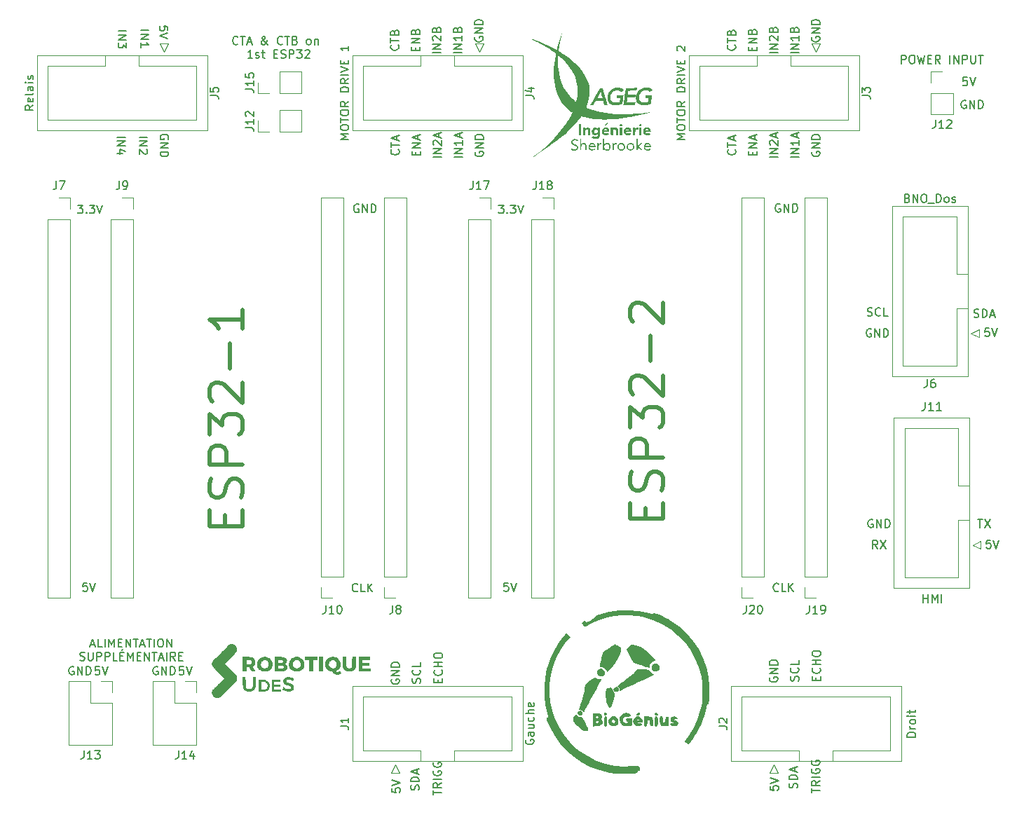
<source format=gbr>
%TF.GenerationSoftware,KiCad,Pcbnew,7.0.1*%
%TF.CreationDate,2023-05-05T18:30:55-04:00*%
%TF.ProjectId,PCB_BioGenius,5043425f-4269-46f4-9765-6e6975732e6b,rev?*%
%TF.SameCoordinates,Original*%
%TF.FileFunction,Legend,Top*%
%TF.FilePolarity,Positive*%
%FSLAX46Y46*%
G04 Gerber Fmt 4.6, Leading zero omitted, Abs format (unit mm)*
G04 Created by KiCad (PCBNEW 7.0.1) date 2023-05-05 18:30:55*
%MOMM*%
%LPD*%
G01*
G04 APERTURE LIST*
%ADD10C,0.500000*%
%ADD11C,0.150000*%
%ADD12C,0.120000*%
G04 APERTURE END LIST*
D10*
X159775238Y-139085985D02*
X159775238Y-137752651D01*
X161870476Y-137181223D02*
X161870476Y-139085985D01*
X161870476Y-139085985D02*
X157870476Y-139085985D01*
X157870476Y-139085985D02*
X157870476Y-137181223D01*
X161680000Y-135657413D02*
X161870476Y-135085984D01*
X161870476Y-135085984D02*
X161870476Y-134133603D01*
X161870476Y-134133603D02*
X161680000Y-133752651D01*
X161680000Y-133752651D02*
X161489523Y-133562175D01*
X161489523Y-133562175D02*
X161108571Y-133371698D01*
X161108571Y-133371698D02*
X160727619Y-133371698D01*
X160727619Y-133371698D02*
X160346666Y-133562175D01*
X160346666Y-133562175D02*
X160156190Y-133752651D01*
X160156190Y-133752651D02*
X159965714Y-134133603D01*
X159965714Y-134133603D02*
X159775238Y-134895508D01*
X159775238Y-134895508D02*
X159584761Y-135276460D01*
X159584761Y-135276460D02*
X159394285Y-135466937D01*
X159394285Y-135466937D02*
X159013333Y-135657413D01*
X159013333Y-135657413D02*
X158632380Y-135657413D01*
X158632380Y-135657413D02*
X158251428Y-135466937D01*
X158251428Y-135466937D02*
X158060952Y-135276460D01*
X158060952Y-135276460D02*
X157870476Y-134895508D01*
X157870476Y-134895508D02*
X157870476Y-133943127D01*
X157870476Y-133943127D02*
X158060952Y-133371698D01*
X161870476Y-131657413D02*
X157870476Y-131657413D01*
X157870476Y-131657413D02*
X157870476Y-130133603D01*
X157870476Y-130133603D02*
X158060952Y-129752651D01*
X158060952Y-129752651D02*
X158251428Y-129562174D01*
X158251428Y-129562174D02*
X158632380Y-129371698D01*
X158632380Y-129371698D02*
X159203809Y-129371698D01*
X159203809Y-129371698D02*
X159584761Y-129562174D01*
X159584761Y-129562174D02*
X159775238Y-129752651D01*
X159775238Y-129752651D02*
X159965714Y-130133603D01*
X159965714Y-130133603D02*
X159965714Y-131657413D01*
X157870476Y-128038365D02*
X157870476Y-125562174D01*
X157870476Y-125562174D02*
X159394285Y-126895508D01*
X159394285Y-126895508D02*
X159394285Y-126324079D01*
X159394285Y-126324079D02*
X159584761Y-125943127D01*
X159584761Y-125943127D02*
X159775238Y-125752651D01*
X159775238Y-125752651D02*
X160156190Y-125562174D01*
X160156190Y-125562174D02*
X161108571Y-125562174D01*
X161108571Y-125562174D02*
X161489523Y-125752651D01*
X161489523Y-125752651D02*
X161680000Y-125943127D01*
X161680000Y-125943127D02*
X161870476Y-126324079D01*
X161870476Y-126324079D02*
X161870476Y-127466936D01*
X161870476Y-127466936D02*
X161680000Y-127847889D01*
X161680000Y-127847889D02*
X161489523Y-128038365D01*
X158251428Y-124038365D02*
X158060952Y-123847889D01*
X158060952Y-123847889D02*
X157870476Y-123466936D01*
X157870476Y-123466936D02*
X157870476Y-122514555D01*
X157870476Y-122514555D02*
X158060952Y-122133603D01*
X158060952Y-122133603D02*
X158251428Y-121943127D01*
X158251428Y-121943127D02*
X158632380Y-121752650D01*
X158632380Y-121752650D02*
X159013333Y-121752650D01*
X159013333Y-121752650D02*
X159584761Y-121943127D01*
X159584761Y-121943127D02*
X161870476Y-124228841D01*
X161870476Y-124228841D02*
X161870476Y-121752650D01*
X160346666Y-120038365D02*
X160346666Y-116990746D01*
X158251428Y-115276460D02*
X158060952Y-115085984D01*
X158060952Y-115085984D02*
X157870476Y-114705031D01*
X157870476Y-114705031D02*
X157870476Y-113752650D01*
X157870476Y-113752650D02*
X158060952Y-113371698D01*
X158060952Y-113371698D02*
X158251428Y-113181222D01*
X158251428Y-113181222D02*
X158632380Y-112990745D01*
X158632380Y-112990745D02*
X159013333Y-112990745D01*
X159013333Y-112990745D02*
X159584761Y-113181222D01*
X159584761Y-113181222D02*
X161870476Y-115466936D01*
X161870476Y-115466936D02*
X161870476Y-112990745D01*
D11*
X129870023Y-81851428D02*
X129917643Y-81899047D01*
X129917643Y-81899047D02*
X129965262Y-82041904D01*
X129965262Y-82041904D02*
X129965262Y-82137142D01*
X129965262Y-82137142D02*
X129917643Y-82279999D01*
X129917643Y-82279999D02*
X129822404Y-82375237D01*
X129822404Y-82375237D02*
X129727166Y-82422856D01*
X129727166Y-82422856D02*
X129536690Y-82470475D01*
X129536690Y-82470475D02*
X129393833Y-82470475D01*
X129393833Y-82470475D02*
X129203357Y-82422856D01*
X129203357Y-82422856D02*
X129108119Y-82375237D01*
X129108119Y-82375237D02*
X129012881Y-82279999D01*
X129012881Y-82279999D02*
X128965262Y-82137142D01*
X128965262Y-82137142D02*
X128965262Y-82041904D01*
X128965262Y-82041904D02*
X129012881Y-81899047D01*
X129012881Y-81899047D02*
X129060500Y-81851428D01*
X128965262Y-81565713D02*
X128965262Y-80994285D01*
X129965262Y-81279999D02*
X128965262Y-81279999D01*
X129441452Y-80327618D02*
X129489071Y-80184761D01*
X129489071Y-80184761D02*
X129536690Y-80137142D01*
X129536690Y-80137142D02*
X129631928Y-80089523D01*
X129631928Y-80089523D02*
X129774785Y-80089523D01*
X129774785Y-80089523D02*
X129870023Y-80137142D01*
X129870023Y-80137142D02*
X129917643Y-80184761D01*
X129917643Y-80184761D02*
X129965262Y-80279999D01*
X129965262Y-80279999D02*
X129965262Y-80660951D01*
X129965262Y-80660951D02*
X128965262Y-80660951D01*
X128965262Y-80660951D02*
X128965262Y-80327618D01*
X128965262Y-80327618D02*
X129012881Y-80232380D01*
X129012881Y-80232380D02*
X129060500Y-80184761D01*
X129060500Y-80184761D02*
X129155738Y-80137142D01*
X129155738Y-80137142D02*
X129250976Y-80137142D01*
X129250976Y-80137142D02*
X129346214Y-80184761D01*
X129346214Y-80184761D02*
X129393833Y-80232380D01*
X129393833Y-80232380D02*
X129441452Y-80327618D01*
X129441452Y-80327618D02*
X129441452Y-80660951D01*
X91161737Y-101187560D02*
X91780784Y-101187560D01*
X91780784Y-101187560D02*
X91447451Y-101568512D01*
X91447451Y-101568512D02*
X91590308Y-101568512D01*
X91590308Y-101568512D02*
X91685546Y-101616131D01*
X91685546Y-101616131D02*
X91733165Y-101663750D01*
X91733165Y-101663750D02*
X91780784Y-101758988D01*
X91780784Y-101758988D02*
X91780784Y-101997083D01*
X91780784Y-101997083D02*
X91733165Y-102092321D01*
X91733165Y-102092321D02*
X91685546Y-102139941D01*
X91685546Y-102139941D02*
X91590308Y-102187560D01*
X91590308Y-102187560D02*
X91304594Y-102187560D01*
X91304594Y-102187560D02*
X91209356Y-102139941D01*
X91209356Y-102139941D02*
X91161737Y-102092321D01*
X92209356Y-102092321D02*
X92256975Y-102139941D01*
X92256975Y-102139941D02*
X92209356Y-102187560D01*
X92209356Y-102187560D02*
X92161737Y-102139941D01*
X92161737Y-102139941D02*
X92209356Y-102092321D01*
X92209356Y-102092321D02*
X92209356Y-102187560D01*
X92590308Y-101187560D02*
X93209355Y-101187560D01*
X93209355Y-101187560D02*
X92876022Y-101568512D01*
X92876022Y-101568512D02*
X93018879Y-101568512D01*
X93018879Y-101568512D02*
X93114117Y-101616131D01*
X93114117Y-101616131D02*
X93161736Y-101663750D01*
X93161736Y-101663750D02*
X93209355Y-101758988D01*
X93209355Y-101758988D02*
X93209355Y-101997083D01*
X93209355Y-101997083D02*
X93161736Y-102092321D01*
X93161736Y-102092321D02*
X93114117Y-102139941D01*
X93114117Y-102139941D02*
X93018879Y-102187560D01*
X93018879Y-102187560D02*
X92733165Y-102187560D01*
X92733165Y-102187560D02*
X92637927Y-102139941D01*
X92637927Y-102139941D02*
X92590308Y-102092321D01*
X93495070Y-101187560D02*
X93828403Y-102187560D01*
X93828403Y-102187560D02*
X94161736Y-101187560D01*
X92322509Y-146837070D02*
X91846319Y-146837070D01*
X91846319Y-146837070D02*
X91798700Y-147313260D01*
X91798700Y-147313260D02*
X91846319Y-147265641D01*
X91846319Y-147265641D02*
X91941557Y-147218022D01*
X91941557Y-147218022D02*
X92179652Y-147218022D01*
X92179652Y-147218022D02*
X92274890Y-147265641D01*
X92274890Y-147265641D02*
X92322509Y-147313260D01*
X92322509Y-147313260D02*
X92370128Y-147408498D01*
X92370128Y-147408498D02*
X92370128Y-147646593D01*
X92370128Y-147646593D02*
X92322509Y-147741831D01*
X92322509Y-147741831D02*
X92274890Y-147789451D01*
X92274890Y-147789451D02*
X92179652Y-147837070D01*
X92179652Y-147837070D02*
X91941557Y-147837070D01*
X91941557Y-147837070D02*
X91846319Y-147789451D01*
X91846319Y-147789451D02*
X91798700Y-147741831D01*
X92655843Y-146837070D02*
X92989176Y-147837070D01*
X92989176Y-147837070D02*
X93322509Y-146837070D01*
X102089761Y-93218095D02*
X102137380Y-93122857D01*
X102137380Y-93122857D02*
X102137380Y-92980000D01*
X102137380Y-92980000D02*
X102089761Y-92837143D01*
X102089761Y-92837143D02*
X101994523Y-92741905D01*
X101994523Y-92741905D02*
X101899285Y-92694286D01*
X101899285Y-92694286D02*
X101708809Y-92646667D01*
X101708809Y-92646667D02*
X101565952Y-92646667D01*
X101565952Y-92646667D02*
X101375476Y-92694286D01*
X101375476Y-92694286D02*
X101280238Y-92741905D01*
X101280238Y-92741905D02*
X101185000Y-92837143D01*
X101185000Y-92837143D02*
X101137380Y-92980000D01*
X101137380Y-92980000D02*
X101137380Y-93075238D01*
X101137380Y-93075238D02*
X101185000Y-93218095D01*
X101185000Y-93218095D02*
X101232619Y-93265714D01*
X101232619Y-93265714D02*
X101565952Y-93265714D01*
X101565952Y-93265714D02*
X101565952Y-93075238D01*
X101137380Y-93694286D02*
X102137380Y-93694286D01*
X102137380Y-93694286D02*
X101137380Y-94265714D01*
X101137380Y-94265714D02*
X102137380Y-94265714D01*
X101137380Y-94741905D02*
X102137380Y-94741905D01*
X102137380Y-94741905D02*
X102137380Y-94980000D01*
X102137380Y-94980000D02*
X102089761Y-95122857D01*
X102089761Y-95122857D02*
X101994523Y-95218095D01*
X101994523Y-95218095D02*
X101899285Y-95265714D01*
X101899285Y-95265714D02*
X101708809Y-95313333D01*
X101708809Y-95313333D02*
X101565952Y-95313333D01*
X101565952Y-95313333D02*
X101375476Y-95265714D01*
X101375476Y-95265714D02*
X101280238Y-95218095D01*
X101280238Y-95218095D02*
X101185000Y-95122857D01*
X101185000Y-95122857D02*
X101137380Y-94980000D01*
X101137380Y-94980000D02*
X101137380Y-94741905D01*
X175759976Y-95408570D02*
X174759976Y-95408570D01*
X175759976Y-94932380D02*
X174759976Y-94932380D01*
X174759976Y-94932380D02*
X175759976Y-94360952D01*
X175759976Y-94360952D02*
X174759976Y-94360952D01*
X174855214Y-93932380D02*
X174807595Y-93884761D01*
X174807595Y-93884761D02*
X174759976Y-93789523D01*
X174759976Y-93789523D02*
X174759976Y-93551428D01*
X174759976Y-93551428D02*
X174807595Y-93456190D01*
X174807595Y-93456190D02*
X174855214Y-93408571D01*
X174855214Y-93408571D02*
X174950452Y-93360952D01*
X174950452Y-93360952D02*
X175045690Y-93360952D01*
X175045690Y-93360952D02*
X175188547Y-93408571D01*
X175188547Y-93408571D02*
X175759976Y-93979999D01*
X175759976Y-93979999D02*
X175759976Y-93360952D01*
X175474261Y-92979999D02*
X175474261Y-92503809D01*
X175759976Y-93075237D02*
X174759976Y-92741904D01*
X174759976Y-92741904D02*
X175759976Y-92408571D01*
X129121651Y-171630872D02*
X129121651Y-172107062D01*
X129121651Y-172107062D02*
X129597841Y-172154681D01*
X129597841Y-172154681D02*
X129550222Y-172107062D01*
X129550222Y-172107062D02*
X129502603Y-172011824D01*
X129502603Y-172011824D02*
X129502603Y-171773729D01*
X129502603Y-171773729D02*
X129550222Y-171678491D01*
X129550222Y-171678491D02*
X129597841Y-171630872D01*
X129597841Y-171630872D02*
X129693079Y-171583253D01*
X129693079Y-171583253D02*
X129931174Y-171583253D01*
X129931174Y-171583253D02*
X130026412Y-171630872D01*
X130026412Y-171630872D02*
X130074032Y-171678491D01*
X130074032Y-171678491D02*
X130121651Y-171773729D01*
X130121651Y-171773729D02*
X130121651Y-172011824D01*
X130121651Y-172011824D02*
X130074032Y-172107062D01*
X130074032Y-172107062D02*
X130026412Y-172154681D01*
X129121651Y-171297538D02*
X130121651Y-170964205D01*
X130121651Y-170964205D02*
X129121651Y-170630872D01*
X135045262Y-82779999D02*
X134045262Y-82779999D01*
X135045262Y-82303809D02*
X134045262Y-82303809D01*
X134045262Y-82303809D02*
X135045262Y-81732381D01*
X135045262Y-81732381D02*
X134045262Y-81732381D01*
X134140500Y-81303809D02*
X134092881Y-81256190D01*
X134092881Y-81256190D02*
X134045262Y-81160952D01*
X134045262Y-81160952D02*
X134045262Y-80922857D01*
X134045262Y-80922857D02*
X134092881Y-80827619D01*
X134092881Y-80827619D02*
X134140500Y-80780000D01*
X134140500Y-80780000D02*
X134235738Y-80732381D01*
X134235738Y-80732381D02*
X134330976Y-80732381D01*
X134330976Y-80732381D02*
X134473833Y-80780000D01*
X134473833Y-80780000D02*
X135045262Y-81351428D01*
X135045262Y-81351428D02*
X135045262Y-80732381D01*
X134521452Y-79970476D02*
X134569071Y-79827619D01*
X134569071Y-79827619D02*
X134616690Y-79780000D01*
X134616690Y-79780000D02*
X134711928Y-79732381D01*
X134711928Y-79732381D02*
X134854785Y-79732381D01*
X134854785Y-79732381D02*
X134950023Y-79780000D01*
X134950023Y-79780000D02*
X134997643Y-79827619D01*
X134997643Y-79827619D02*
X135045262Y-79922857D01*
X135045262Y-79922857D02*
X135045262Y-80303809D01*
X135045262Y-80303809D02*
X134045262Y-80303809D01*
X134045262Y-80303809D02*
X134045262Y-79970476D01*
X134045262Y-79970476D02*
X134092881Y-79875238D01*
X134092881Y-79875238D02*
X134140500Y-79827619D01*
X134140500Y-79827619D02*
X134235738Y-79780000D01*
X134235738Y-79780000D02*
X134330976Y-79780000D01*
X134330976Y-79780000D02*
X134426214Y-79827619D01*
X134426214Y-79827619D02*
X134473833Y-79875238D01*
X134473833Y-79875238D02*
X134521452Y-79970476D01*
X134521452Y-79970476D02*
X134521452Y-80303809D01*
X125100671Y-101134438D02*
X125005433Y-101086819D01*
X125005433Y-101086819D02*
X124862576Y-101086819D01*
X124862576Y-101086819D02*
X124719719Y-101134438D01*
X124719719Y-101134438D02*
X124624481Y-101229676D01*
X124624481Y-101229676D02*
X124576862Y-101324914D01*
X124576862Y-101324914D02*
X124529243Y-101515390D01*
X124529243Y-101515390D02*
X124529243Y-101658247D01*
X124529243Y-101658247D02*
X124576862Y-101848723D01*
X124576862Y-101848723D02*
X124624481Y-101943961D01*
X124624481Y-101943961D02*
X124719719Y-102039200D01*
X124719719Y-102039200D02*
X124862576Y-102086819D01*
X124862576Y-102086819D02*
X124957814Y-102086819D01*
X124957814Y-102086819D02*
X125100671Y-102039200D01*
X125100671Y-102039200D02*
X125148290Y-101991580D01*
X125148290Y-101991580D02*
X125148290Y-101658247D01*
X125148290Y-101658247D02*
X124957814Y-101658247D01*
X125576862Y-102086819D02*
X125576862Y-101086819D01*
X125576862Y-101086819D02*
X126148290Y-102086819D01*
X126148290Y-102086819D02*
X126148290Y-101086819D01*
X126624481Y-102086819D02*
X126624481Y-101086819D01*
X126624481Y-101086819D02*
X126862576Y-101086819D01*
X126862576Y-101086819D02*
X127005433Y-101134438D01*
X127005433Y-101134438D02*
X127100671Y-101229676D01*
X127100671Y-101229676D02*
X127148290Y-101324914D01*
X127148290Y-101324914D02*
X127195909Y-101515390D01*
X127195909Y-101515390D02*
X127195909Y-101658247D01*
X127195909Y-101658247D02*
X127148290Y-101848723D01*
X127148290Y-101848723D02*
X127100671Y-101943961D01*
X127100671Y-101943961D02*
X127005433Y-102039200D01*
X127005433Y-102039200D02*
X126862576Y-102086819D01*
X126862576Y-102086819D02*
X126624481Y-102086819D01*
D10*
X108975238Y-139952381D02*
X108975238Y-138619047D01*
X111070476Y-138047619D02*
X111070476Y-139952381D01*
X111070476Y-139952381D02*
X107070476Y-139952381D01*
X107070476Y-139952381D02*
X107070476Y-138047619D01*
X110880000Y-136523809D02*
X111070476Y-135952380D01*
X111070476Y-135952380D02*
X111070476Y-134999999D01*
X111070476Y-134999999D02*
X110880000Y-134619047D01*
X110880000Y-134619047D02*
X110689523Y-134428571D01*
X110689523Y-134428571D02*
X110308571Y-134238094D01*
X110308571Y-134238094D02*
X109927619Y-134238094D01*
X109927619Y-134238094D02*
X109546666Y-134428571D01*
X109546666Y-134428571D02*
X109356190Y-134619047D01*
X109356190Y-134619047D02*
X109165714Y-134999999D01*
X109165714Y-134999999D02*
X108975238Y-135761904D01*
X108975238Y-135761904D02*
X108784761Y-136142856D01*
X108784761Y-136142856D02*
X108594285Y-136333333D01*
X108594285Y-136333333D02*
X108213333Y-136523809D01*
X108213333Y-136523809D02*
X107832380Y-136523809D01*
X107832380Y-136523809D02*
X107451428Y-136333333D01*
X107451428Y-136333333D02*
X107260952Y-136142856D01*
X107260952Y-136142856D02*
X107070476Y-135761904D01*
X107070476Y-135761904D02*
X107070476Y-134809523D01*
X107070476Y-134809523D02*
X107260952Y-134238094D01*
X111070476Y-132523809D02*
X107070476Y-132523809D01*
X107070476Y-132523809D02*
X107070476Y-130999999D01*
X107070476Y-130999999D02*
X107260952Y-130619047D01*
X107260952Y-130619047D02*
X107451428Y-130428570D01*
X107451428Y-130428570D02*
X107832380Y-130238094D01*
X107832380Y-130238094D02*
X108403809Y-130238094D01*
X108403809Y-130238094D02*
X108784761Y-130428570D01*
X108784761Y-130428570D02*
X108975238Y-130619047D01*
X108975238Y-130619047D02*
X109165714Y-130999999D01*
X109165714Y-130999999D02*
X109165714Y-132523809D01*
X107070476Y-128904761D02*
X107070476Y-126428570D01*
X107070476Y-126428570D02*
X108594285Y-127761904D01*
X108594285Y-127761904D02*
X108594285Y-127190475D01*
X108594285Y-127190475D02*
X108784761Y-126809523D01*
X108784761Y-126809523D02*
X108975238Y-126619047D01*
X108975238Y-126619047D02*
X109356190Y-126428570D01*
X109356190Y-126428570D02*
X110308571Y-126428570D01*
X110308571Y-126428570D02*
X110689523Y-126619047D01*
X110689523Y-126619047D02*
X110880000Y-126809523D01*
X110880000Y-126809523D02*
X111070476Y-127190475D01*
X111070476Y-127190475D02*
X111070476Y-128333332D01*
X111070476Y-128333332D02*
X110880000Y-128714285D01*
X110880000Y-128714285D02*
X110689523Y-128904761D01*
X107451428Y-124904761D02*
X107260952Y-124714285D01*
X107260952Y-124714285D02*
X107070476Y-124333332D01*
X107070476Y-124333332D02*
X107070476Y-123380951D01*
X107070476Y-123380951D02*
X107260952Y-122999999D01*
X107260952Y-122999999D02*
X107451428Y-122809523D01*
X107451428Y-122809523D02*
X107832380Y-122619046D01*
X107832380Y-122619046D02*
X108213333Y-122619046D01*
X108213333Y-122619046D02*
X108784761Y-122809523D01*
X108784761Y-122809523D02*
X111070476Y-125095237D01*
X111070476Y-125095237D02*
X111070476Y-122619046D01*
X109546666Y-120904761D02*
X109546666Y-117857142D01*
X111070476Y-113857141D02*
X111070476Y-116142856D01*
X111070476Y-114999999D02*
X107070476Y-114999999D01*
X107070476Y-114999999D02*
X107641904Y-115380951D01*
X107641904Y-115380951D02*
X108022857Y-115761903D01*
X108022857Y-115761903D02*
X108213333Y-116142856D01*
D11*
X199898095Y-139162619D02*
X200469523Y-139162619D01*
X200183809Y-140162619D02*
X200183809Y-139162619D01*
X200707619Y-139162619D02*
X201374285Y-140162619D01*
X201374285Y-139162619D02*
X200707619Y-140162619D01*
X132532356Y-158920357D02*
X132579975Y-158777500D01*
X132579975Y-158777500D02*
X132579975Y-158539405D01*
X132579975Y-158539405D02*
X132532356Y-158444167D01*
X132532356Y-158444167D02*
X132484736Y-158396548D01*
X132484736Y-158396548D02*
X132389498Y-158348929D01*
X132389498Y-158348929D02*
X132294260Y-158348929D01*
X132294260Y-158348929D02*
X132199022Y-158396548D01*
X132199022Y-158396548D02*
X132151403Y-158444167D01*
X132151403Y-158444167D02*
X132103784Y-158539405D01*
X132103784Y-158539405D02*
X132056165Y-158729881D01*
X132056165Y-158729881D02*
X132008546Y-158825119D01*
X132008546Y-158825119D02*
X131960927Y-158872738D01*
X131960927Y-158872738D02*
X131865689Y-158920357D01*
X131865689Y-158920357D02*
X131770451Y-158920357D01*
X131770451Y-158920357D02*
X131675213Y-158872738D01*
X131675213Y-158872738D02*
X131627594Y-158825119D01*
X131627594Y-158825119D02*
X131579975Y-158729881D01*
X131579975Y-158729881D02*
X131579975Y-158491786D01*
X131579975Y-158491786D02*
X131627594Y-158348929D01*
X132484736Y-157348929D02*
X132532356Y-157396548D01*
X132532356Y-157396548D02*
X132579975Y-157539405D01*
X132579975Y-157539405D02*
X132579975Y-157634643D01*
X132579975Y-157634643D02*
X132532356Y-157777500D01*
X132532356Y-157777500D02*
X132437117Y-157872738D01*
X132437117Y-157872738D02*
X132341879Y-157920357D01*
X132341879Y-157920357D02*
X132151403Y-157967976D01*
X132151403Y-157967976D02*
X132008546Y-157967976D01*
X132008546Y-157967976D02*
X131818070Y-157920357D01*
X131818070Y-157920357D02*
X131722832Y-157872738D01*
X131722832Y-157872738D02*
X131627594Y-157777500D01*
X131627594Y-157777500D02*
X131579975Y-157634643D01*
X131579975Y-157634643D02*
X131579975Y-157539405D01*
X131579975Y-157539405D02*
X131627594Y-157396548D01*
X131627594Y-157396548D02*
X131675213Y-157348929D01*
X132579975Y-156444167D02*
X132579975Y-156920357D01*
X132579975Y-156920357D02*
X131579975Y-156920357D01*
X190677561Y-84080306D02*
X190677561Y-83080306D01*
X190677561Y-83080306D02*
X191058513Y-83080306D01*
X191058513Y-83080306D02*
X191153751Y-83127925D01*
X191153751Y-83127925D02*
X191201370Y-83175544D01*
X191201370Y-83175544D02*
X191248989Y-83270782D01*
X191248989Y-83270782D02*
X191248989Y-83413639D01*
X191248989Y-83413639D02*
X191201370Y-83508877D01*
X191201370Y-83508877D02*
X191153751Y-83556496D01*
X191153751Y-83556496D02*
X191058513Y-83604115D01*
X191058513Y-83604115D02*
X190677561Y-83604115D01*
X191868037Y-83080306D02*
X192058513Y-83080306D01*
X192058513Y-83080306D02*
X192153751Y-83127925D01*
X192153751Y-83127925D02*
X192248989Y-83223163D01*
X192248989Y-83223163D02*
X192296608Y-83413639D01*
X192296608Y-83413639D02*
X192296608Y-83746972D01*
X192296608Y-83746972D02*
X192248989Y-83937448D01*
X192248989Y-83937448D02*
X192153751Y-84032687D01*
X192153751Y-84032687D02*
X192058513Y-84080306D01*
X192058513Y-84080306D02*
X191868037Y-84080306D01*
X191868037Y-84080306D02*
X191772799Y-84032687D01*
X191772799Y-84032687D02*
X191677561Y-83937448D01*
X191677561Y-83937448D02*
X191629942Y-83746972D01*
X191629942Y-83746972D02*
X191629942Y-83413639D01*
X191629942Y-83413639D02*
X191677561Y-83223163D01*
X191677561Y-83223163D02*
X191772799Y-83127925D01*
X191772799Y-83127925D02*
X191868037Y-83080306D01*
X192629942Y-83080306D02*
X192868037Y-84080306D01*
X192868037Y-84080306D02*
X193058513Y-83366020D01*
X193058513Y-83366020D02*
X193248989Y-84080306D01*
X193248989Y-84080306D02*
X193487085Y-83080306D01*
X193868037Y-83556496D02*
X194201370Y-83556496D01*
X194344227Y-84080306D02*
X193868037Y-84080306D01*
X193868037Y-84080306D02*
X193868037Y-83080306D01*
X193868037Y-83080306D02*
X194344227Y-83080306D01*
X195344227Y-84080306D02*
X195010894Y-83604115D01*
X194772799Y-84080306D02*
X194772799Y-83080306D01*
X194772799Y-83080306D02*
X195153751Y-83080306D01*
X195153751Y-83080306D02*
X195248989Y-83127925D01*
X195248989Y-83127925D02*
X195296608Y-83175544D01*
X195296608Y-83175544D02*
X195344227Y-83270782D01*
X195344227Y-83270782D02*
X195344227Y-83413639D01*
X195344227Y-83413639D02*
X195296608Y-83508877D01*
X195296608Y-83508877D02*
X195248989Y-83556496D01*
X195248989Y-83556496D02*
X195153751Y-83604115D01*
X195153751Y-83604115D02*
X194772799Y-83604115D01*
X196534704Y-84080306D02*
X196534704Y-83080306D01*
X197010894Y-84080306D02*
X197010894Y-83080306D01*
X197010894Y-83080306D02*
X197582322Y-84080306D01*
X197582322Y-84080306D02*
X197582322Y-83080306D01*
X198058513Y-84080306D02*
X198058513Y-83080306D01*
X198058513Y-83080306D02*
X198439465Y-83080306D01*
X198439465Y-83080306D02*
X198534703Y-83127925D01*
X198534703Y-83127925D02*
X198582322Y-83175544D01*
X198582322Y-83175544D02*
X198629941Y-83270782D01*
X198629941Y-83270782D02*
X198629941Y-83413639D01*
X198629941Y-83413639D02*
X198582322Y-83508877D01*
X198582322Y-83508877D02*
X198534703Y-83556496D01*
X198534703Y-83556496D02*
X198439465Y-83604115D01*
X198439465Y-83604115D02*
X198058513Y-83604115D01*
X199058513Y-83080306D02*
X199058513Y-83889829D01*
X199058513Y-83889829D02*
X199106132Y-83985067D01*
X199106132Y-83985067D02*
X199153751Y-84032687D01*
X199153751Y-84032687D02*
X199248989Y-84080306D01*
X199248989Y-84080306D02*
X199439465Y-84080306D01*
X199439465Y-84080306D02*
X199534703Y-84032687D01*
X199534703Y-84032687D02*
X199582322Y-83985067D01*
X199582322Y-83985067D02*
X199629941Y-83889829D01*
X199629941Y-83889829D02*
X199629941Y-83080306D01*
X199963275Y-83080306D02*
X200534703Y-83080306D01*
X200248989Y-84080306D02*
X200248989Y-83080306D01*
X139210238Y-94741904D02*
X139162619Y-94837142D01*
X139162619Y-94837142D02*
X139162619Y-94979999D01*
X139162619Y-94979999D02*
X139210238Y-95122856D01*
X139210238Y-95122856D02*
X139305476Y-95218094D01*
X139305476Y-95218094D02*
X139400714Y-95265713D01*
X139400714Y-95265713D02*
X139591190Y-95313332D01*
X139591190Y-95313332D02*
X139734047Y-95313332D01*
X139734047Y-95313332D02*
X139924523Y-95265713D01*
X139924523Y-95265713D02*
X140019761Y-95218094D01*
X140019761Y-95218094D02*
X140115000Y-95122856D01*
X140115000Y-95122856D02*
X140162619Y-94979999D01*
X140162619Y-94979999D02*
X140162619Y-94884761D01*
X140162619Y-94884761D02*
X140115000Y-94741904D01*
X140115000Y-94741904D02*
X140067380Y-94694285D01*
X140067380Y-94694285D02*
X139734047Y-94694285D01*
X139734047Y-94694285D02*
X139734047Y-94884761D01*
X140162619Y-94265713D02*
X139162619Y-94265713D01*
X139162619Y-94265713D02*
X140162619Y-93694285D01*
X140162619Y-93694285D02*
X139162619Y-93694285D01*
X140162619Y-93218094D02*
X139162619Y-93218094D01*
X139162619Y-93218094D02*
X139162619Y-92979999D01*
X139162619Y-92979999D02*
X139210238Y-92837142D01*
X139210238Y-92837142D02*
X139305476Y-92741904D01*
X139305476Y-92741904D02*
X139400714Y-92694285D01*
X139400714Y-92694285D02*
X139591190Y-92646666D01*
X139591190Y-92646666D02*
X139734047Y-92646666D01*
X139734047Y-92646666D02*
X139924523Y-92694285D01*
X139924523Y-92694285D02*
X140019761Y-92741904D01*
X140019761Y-92741904D02*
X140115000Y-92837142D01*
X140115000Y-92837142D02*
X140162619Y-92979999D01*
X140162619Y-92979999D02*
X140162619Y-93218094D01*
X137622619Y-95408570D02*
X136622619Y-95408570D01*
X137622619Y-94932380D02*
X136622619Y-94932380D01*
X136622619Y-94932380D02*
X137622619Y-94360952D01*
X137622619Y-94360952D02*
X136622619Y-94360952D01*
X137622619Y-93360952D02*
X137622619Y-93932380D01*
X137622619Y-93646666D02*
X136622619Y-93646666D01*
X136622619Y-93646666D02*
X136765476Y-93741904D01*
X136765476Y-93741904D02*
X136860714Y-93837142D01*
X136860714Y-93837142D02*
X136908333Y-93932380D01*
X137336904Y-92979999D02*
X137336904Y-92503809D01*
X137622619Y-93075237D02*
X136622619Y-92741904D01*
X136622619Y-92741904D02*
X137622619Y-92408571D01*
X201278272Y-116049570D02*
X200802082Y-116049570D01*
X200802082Y-116049570D02*
X200754463Y-116525760D01*
X200754463Y-116525760D02*
X200802082Y-116478141D01*
X200802082Y-116478141D02*
X200897320Y-116430522D01*
X200897320Y-116430522D02*
X201135415Y-116430522D01*
X201135415Y-116430522D02*
X201230653Y-116478141D01*
X201230653Y-116478141D02*
X201278272Y-116525760D01*
X201278272Y-116525760D02*
X201325891Y-116620998D01*
X201325891Y-116620998D02*
X201325891Y-116859093D01*
X201325891Y-116859093D02*
X201278272Y-116954331D01*
X201278272Y-116954331D02*
X201230653Y-117001951D01*
X201230653Y-117001951D02*
X201135415Y-117049570D01*
X201135415Y-117049570D02*
X200897320Y-117049570D01*
X200897320Y-117049570D02*
X200802082Y-117001951D01*
X200802082Y-117001951D02*
X200754463Y-116954331D01*
X201611606Y-116049570D02*
X201944939Y-117049570D01*
X201944939Y-117049570D02*
X202278272Y-116049570D01*
X179887595Y-94741904D02*
X179839976Y-94837142D01*
X179839976Y-94837142D02*
X179839976Y-94979999D01*
X179839976Y-94979999D02*
X179887595Y-95122856D01*
X179887595Y-95122856D02*
X179982833Y-95218094D01*
X179982833Y-95218094D02*
X180078071Y-95265713D01*
X180078071Y-95265713D02*
X180268547Y-95313332D01*
X180268547Y-95313332D02*
X180411404Y-95313332D01*
X180411404Y-95313332D02*
X180601880Y-95265713D01*
X180601880Y-95265713D02*
X180697118Y-95218094D01*
X180697118Y-95218094D02*
X180792357Y-95122856D01*
X180792357Y-95122856D02*
X180839976Y-94979999D01*
X180839976Y-94979999D02*
X180839976Y-94884761D01*
X180839976Y-94884761D02*
X180792357Y-94741904D01*
X180792357Y-94741904D02*
X180744737Y-94694285D01*
X180744737Y-94694285D02*
X180411404Y-94694285D01*
X180411404Y-94694285D02*
X180411404Y-94884761D01*
X180839976Y-94265713D02*
X179839976Y-94265713D01*
X179839976Y-94265713D02*
X180839976Y-93694285D01*
X180839976Y-93694285D02*
X179839976Y-93694285D01*
X180839976Y-93218094D02*
X179839976Y-93218094D01*
X179839976Y-93218094D02*
X179839976Y-92979999D01*
X179839976Y-92979999D02*
X179887595Y-92837142D01*
X179887595Y-92837142D02*
X179982833Y-92741904D01*
X179982833Y-92741904D02*
X180078071Y-92694285D01*
X180078071Y-92694285D02*
X180268547Y-92646666D01*
X180268547Y-92646666D02*
X180411404Y-92646666D01*
X180411404Y-92646666D02*
X180601880Y-92694285D01*
X180601880Y-92694285D02*
X180697118Y-92741904D01*
X180697118Y-92741904D02*
X180792357Y-92837142D01*
X180792357Y-92837142D02*
X180839976Y-92979999D01*
X180839976Y-92979999D02*
X180839976Y-93218094D01*
X98597380Y-92980000D02*
X99597380Y-92980000D01*
X98597380Y-93456190D02*
X99597380Y-93456190D01*
X99597380Y-93456190D02*
X98597380Y-94027618D01*
X98597380Y-94027618D02*
X99597380Y-94027618D01*
X99502142Y-94456190D02*
X99549761Y-94503809D01*
X99549761Y-94503809D02*
X99597380Y-94599047D01*
X99597380Y-94599047D02*
X99597380Y-94837142D01*
X99597380Y-94837142D02*
X99549761Y-94932380D01*
X99549761Y-94932380D02*
X99502142Y-94979999D01*
X99502142Y-94979999D02*
X99406904Y-95027618D01*
X99406904Y-95027618D02*
X99311666Y-95027618D01*
X99311666Y-95027618D02*
X99168809Y-94979999D01*
X99168809Y-94979999D02*
X98597380Y-94408571D01*
X98597380Y-94408571D02*
X98597380Y-95027618D01*
X90678095Y-156990238D02*
X90582857Y-156942619D01*
X90582857Y-156942619D02*
X90440000Y-156942619D01*
X90440000Y-156942619D02*
X90297143Y-156990238D01*
X90297143Y-156990238D02*
X90201905Y-157085476D01*
X90201905Y-157085476D02*
X90154286Y-157180714D01*
X90154286Y-157180714D02*
X90106667Y-157371190D01*
X90106667Y-157371190D02*
X90106667Y-157514047D01*
X90106667Y-157514047D02*
X90154286Y-157704523D01*
X90154286Y-157704523D02*
X90201905Y-157799761D01*
X90201905Y-157799761D02*
X90297143Y-157895000D01*
X90297143Y-157895000D02*
X90440000Y-157942619D01*
X90440000Y-157942619D02*
X90535238Y-157942619D01*
X90535238Y-157942619D02*
X90678095Y-157895000D01*
X90678095Y-157895000D02*
X90725714Y-157847380D01*
X90725714Y-157847380D02*
X90725714Y-157514047D01*
X90725714Y-157514047D02*
X90535238Y-157514047D01*
X91154286Y-157942619D02*
X91154286Y-156942619D01*
X91154286Y-156942619D02*
X91725714Y-157942619D01*
X91725714Y-157942619D02*
X91725714Y-156942619D01*
X92201905Y-157942619D02*
X92201905Y-156942619D01*
X92201905Y-156942619D02*
X92440000Y-156942619D01*
X92440000Y-156942619D02*
X92582857Y-156990238D01*
X92582857Y-156990238D02*
X92678095Y-157085476D01*
X92678095Y-157085476D02*
X92725714Y-157180714D01*
X92725714Y-157180714D02*
X92773333Y-157371190D01*
X92773333Y-157371190D02*
X92773333Y-157514047D01*
X92773333Y-157514047D02*
X92725714Y-157704523D01*
X92725714Y-157704523D02*
X92678095Y-157799761D01*
X92678095Y-157799761D02*
X92582857Y-157895000D01*
X92582857Y-157895000D02*
X92440000Y-157942619D01*
X92440000Y-157942619D02*
X92201905Y-157942619D01*
X174770238Y-158241904D02*
X174722619Y-158337142D01*
X174722619Y-158337142D02*
X174722619Y-158479999D01*
X174722619Y-158479999D02*
X174770238Y-158622856D01*
X174770238Y-158622856D02*
X174865476Y-158718094D01*
X174865476Y-158718094D02*
X174960714Y-158765713D01*
X174960714Y-158765713D02*
X175151190Y-158813332D01*
X175151190Y-158813332D02*
X175294047Y-158813332D01*
X175294047Y-158813332D02*
X175484523Y-158765713D01*
X175484523Y-158765713D02*
X175579761Y-158718094D01*
X175579761Y-158718094D02*
X175675000Y-158622856D01*
X175675000Y-158622856D02*
X175722619Y-158479999D01*
X175722619Y-158479999D02*
X175722619Y-158384761D01*
X175722619Y-158384761D02*
X175675000Y-158241904D01*
X175675000Y-158241904D02*
X175627380Y-158194285D01*
X175627380Y-158194285D02*
X175294047Y-158194285D01*
X175294047Y-158194285D02*
X175294047Y-158384761D01*
X175722619Y-157765713D02*
X174722619Y-157765713D01*
X174722619Y-157765713D02*
X175722619Y-157194285D01*
X175722619Y-157194285D02*
X174722619Y-157194285D01*
X175722619Y-156718094D02*
X174722619Y-156718094D01*
X174722619Y-156718094D02*
X174722619Y-156479999D01*
X174722619Y-156479999D02*
X174770238Y-156337142D01*
X174770238Y-156337142D02*
X174865476Y-156241904D01*
X174865476Y-156241904D02*
X174960714Y-156194285D01*
X174960714Y-156194285D02*
X175151190Y-156146666D01*
X175151190Y-156146666D02*
X175294047Y-156146666D01*
X175294047Y-156146666D02*
X175484523Y-156194285D01*
X175484523Y-156194285D02*
X175579761Y-156241904D01*
X175579761Y-156241904D02*
X175675000Y-156337142D01*
X175675000Y-156337142D02*
X175722619Y-156479999D01*
X175722619Y-156479999D02*
X175722619Y-156718094D01*
X129907380Y-94480000D02*
X129955000Y-94527619D01*
X129955000Y-94527619D02*
X130002619Y-94670476D01*
X130002619Y-94670476D02*
X130002619Y-94765714D01*
X130002619Y-94765714D02*
X129955000Y-94908571D01*
X129955000Y-94908571D02*
X129859761Y-95003809D01*
X129859761Y-95003809D02*
X129764523Y-95051428D01*
X129764523Y-95051428D02*
X129574047Y-95099047D01*
X129574047Y-95099047D02*
X129431190Y-95099047D01*
X129431190Y-95099047D02*
X129240714Y-95051428D01*
X129240714Y-95051428D02*
X129145476Y-95003809D01*
X129145476Y-95003809D02*
X129050238Y-94908571D01*
X129050238Y-94908571D02*
X129002619Y-94765714D01*
X129002619Y-94765714D02*
X129002619Y-94670476D01*
X129002619Y-94670476D02*
X129050238Y-94527619D01*
X129050238Y-94527619D02*
X129097857Y-94480000D01*
X129002619Y-94194285D02*
X129002619Y-93622857D01*
X130002619Y-93908571D02*
X129002619Y-93908571D01*
X129716904Y-93337142D02*
X129716904Y-92860952D01*
X130002619Y-93432380D02*
X129002619Y-93099047D01*
X129002619Y-93099047D02*
X130002619Y-92765714D01*
X95918084Y-92971980D02*
X96918084Y-92971980D01*
X95918084Y-93448170D02*
X96918084Y-93448170D01*
X96918084Y-93448170D02*
X95918084Y-94019598D01*
X95918084Y-94019598D02*
X96918084Y-94019598D01*
X96584751Y-94924360D02*
X95918084Y-94924360D01*
X96965704Y-94686265D02*
X96251418Y-94448170D01*
X96251418Y-94448170D02*
X96251418Y-95067217D01*
X139172881Y-80873944D02*
X139125262Y-80969182D01*
X139125262Y-80969182D02*
X139125262Y-81112039D01*
X139125262Y-81112039D02*
X139172881Y-81254896D01*
X139172881Y-81254896D02*
X139268119Y-81350134D01*
X139268119Y-81350134D02*
X139363357Y-81397753D01*
X139363357Y-81397753D02*
X139553833Y-81445372D01*
X139553833Y-81445372D02*
X139696690Y-81445372D01*
X139696690Y-81445372D02*
X139887166Y-81397753D01*
X139887166Y-81397753D02*
X139982404Y-81350134D01*
X139982404Y-81350134D02*
X140077643Y-81254896D01*
X140077643Y-81254896D02*
X140125262Y-81112039D01*
X140125262Y-81112039D02*
X140125262Y-81016801D01*
X140125262Y-81016801D02*
X140077643Y-80873944D01*
X140077643Y-80873944D02*
X140030023Y-80826325D01*
X140030023Y-80826325D02*
X139696690Y-80826325D01*
X139696690Y-80826325D02*
X139696690Y-81016801D01*
X140125262Y-80397753D02*
X139125262Y-80397753D01*
X139125262Y-80397753D02*
X140125262Y-79826325D01*
X140125262Y-79826325D02*
X139125262Y-79826325D01*
X140125262Y-79350134D02*
X139125262Y-79350134D01*
X139125262Y-79350134D02*
X139125262Y-79112039D01*
X139125262Y-79112039D02*
X139172881Y-78969182D01*
X139172881Y-78969182D02*
X139268119Y-78873944D01*
X139268119Y-78873944D02*
X139363357Y-78826325D01*
X139363357Y-78826325D02*
X139553833Y-78778706D01*
X139553833Y-78778706D02*
X139696690Y-78778706D01*
X139696690Y-78778706D02*
X139887166Y-78826325D01*
X139887166Y-78826325D02*
X139982404Y-78873944D01*
X139982404Y-78873944D02*
X140077643Y-78969182D01*
X140077643Y-78969182D02*
X140125262Y-79112039D01*
X140125262Y-79112039D02*
X140125262Y-79350134D01*
X198459219Y-88580697D02*
X198363981Y-88533078D01*
X198363981Y-88533078D02*
X198221124Y-88533078D01*
X198221124Y-88533078D02*
X198078267Y-88580697D01*
X198078267Y-88580697D02*
X197983029Y-88675935D01*
X197983029Y-88675935D02*
X197935410Y-88771173D01*
X197935410Y-88771173D02*
X197887791Y-88961649D01*
X197887791Y-88961649D02*
X197887791Y-89104506D01*
X197887791Y-89104506D02*
X197935410Y-89294982D01*
X197935410Y-89294982D02*
X197983029Y-89390220D01*
X197983029Y-89390220D02*
X198078267Y-89485459D01*
X198078267Y-89485459D02*
X198221124Y-89533078D01*
X198221124Y-89533078D02*
X198316362Y-89533078D01*
X198316362Y-89533078D02*
X198459219Y-89485459D01*
X198459219Y-89485459D02*
X198506838Y-89437839D01*
X198506838Y-89437839D02*
X198506838Y-89104506D01*
X198506838Y-89104506D02*
X198316362Y-89104506D01*
X198935410Y-89533078D02*
X198935410Y-88533078D01*
X198935410Y-88533078D02*
X199506838Y-89533078D01*
X199506838Y-89533078D02*
X199506838Y-88533078D01*
X199983029Y-89533078D02*
X199983029Y-88533078D01*
X199983029Y-88533078D02*
X200221124Y-88533078D01*
X200221124Y-88533078D02*
X200363981Y-88580697D01*
X200363981Y-88580697D02*
X200459219Y-88675935D01*
X200459219Y-88675935D02*
X200506838Y-88771173D01*
X200506838Y-88771173D02*
X200554457Y-88961649D01*
X200554457Y-88961649D02*
X200554457Y-89104506D01*
X200554457Y-89104506D02*
X200506838Y-89294982D01*
X200506838Y-89294982D02*
X200459219Y-89390220D01*
X200459219Y-89390220D02*
X200363981Y-89485459D01*
X200363981Y-89485459D02*
X200221124Y-89533078D01*
X200221124Y-89533078D02*
X199983029Y-89533078D01*
X178262619Y-82779999D02*
X177262619Y-82779999D01*
X178262619Y-82303809D02*
X177262619Y-82303809D01*
X177262619Y-82303809D02*
X178262619Y-81732381D01*
X178262619Y-81732381D02*
X177262619Y-81732381D01*
X178262619Y-80732381D02*
X178262619Y-81303809D01*
X178262619Y-81018095D02*
X177262619Y-81018095D01*
X177262619Y-81018095D02*
X177405476Y-81113333D01*
X177405476Y-81113333D02*
X177500714Y-81208571D01*
X177500714Y-81208571D02*
X177548333Y-81303809D01*
X177738809Y-79970476D02*
X177786428Y-79827619D01*
X177786428Y-79827619D02*
X177834047Y-79780000D01*
X177834047Y-79780000D02*
X177929285Y-79732381D01*
X177929285Y-79732381D02*
X178072142Y-79732381D01*
X178072142Y-79732381D02*
X178167380Y-79780000D01*
X178167380Y-79780000D02*
X178215000Y-79827619D01*
X178215000Y-79827619D02*
X178262619Y-79922857D01*
X178262619Y-79922857D02*
X178262619Y-80303809D01*
X178262619Y-80303809D02*
X177262619Y-80303809D01*
X177262619Y-80303809D02*
X177262619Y-79970476D01*
X177262619Y-79970476D02*
X177310238Y-79875238D01*
X177310238Y-79875238D02*
X177357857Y-79827619D01*
X177357857Y-79827619D02*
X177453095Y-79780000D01*
X177453095Y-79780000D02*
X177548333Y-79780000D01*
X177548333Y-79780000D02*
X177643571Y-79827619D01*
X177643571Y-79827619D02*
X177691190Y-79875238D01*
X177691190Y-79875238D02*
X177738809Y-79970476D01*
X177738809Y-79970476D02*
X177738809Y-80303809D01*
X172658809Y-82518094D02*
X172658809Y-82184761D01*
X173182619Y-82041904D02*
X173182619Y-82518094D01*
X173182619Y-82518094D02*
X172182619Y-82518094D01*
X172182619Y-82518094D02*
X172182619Y-82041904D01*
X173182619Y-81613332D02*
X172182619Y-81613332D01*
X172182619Y-81613332D02*
X173182619Y-81041904D01*
X173182619Y-81041904D02*
X172182619Y-81041904D01*
X172658809Y-80232380D02*
X172706428Y-80089523D01*
X172706428Y-80089523D02*
X172754047Y-80041904D01*
X172754047Y-80041904D02*
X172849285Y-79994285D01*
X172849285Y-79994285D02*
X172992142Y-79994285D01*
X172992142Y-79994285D02*
X173087380Y-80041904D01*
X173087380Y-80041904D02*
X173135000Y-80089523D01*
X173135000Y-80089523D02*
X173182619Y-80184761D01*
X173182619Y-80184761D02*
X173182619Y-80565713D01*
X173182619Y-80565713D02*
X172182619Y-80565713D01*
X172182619Y-80565713D02*
X172182619Y-80232380D01*
X172182619Y-80232380D02*
X172230238Y-80137142D01*
X172230238Y-80137142D02*
X172277857Y-80089523D01*
X172277857Y-80089523D02*
X172373095Y-80041904D01*
X172373095Y-80041904D02*
X172468333Y-80041904D01*
X172468333Y-80041904D02*
X172563571Y-80089523D01*
X172563571Y-80089523D02*
X172611190Y-80137142D01*
X172611190Y-80137142D02*
X172658809Y-80232380D01*
X172658809Y-80232380D02*
X172658809Y-80565713D01*
X172696166Y-95146666D02*
X172696166Y-94813333D01*
X173219976Y-94670476D02*
X173219976Y-95146666D01*
X173219976Y-95146666D02*
X172219976Y-95146666D01*
X172219976Y-95146666D02*
X172219976Y-94670476D01*
X173219976Y-94241904D02*
X172219976Y-94241904D01*
X172219976Y-94241904D02*
X173219976Y-93670476D01*
X173219976Y-93670476D02*
X172219976Y-93670476D01*
X172934261Y-93241904D02*
X172934261Y-92765714D01*
X173219976Y-93337142D02*
X172219976Y-93003809D01*
X172219976Y-93003809D02*
X173219976Y-92670476D01*
X135082619Y-95408570D02*
X134082619Y-95408570D01*
X135082619Y-94932380D02*
X134082619Y-94932380D01*
X134082619Y-94932380D02*
X135082619Y-94360952D01*
X135082619Y-94360952D02*
X134082619Y-94360952D01*
X134177857Y-93932380D02*
X134130238Y-93884761D01*
X134130238Y-93884761D02*
X134082619Y-93789523D01*
X134082619Y-93789523D02*
X134082619Y-93551428D01*
X134082619Y-93551428D02*
X134130238Y-93456190D01*
X134130238Y-93456190D02*
X134177857Y-93408571D01*
X134177857Y-93408571D02*
X134273095Y-93360952D01*
X134273095Y-93360952D02*
X134368333Y-93360952D01*
X134368333Y-93360952D02*
X134511190Y-93408571D01*
X134511190Y-93408571D02*
X135082619Y-93979999D01*
X135082619Y-93979999D02*
X135082619Y-93360952D01*
X134796904Y-92979999D02*
X134796904Y-92503809D01*
X135082619Y-93075237D02*
X134082619Y-92741904D01*
X134082619Y-92741904D02*
X135082619Y-92408571D01*
X132018809Y-95146666D02*
X132018809Y-94813333D01*
X132542619Y-94670476D02*
X132542619Y-95146666D01*
X132542619Y-95146666D02*
X131542619Y-95146666D01*
X131542619Y-95146666D02*
X131542619Y-94670476D01*
X132542619Y-94241904D02*
X131542619Y-94241904D01*
X131542619Y-94241904D02*
X132542619Y-93670476D01*
X132542619Y-93670476D02*
X131542619Y-93670476D01*
X132256904Y-93241904D02*
X132256904Y-92765714D01*
X132542619Y-93337142D02*
X131542619Y-93003809D01*
X131542619Y-93003809D02*
X132542619Y-92670476D01*
X180371672Y-158604528D02*
X180371672Y-158271195D01*
X180895482Y-158128338D02*
X180895482Y-158604528D01*
X180895482Y-158604528D02*
X179895482Y-158604528D01*
X179895482Y-158604528D02*
X179895482Y-158128338D01*
X180800243Y-157128338D02*
X180847863Y-157175957D01*
X180847863Y-157175957D02*
X180895482Y-157318814D01*
X180895482Y-157318814D02*
X180895482Y-157414052D01*
X180895482Y-157414052D02*
X180847863Y-157556909D01*
X180847863Y-157556909D02*
X180752624Y-157652147D01*
X180752624Y-157652147D02*
X180657386Y-157699766D01*
X180657386Y-157699766D02*
X180466910Y-157747385D01*
X180466910Y-157747385D02*
X180324053Y-157747385D01*
X180324053Y-157747385D02*
X180133577Y-157699766D01*
X180133577Y-157699766D02*
X180038339Y-157652147D01*
X180038339Y-157652147D02*
X179943101Y-157556909D01*
X179943101Y-157556909D02*
X179895482Y-157414052D01*
X179895482Y-157414052D02*
X179895482Y-157318814D01*
X179895482Y-157318814D02*
X179943101Y-157175957D01*
X179943101Y-157175957D02*
X179990720Y-157128338D01*
X180895482Y-156699766D02*
X179895482Y-156699766D01*
X180371672Y-156699766D02*
X180371672Y-156128338D01*
X180895482Y-156128338D02*
X179895482Y-156128338D01*
X179895482Y-155461671D02*
X179895482Y-155271195D01*
X179895482Y-155271195D02*
X179943101Y-155175957D01*
X179943101Y-155175957D02*
X180038339Y-155080719D01*
X180038339Y-155080719D02*
X180228815Y-155033100D01*
X180228815Y-155033100D02*
X180562148Y-155033100D01*
X180562148Y-155033100D02*
X180752624Y-155080719D01*
X180752624Y-155080719D02*
X180847863Y-155175957D01*
X180847863Y-155175957D02*
X180895482Y-155271195D01*
X180895482Y-155271195D02*
X180895482Y-155461671D01*
X180895482Y-155461671D02*
X180847863Y-155556909D01*
X180847863Y-155556909D02*
X180752624Y-155652147D01*
X180752624Y-155652147D02*
X180562148Y-155699766D01*
X180562148Y-155699766D02*
X180228815Y-155699766D01*
X180228815Y-155699766D02*
X180038339Y-155652147D01*
X180038339Y-155652147D02*
X179943101Y-155556909D01*
X179943101Y-155556909D02*
X179895482Y-155461671D01*
X134689028Y-158854410D02*
X134689028Y-158521077D01*
X135212838Y-158378220D02*
X135212838Y-158854410D01*
X135212838Y-158854410D02*
X134212838Y-158854410D01*
X134212838Y-158854410D02*
X134212838Y-158378220D01*
X135117599Y-157378220D02*
X135165219Y-157425839D01*
X135165219Y-157425839D02*
X135212838Y-157568696D01*
X135212838Y-157568696D02*
X135212838Y-157663934D01*
X135212838Y-157663934D02*
X135165219Y-157806791D01*
X135165219Y-157806791D02*
X135069980Y-157902029D01*
X135069980Y-157902029D02*
X134974742Y-157949648D01*
X134974742Y-157949648D02*
X134784266Y-157997267D01*
X134784266Y-157997267D02*
X134641409Y-157997267D01*
X134641409Y-157997267D02*
X134450933Y-157949648D01*
X134450933Y-157949648D02*
X134355695Y-157902029D01*
X134355695Y-157902029D02*
X134260457Y-157806791D01*
X134260457Y-157806791D02*
X134212838Y-157663934D01*
X134212838Y-157663934D02*
X134212838Y-157568696D01*
X134212838Y-157568696D02*
X134260457Y-157425839D01*
X134260457Y-157425839D02*
X134308076Y-157378220D01*
X135212838Y-156949648D02*
X134212838Y-156949648D01*
X134689028Y-156949648D02*
X134689028Y-156378220D01*
X135212838Y-156378220D02*
X134212838Y-156378220D01*
X134212838Y-155711553D02*
X134212838Y-155521077D01*
X134212838Y-155521077D02*
X134260457Y-155425839D01*
X134260457Y-155425839D02*
X134355695Y-155330601D01*
X134355695Y-155330601D02*
X134546171Y-155282982D01*
X134546171Y-155282982D02*
X134879504Y-155282982D01*
X134879504Y-155282982D02*
X135069980Y-155330601D01*
X135069980Y-155330601D02*
X135165219Y-155425839D01*
X135165219Y-155425839D02*
X135212838Y-155521077D01*
X135212838Y-155521077D02*
X135212838Y-155711553D01*
X135212838Y-155711553D02*
X135165219Y-155806791D01*
X135165219Y-155806791D02*
X135069980Y-155902029D01*
X135069980Y-155902029D02*
X134879504Y-155949648D01*
X134879504Y-155949648D02*
X134546171Y-155949648D01*
X134546171Y-155949648D02*
X134355695Y-155902029D01*
X134355695Y-155902029D02*
X134260457Y-155806791D01*
X134260457Y-155806791D02*
X134212838Y-155711553D01*
X187793333Y-142702619D02*
X187460000Y-142226428D01*
X187221905Y-142702619D02*
X187221905Y-141702619D01*
X187221905Y-141702619D02*
X187602857Y-141702619D01*
X187602857Y-141702619D02*
X187698095Y-141750238D01*
X187698095Y-141750238D02*
X187745714Y-141797857D01*
X187745714Y-141797857D02*
X187793333Y-141893095D01*
X187793333Y-141893095D02*
X187793333Y-142035952D01*
X187793333Y-142035952D02*
X187745714Y-142131190D01*
X187745714Y-142131190D02*
X187698095Y-142178809D01*
X187698095Y-142178809D02*
X187602857Y-142226428D01*
X187602857Y-142226428D02*
X187221905Y-142226428D01*
X188126667Y-141702619D02*
X188793333Y-142702619D01*
X188793333Y-141702619D02*
X188126667Y-142702619D01*
X110522921Y-81702264D02*
X110475302Y-81749884D01*
X110475302Y-81749884D02*
X110332445Y-81797503D01*
X110332445Y-81797503D02*
X110237207Y-81797503D01*
X110237207Y-81797503D02*
X110094350Y-81749884D01*
X110094350Y-81749884D02*
X109999112Y-81654645D01*
X109999112Y-81654645D02*
X109951493Y-81559407D01*
X109951493Y-81559407D02*
X109903874Y-81368931D01*
X109903874Y-81368931D02*
X109903874Y-81226074D01*
X109903874Y-81226074D02*
X109951493Y-81035598D01*
X109951493Y-81035598D02*
X109999112Y-80940360D01*
X109999112Y-80940360D02*
X110094350Y-80845122D01*
X110094350Y-80845122D02*
X110237207Y-80797503D01*
X110237207Y-80797503D02*
X110332445Y-80797503D01*
X110332445Y-80797503D02*
X110475302Y-80845122D01*
X110475302Y-80845122D02*
X110522921Y-80892741D01*
X110808636Y-80797503D02*
X111380064Y-80797503D01*
X111094350Y-81797503D02*
X111094350Y-80797503D01*
X111665779Y-81511788D02*
X112141969Y-81511788D01*
X111570541Y-81797503D02*
X111903874Y-80797503D01*
X111903874Y-80797503D02*
X112237207Y-81797503D01*
X114141970Y-81797503D02*
X114094351Y-81797503D01*
X114094351Y-81797503D02*
X113999112Y-81749884D01*
X113999112Y-81749884D02*
X113856255Y-81607026D01*
X113856255Y-81607026D02*
X113618160Y-81321312D01*
X113618160Y-81321312D02*
X113522922Y-81178455D01*
X113522922Y-81178455D02*
X113475303Y-81035598D01*
X113475303Y-81035598D02*
X113475303Y-80940360D01*
X113475303Y-80940360D02*
X113522922Y-80845122D01*
X113522922Y-80845122D02*
X113618160Y-80797503D01*
X113618160Y-80797503D02*
X113665779Y-80797503D01*
X113665779Y-80797503D02*
X113761017Y-80845122D01*
X113761017Y-80845122D02*
X113808636Y-80940360D01*
X113808636Y-80940360D02*
X113808636Y-80987979D01*
X113808636Y-80987979D02*
X113761017Y-81083217D01*
X113761017Y-81083217D02*
X113713398Y-81130836D01*
X113713398Y-81130836D02*
X113427684Y-81321312D01*
X113427684Y-81321312D02*
X113380065Y-81368931D01*
X113380065Y-81368931D02*
X113332446Y-81464169D01*
X113332446Y-81464169D02*
X113332446Y-81607026D01*
X113332446Y-81607026D02*
X113380065Y-81702264D01*
X113380065Y-81702264D02*
X113427684Y-81749884D01*
X113427684Y-81749884D02*
X113522922Y-81797503D01*
X113522922Y-81797503D02*
X113665779Y-81797503D01*
X113665779Y-81797503D02*
X113761017Y-81749884D01*
X113761017Y-81749884D02*
X113808636Y-81702264D01*
X113808636Y-81702264D02*
X113951493Y-81511788D01*
X113951493Y-81511788D02*
X113999112Y-81368931D01*
X113999112Y-81368931D02*
X113999112Y-81273693D01*
X115903874Y-81702264D02*
X115856255Y-81749884D01*
X115856255Y-81749884D02*
X115713398Y-81797503D01*
X115713398Y-81797503D02*
X115618160Y-81797503D01*
X115618160Y-81797503D02*
X115475303Y-81749884D01*
X115475303Y-81749884D02*
X115380065Y-81654645D01*
X115380065Y-81654645D02*
X115332446Y-81559407D01*
X115332446Y-81559407D02*
X115284827Y-81368931D01*
X115284827Y-81368931D02*
X115284827Y-81226074D01*
X115284827Y-81226074D02*
X115332446Y-81035598D01*
X115332446Y-81035598D02*
X115380065Y-80940360D01*
X115380065Y-80940360D02*
X115475303Y-80845122D01*
X115475303Y-80845122D02*
X115618160Y-80797503D01*
X115618160Y-80797503D02*
X115713398Y-80797503D01*
X115713398Y-80797503D02*
X115856255Y-80845122D01*
X115856255Y-80845122D02*
X115903874Y-80892741D01*
X116189589Y-80797503D02*
X116761017Y-80797503D01*
X116475303Y-81797503D02*
X116475303Y-80797503D01*
X117427684Y-81273693D02*
X117570541Y-81321312D01*
X117570541Y-81321312D02*
X117618160Y-81368931D01*
X117618160Y-81368931D02*
X117665779Y-81464169D01*
X117665779Y-81464169D02*
X117665779Y-81607026D01*
X117665779Y-81607026D02*
X117618160Y-81702264D01*
X117618160Y-81702264D02*
X117570541Y-81749884D01*
X117570541Y-81749884D02*
X117475303Y-81797503D01*
X117475303Y-81797503D02*
X117094351Y-81797503D01*
X117094351Y-81797503D02*
X117094351Y-80797503D01*
X117094351Y-80797503D02*
X117427684Y-80797503D01*
X117427684Y-80797503D02*
X117522922Y-80845122D01*
X117522922Y-80845122D02*
X117570541Y-80892741D01*
X117570541Y-80892741D02*
X117618160Y-80987979D01*
X117618160Y-80987979D02*
X117618160Y-81083217D01*
X117618160Y-81083217D02*
X117570541Y-81178455D01*
X117570541Y-81178455D02*
X117522922Y-81226074D01*
X117522922Y-81226074D02*
X117427684Y-81273693D01*
X117427684Y-81273693D02*
X117094351Y-81273693D01*
X118999113Y-81797503D02*
X118903875Y-81749884D01*
X118903875Y-81749884D02*
X118856256Y-81702264D01*
X118856256Y-81702264D02*
X118808637Y-81607026D01*
X118808637Y-81607026D02*
X118808637Y-81321312D01*
X118808637Y-81321312D02*
X118856256Y-81226074D01*
X118856256Y-81226074D02*
X118903875Y-81178455D01*
X118903875Y-81178455D02*
X118999113Y-81130836D01*
X118999113Y-81130836D02*
X119141970Y-81130836D01*
X119141970Y-81130836D02*
X119237208Y-81178455D01*
X119237208Y-81178455D02*
X119284827Y-81226074D01*
X119284827Y-81226074D02*
X119332446Y-81321312D01*
X119332446Y-81321312D02*
X119332446Y-81607026D01*
X119332446Y-81607026D02*
X119284827Y-81702264D01*
X119284827Y-81702264D02*
X119237208Y-81749884D01*
X119237208Y-81749884D02*
X119141970Y-81797503D01*
X119141970Y-81797503D02*
X118999113Y-81797503D01*
X119761018Y-81130836D02*
X119761018Y-81797503D01*
X119761018Y-81226074D02*
X119808637Y-81178455D01*
X119808637Y-81178455D02*
X119903875Y-81130836D01*
X119903875Y-81130836D02*
X120046732Y-81130836D01*
X120046732Y-81130836D02*
X120141970Y-81178455D01*
X120141970Y-81178455D02*
X120189589Y-81273693D01*
X120189589Y-81273693D02*
X120189589Y-81797503D01*
X112284826Y-83417503D02*
X111713398Y-83417503D01*
X111999112Y-83417503D02*
X111999112Y-82417503D01*
X111999112Y-82417503D02*
X111903874Y-82560360D01*
X111903874Y-82560360D02*
X111808636Y-82655598D01*
X111808636Y-82655598D02*
X111713398Y-82703217D01*
X112665779Y-83369884D02*
X112761017Y-83417503D01*
X112761017Y-83417503D02*
X112951493Y-83417503D01*
X112951493Y-83417503D02*
X113046731Y-83369884D01*
X113046731Y-83369884D02*
X113094350Y-83274645D01*
X113094350Y-83274645D02*
X113094350Y-83227026D01*
X113094350Y-83227026D02*
X113046731Y-83131788D01*
X113046731Y-83131788D02*
X112951493Y-83084169D01*
X112951493Y-83084169D02*
X112808636Y-83084169D01*
X112808636Y-83084169D02*
X112713398Y-83036550D01*
X112713398Y-83036550D02*
X112665779Y-82941312D01*
X112665779Y-82941312D02*
X112665779Y-82893693D01*
X112665779Y-82893693D02*
X112713398Y-82798455D01*
X112713398Y-82798455D02*
X112808636Y-82750836D01*
X112808636Y-82750836D02*
X112951493Y-82750836D01*
X112951493Y-82750836D02*
X113046731Y-82798455D01*
X113380065Y-82750836D02*
X113761017Y-82750836D01*
X113522922Y-82417503D02*
X113522922Y-83274645D01*
X113522922Y-83274645D02*
X113570541Y-83369884D01*
X113570541Y-83369884D02*
X113665779Y-83417503D01*
X113665779Y-83417503D02*
X113761017Y-83417503D01*
X114856256Y-82893693D02*
X115189589Y-82893693D01*
X115332446Y-83417503D02*
X114856256Y-83417503D01*
X114856256Y-83417503D02*
X114856256Y-82417503D01*
X114856256Y-82417503D02*
X115332446Y-82417503D01*
X115713399Y-83369884D02*
X115856256Y-83417503D01*
X115856256Y-83417503D02*
X116094351Y-83417503D01*
X116094351Y-83417503D02*
X116189589Y-83369884D01*
X116189589Y-83369884D02*
X116237208Y-83322264D01*
X116237208Y-83322264D02*
X116284827Y-83227026D01*
X116284827Y-83227026D02*
X116284827Y-83131788D01*
X116284827Y-83131788D02*
X116237208Y-83036550D01*
X116237208Y-83036550D02*
X116189589Y-82988931D01*
X116189589Y-82988931D02*
X116094351Y-82941312D01*
X116094351Y-82941312D02*
X115903875Y-82893693D01*
X115903875Y-82893693D02*
X115808637Y-82846074D01*
X115808637Y-82846074D02*
X115761018Y-82798455D01*
X115761018Y-82798455D02*
X115713399Y-82703217D01*
X115713399Y-82703217D02*
X115713399Y-82607979D01*
X115713399Y-82607979D02*
X115761018Y-82512741D01*
X115761018Y-82512741D02*
X115808637Y-82465122D01*
X115808637Y-82465122D02*
X115903875Y-82417503D01*
X115903875Y-82417503D02*
X116141970Y-82417503D01*
X116141970Y-82417503D02*
X116284827Y-82465122D01*
X116713399Y-83417503D02*
X116713399Y-82417503D01*
X116713399Y-82417503D02*
X117094351Y-82417503D01*
X117094351Y-82417503D02*
X117189589Y-82465122D01*
X117189589Y-82465122D02*
X117237208Y-82512741D01*
X117237208Y-82512741D02*
X117284827Y-82607979D01*
X117284827Y-82607979D02*
X117284827Y-82750836D01*
X117284827Y-82750836D02*
X117237208Y-82846074D01*
X117237208Y-82846074D02*
X117189589Y-82893693D01*
X117189589Y-82893693D02*
X117094351Y-82941312D01*
X117094351Y-82941312D02*
X116713399Y-82941312D01*
X117618161Y-82417503D02*
X118237208Y-82417503D01*
X118237208Y-82417503D02*
X117903875Y-82798455D01*
X117903875Y-82798455D02*
X118046732Y-82798455D01*
X118046732Y-82798455D02*
X118141970Y-82846074D01*
X118141970Y-82846074D02*
X118189589Y-82893693D01*
X118189589Y-82893693D02*
X118237208Y-82988931D01*
X118237208Y-82988931D02*
X118237208Y-83227026D01*
X118237208Y-83227026D02*
X118189589Y-83322264D01*
X118189589Y-83322264D02*
X118141970Y-83369884D01*
X118141970Y-83369884D02*
X118046732Y-83417503D01*
X118046732Y-83417503D02*
X117761018Y-83417503D01*
X117761018Y-83417503D02*
X117665780Y-83369884D01*
X117665780Y-83369884D02*
X117618161Y-83322264D01*
X118618161Y-82512741D02*
X118665780Y-82465122D01*
X118665780Y-82465122D02*
X118761018Y-82417503D01*
X118761018Y-82417503D02*
X118999113Y-82417503D01*
X118999113Y-82417503D02*
X119094351Y-82465122D01*
X119094351Y-82465122D02*
X119141970Y-82512741D01*
X119141970Y-82512741D02*
X119189589Y-82607979D01*
X119189589Y-82607979D02*
X119189589Y-82703217D01*
X119189589Y-82703217D02*
X119141970Y-82846074D01*
X119141970Y-82846074D02*
X118570542Y-83417503D01*
X118570542Y-83417503D02*
X119189589Y-83417503D01*
X186996330Y-116178865D02*
X186901092Y-116131246D01*
X186901092Y-116131246D02*
X186758235Y-116131246D01*
X186758235Y-116131246D02*
X186615378Y-116178865D01*
X186615378Y-116178865D02*
X186520140Y-116274103D01*
X186520140Y-116274103D02*
X186472521Y-116369341D01*
X186472521Y-116369341D02*
X186424902Y-116559817D01*
X186424902Y-116559817D02*
X186424902Y-116702674D01*
X186424902Y-116702674D02*
X186472521Y-116893150D01*
X186472521Y-116893150D02*
X186520140Y-116988388D01*
X186520140Y-116988388D02*
X186615378Y-117083627D01*
X186615378Y-117083627D02*
X186758235Y-117131246D01*
X186758235Y-117131246D02*
X186853473Y-117131246D01*
X186853473Y-117131246D02*
X186996330Y-117083627D01*
X186996330Y-117083627D02*
X187043949Y-117036007D01*
X187043949Y-117036007D02*
X187043949Y-116702674D01*
X187043949Y-116702674D02*
X186853473Y-116702674D01*
X187472521Y-117131246D02*
X187472521Y-116131246D01*
X187472521Y-116131246D02*
X188043949Y-117131246D01*
X188043949Y-117131246D02*
X188043949Y-116131246D01*
X188520140Y-117131246D02*
X188520140Y-116131246D01*
X188520140Y-116131246D02*
X188758235Y-116131246D01*
X188758235Y-116131246D02*
X188901092Y-116178865D01*
X188901092Y-116178865D02*
X188996330Y-116274103D01*
X188996330Y-116274103D02*
X189043949Y-116369341D01*
X189043949Y-116369341D02*
X189091568Y-116559817D01*
X189091568Y-116559817D02*
X189091568Y-116702674D01*
X189091568Y-116702674D02*
X189043949Y-116893150D01*
X189043949Y-116893150D02*
X188996330Y-116988388D01*
X188996330Y-116988388D02*
X188901092Y-117083627D01*
X188901092Y-117083627D02*
X188758235Y-117131246D01*
X188758235Y-117131246D02*
X188520140Y-117131246D01*
X102055704Y-80079009D02*
X102055704Y-79602819D01*
X102055704Y-79602819D02*
X101579514Y-79555200D01*
X101579514Y-79555200D02*
X101627133Y-79602819D01*
X101627133Y-79602819D02*
X101674752Y-79698057D01*
X101674752Y-79698057D02*
X101674752Y-79936152D01*
X101674752Y-79936152D02*
X101627133Y-80031390D01*
X101627133Y-80031390D02*
X101579514Y-80079009D01*
X101579514Y-80079009D02*
X101484276Y-80126628D01*
X101484276Y-80126628D02*
X101246181Y-80126628D01*
X101246181Y-80126628D02*
X101150943Y-80079009D01*
X101150943Y-80079009D02*
X101103324Y-80031390D01*
X101103324Y-80031390D02*
X101055704Y-79936152D01*
X101055704Y-79936152D02*
X101055704Y-79698057D01*
X101055704Y-79698057D02*
X101103324Y-79602819D01*
X101103324Y-79602819D02*
X101150943Y-79555200D01*
X102055704Y-80412343D02*
X101055704Y-80745676D01*
X101055704Y-80745676D02*
X102055704Y-81079009D01*
X179802619Y-172203808D02*
X179802619Y-171632380D01*
X180802619Y-171918094D02*
X179802619Y-171918094D01*
X180802619Y-170727618D02*
X180326428Y-171060951D01*
X180802619Y-171299046D02*
X179802619Y-171299046D01*
X179802619Y-171299046D02*
X179802619Y-170918094D01*
X179802619Y-170918094D02*
X179850238Y-170822856D01*
X179850238Y-170822856D02*
X179897857Y-170775237D01*
X179897857Y-170775237D02*
X179993095Y-170727618D01*
X179993095Y-170727618D02*
X180135952Y-170727618D01*
X180135952Y-170727618D02*
X180231190Y-170775237D01*
X180231190Y-170775237D02*
X180278809Y-170822856D01*
X180278809Y-170822856D02*
X180326428Y-170918094D01*
X180326428Y-170918094D02*
X180326428Y-171299046D01*
X180802619Y-170299046D02*
X179802619Y-170299046D01*
X179850238Y-169299047D02*
X179802619Y-169394285D01*
X179802619Y-169394285D02*
X179802619Y-169537142D01*
X179802619Y-169537142D02*
X179850238Y-169679999D01*
X179850238Y-169679999D02*
X179945476Y-169775237D01*
X179945476Y-169775237D02*
X180040714Y-169822856D01*
X180040714Y-169822856D02*
X180231190Y-169870475D01*
X180231190Y-169870475D02*
X180374047Y-169870475D01*
X180374047Y-169870475D02*
X180564523Y-169822856D01*
X180564523Y-169822856D02*
X180659761Y-169775237D01*
X180659761Y-169775237D02*
X180755000Y-169679999D01*
X180755000Y-169679999D02*
X180802619Y-169537142D01*
X180802619Y-169537142D02*
X180802619Y-169441904D01*
X180802619Y-169441904D02*
X180755000Y-169299047D01*
X180755000Y-169299047D02*
X180707380Y-169251428D01*
X180707380Y-169251428D02*
X180374047Y-169251428D01*
X180374047Y-169251428D02*
X180374047Y-169441904D01*
X179850238Y-168299047D02*
X179802619Y-168394285D01*
X179802619Y-168394285D02*
X179802619Y-168537142D01*
X179802619Y-168537142D02*
X179850238Y-168679999D01*
X179850238Y-168679999D02*
X179945476Y-168775237D01*
X179945476Y-168775237D02*
X180040714Y-168822856D01*
X180040714Y-168822856D02*
X180231190Y-168870475D01*
X180231190Y-168870475D02*
X180374047Y-168870475D01*
X180374047Y-168870475D02*
X180564523Y-168822856D01*
X180564523Y-168822856D02*
X180659761Y-168775237D01*
X180659761Y-168775237D02*
X180755000Y-168679999D01*
X180755000Y-168679999D02*
X180802619Y-168537142D01*
X180802619Y-168537142D02*
X180802619Y-168441904D01*
X180802619Y-168441904D02*
X180755000Y-168299047D01*
X180755000Y-168299047D02*
X180707380Y-168251428D01*
X180707380Y-168251428D02*
X180374047Y-168251428D01*
X180374047Y-168251428D02*
X180374047Y-168441904D01*
X170547380Y-81851428D02*
X170595000Y-81899047D01*
X170595000Y-81899047D02*
X170642619Y-82041904D01*
X170642619Y-82041904D02*
X170642619Y-82137142D01*
X170642619Y-82137142D02*
X170595000Y-82279999D01*
X170595000Y-82279999D02*
X170499761Y-82375237D01*
X170499761Y-82375237D02*
X170404523Y-82422856D01*
X170404523Y-82422856D02*
X170214047Y-82470475D01*
X170214047Y-82470475D02*
X170071190Y-82470475D01*
X170071190Y-82470475D02*
X169880714Y-82422856D01*
X169880714Y-82422856D02*
X169785476Y-82375237D01*
X169785476Y-82375237D02*
X169690238Y-82279999D01*
X169690238Y-82279999D02*
X169642619Y-82137142D01*
X169642619Y-82137142D02*
X169642619Y-82041904D01*
X169642619Y-82041904D02*
X169690238Y-81899047D01*
X169690238Y-81899047D02*
X169737857Y-81851428D01*
X169642619Y-81565713D02*
X169642619Y-80994285D01*
X170642619Y-81279999D02*
X169642619Y-81279999D01*
X170118809Y-80327618D02*
X170166428Y-80184761D01*
X170166428Y-80184761D02*
X170214047Y-80137142D01*
X170214047Y-80137142D02*
X170309285Y-80089523D01*
X170309285Y-80089523D02*
X170452142Y-80089523D01*
X170452142Y-80089523D02*
X170547380Y-80137142D01*
X170547380Y-80137142D02*
X170595000Y-80184761D01*
X170595000Y-80184761D02*
X170642619Y-80279999D01*
X170642619Y-80279999D02*
X170642619Y-80660951D01*
X170642619Y-80660951D02*
X169642619Y-80660951D01*
X169642619Y-80660951D02*
X169642619Y-80327618D01*
X169642619Y-80327618D02*
X169690238Y-80232380D01*
X169690238Y-80232380D02*
X169737857Y-80184761D01*
X169737857Y-80184761D02*
X169833095Y-80137142D01*
X169833095Y-80137142D02*
X169928333Y-80137142D01*
X169928333Y-80137142D02*
X170023571Y-80184761D01*
X170023571Y-80184761D02*
X170071190Y-80232380D01*
X170071190Y-80232380D02*
X170118809Y-80327618D01*
X170118809Y-80327618D02*
X170118809Y-80660951D01*
X142011436Y-101182323D02*
X142630483Y-101182323D01*
X142630483Y-101182323D02*
X142297150Y-101563275D01*
X142297150Y-101563275D02*
X142440007Y-101563275D01*
X142440007Y-101563275D02*
X142535245Y-101610894D01*
X142535245Y-101610894D02*
X142582864Y-101658513D01*
X142582864Y-101658513D02*
X142630483Y-101753751D01*
X142630483Y-101753751D02*
X142630483Y-101991846D01*
X142630483Y-101991846D02*
X142582864Y-102087084D01*
X142582864Y-102087084D02*
X142535245Y-102134704D01*
X142535245Y-102134704D02*
X142440007Y-102182323D01*
X142440007Y-102182323D02*
X142154293Y-102182323D01*
X142154293Y-102182323D02*
X142059055Y-102134704D01*
X142059055Y-102134704D02*
X142011436Y-102087084D01*
X143059055Y-102087084D02*
X143106674Y-102134704D01*
X143106674Y-102134704D02*
X143059055Y-102182323D01*
X143059055Y-102182323D02*
X143011436Y-102134704D01*
X143011436Y-102134704D02*
X143059055Y-102087084D01*
X143059055Y-102087084D02*
X143059055Y-102182323D01*
X143440007Y-101182323D02*
X144059054Y-101182323D01*
X144059054Y-101182323D02*
X143725721Y-101563275D01*
X143725721Y-101563275D02*
X143868578Y-101563275D01*
X143868578Y-101563275D02*
X143963816Y-101610894D01*
X143963816Y-101610894D02*
X144011435Y-101658513D01*
X144011435Y-101658513D02*
X144059054Y-101753751D01*
X144059054Y-101753751D02*
X144059054Y-101991846D01*
X144059054Y-101991846D02*
X144011435Y-102087084D01*
X144011435Y-102087084D02*
X143963816Y-102134704D01*
X143963816Y-102134704D02*
X143868578Y-102182323D01*
X143868578Y-102182323D02*
X143582864Y-102182323D01*
X143582864Y-102182323D02*
X143487626Y-102134704D01*
X143487626Y-102134704D02*
X143440007Y-102087084D01*
X144344769Y-101182323D02*
X144678102Y-102182323D01*
X144678102Y-102182323D02*
X145011435Y-101182323D01*
X178043627Y-171596050D02*
X178091246Y-171453193D01*
X178091246Y-171453193D02*
X178091246Y-171215098D01*
X178091246Y-171215098D02*
X178043627Y-171119860D01*
X178043627Y-171119860D02*
X177996007Y-171072241D01*
X177996007Y-171072241D02*
X177900769Y-171024622D01*
X177900769Y-171024622D02*
X177805531Y-171024622D01*
X177805531Y-171024622D02*
X177710293Y-171072241D01*
X177710293Y-171072241D02*
X177662674Y-171119860D01*
X177662674Y-171119860D02*
X177615055Y-171215098D01*
X177615055Y-171215098D02*
X177567436Y-171405574D01*
X177567436Y-171405574D02*
X177519817Y-171500812D01*
X177519817Y-171500812D02*
X177472198Y-171548431D01*
X177472198Y-171548431D02*
X177376960Y-171596050D01*
X177376960Y-171596050D02*
X177281722Y-171596050D01*
X177281722Y-171596050D02*
X177186484Y-171548431D01*
X177186484Y-171548431D02*
X177138865Y-171500812D01*
X177138865Y-171500812D02*
X177091246Y-171405574D01*
X177091246Y-171405574D02*
X177091246Y-171167479D01*
X177091246Y-171167479D02*
X177138865Y-171024622D01*
X178091246Y-170596050D02*
X177091246Y-170596050D01*
X177091246Y-170596050D02*
X177091246Y-170357955D01*
X177091246Y-170357955D02*
X177138865Y-170215098D01*
X177138865Y-170215098D02*
X177234103Y-170119860D01*
X177234103Y-170119860D02*
X177329341Y-170072241D01*
X177329341Y-170072241D02*
X177519817Y-170024622D01*
X177519817Y-170024622D02*
X177662674Y-170024622D01*
X177662674Y-170024622D02*
X177853150Y-170072241D01*
X177853150Y-170072241D02*
X177948388Y-170119860D01*
X177948388Y-170119860D02*
X178043627Y-170215098D01*
X178043627Y-170215098D02*
X178091246Y-170357955D01*
X178091246Y-170357955D02*
X178091246Y-170596050D01*
X177805531Y-169643669D02*
X177805531Y-169167479D01*
X178091246Y-169738907D02*
X177091246Y-169405574D01*
X177091246Y-169405574D02*
X178091246Y-169072241D01*
X92744922Y-154306904D02*
X93221112Y-154306904D01*
X92649684Y-154592619D02*
X92983017Y-153592619D01*
X92983017Y-153592619D02*
X93316350Y-154592619D01*
X94125874Y-154592619D02*
X93649684Y-154592619D01*
X93649684Y-154592619D02*
X93649684Y-153592619D01*
X94459208Y-154592619D02*
X94459208Y-153592619D01*
X94935398Y-154592619D02*
X94935398Y-153592619D01*
X94935398Y-153592619D02*
X95268731Y-154306904D01*
X95268731Y-154306904D02*
X95602064Y-153592619D01*
X95602064Y-153592619D02*
X95602064Y-154592619D01*
X96078255Y-154068809D02*
X96411588Y-154068809D01*
X96554445Y-154592619D02*
X96078255Y-154592619D01*
X96078255Y-154592619D02*
X96078255Y-153592619D01*
X96078255Y-153592619D02*
X96554445Y-153592619D01*
X96983017Y-154592619D02*
X96983017Y-153592619D01*
X96983017Y-153592619D02*
X97554445Y-154592619D01*
X97554445Y-154592619D02*
X97554445Y-153592619D01*
X97887779Y-153592619D02*
X98459207Y-153592619D01*
X98173493Y-154592619D02*
X98173493Y-153592619D01*
X98744922Y-154306904D02*
X99221112Y-154306904D01*
X98649684Y-154592619D02*
X98983017Y-153592619D01*
X98983017Y-153592619D02*
X99316350Y-154592619D01*
X99506827Y-153592619D02*
X100078255Y-153592619D01*
X99792541Y-154592619D02*
X99792541Y-153592619D01*
X100411589Y-154592619D02*
X100411589Y-153592619D01*
X101078255Y-153592619D02*
X101268731Y-153592619D01*
X101268731Y-153592619D02*
X101363969Y-153640238D01*
X101363969Y-153640238D02*
X101459207Y-153735476D01*
X101459207Y-153735476D02*
X101506826Y-153925952D01*
X101506826Y-153925952D02*
X101506826Y-154259285D01*
X101506826Y-154259285D02*
X101459207Y-154449761D01*
X101459207Y-154449761D02*
X101363969Y-154545000D01*
X101363969Y-154545000D02*
X101268731Y-154592619D01*
X101268731Y-154592619D02*
X101078255Y-154592619D01*
X101078255Y-154592619D02*
X100983017Y-154545000D01*
X100983017Y-154545000D02*
X100887779Y-154449761D01*
X100887779Y-154449761D02*
X100840160Y-154259285D01*
X100840160Y-154259285D02*
X100840160Y-153925952D01*
X100840160Y-153925952D02*
X100887779Y-153735476D01*
X100887779Y-153735476D02*
X100983017Y-153640238D01*
X100983017Y-153640238D02*
X101078255Y-153592619D01*
X101935398Y-154592619D02*
X101935398Y-153592619D01*
X101935398Y-153592619D02*
X102506826Y-154592619D01*
X102506826Y-154592619D02*
X102506826Y-153592619D01*
X91435398Y-156165000D02*
X91578255Y-156212619D01*
X91578255Y-156212619D02*
X91816350Y-156212619D01*
X91816350Y-156212619D02*
X91911588Y-156165000D01*
X91911588Y-156165000D02*
X91959207Y-156117380D01*
X91959207Y-156117380D02*
X92006826Y-156022142D01*
X92006826Y-156022142D02*
X92006826Y-155926904D01*
X92006826Y-155926904D02*
X91959207Y-155831666D01*
X91959207Y-155831666D02*
X91911588Y-155784047D01*
X91911588Y-155784047D02*
X91816350Y-155736428D01*
X91816350Y-155736428D02*
X91625874Y-155688809D01*
X91625874Y-155688809D02*
X91530636Y-155641190D01*
X91530636Y-155641190D02*
X91483017Y-155593571D01*
X91483017Y-155593571D02*
X91435398Y-155498333D01*
X91435398Y-155498333D02*
X91435398Y-155403095D01*
X91435398Y-155403095D02*
X91483017Y-155307857D01*
X91483017Y-155307857D02*
X91530636Y-155260238D01*
X91530636Y-155260238D02*
X91625874Y-155212619D01*
X91625874Y-155212619D02*
X91863969Y-155212619D01*
X91863969Y-155212619D02*
X92006826Y-155260238D01*
X92435398Y-155212619D02*
X92435398Y-156022142D01*
X92435398Y-156022142D02*
X92483017Y-156117380D01*
X92483017Y-156117380D02*
X92530636Y-156165000D01*
X92530636Y-156165000D02*
X92625874Y-156212619D01*
X92625874Y-156212619D02*
X92816350Y-156212619D01*
X92816350Y-156212619D02*
X92911588Y-156165000D01*
X92911588Y-156165000D02*
X92959207Y-156117380D01*
X92959207Y-156117380D02*
X93006826Y-156022142D01*
X93006826Y-156022142D02*
X93006826Y-155212619D01*
X93483017Y-156212619D02*
X93483017Y-155212619D01*
X93483017Y-155212619D02*
X93863969Y-155212619D01*
X93863969Y-155212619D02*
X93959207Y-155260238D01*
X93959207Y-155260238D02*
X94006826Y-155307857D01*
X94006826Y-155307857D02*
X94054445Y-155403095D01*
X94054445Y-155403095D02*
X94054445Y-155545952D01*
X94054445Y-155545952D02*
X94006826Y-155641190D01*
X94006826Y-155641190D02*
X93959207Y-155688809D01*
X93959207Y-155688809D02*
X93863969Y-155736428D01*
X93863969Y-155736428D02*
X93483017Y-155736428D01*
X94483017Y-156212619D02*
X94483017Y-155212619D01*
X94483017Y-155212619D02*
X94863969Y-155212619D01*
X94863969Y-155212619D02*
X94959207Y-155260238D01*
X94959207Y-155260238D02*
X95006826Y-155307857D01*
X95006826Y-155307857D02*
X95054445Y-155403095D01*
X95054445Y-155403095D02*
X95054445Y-155545952D01*
X95054445Y-155545952D02*
X95006826Y-155641190D01*
X95006826Y-155641190D02*
X94959207Y-155688809D01*
X94959207Y-155688809D02*
X94863969Y-155736428D01*
X94863969Y-155736428D02*
X94483017Y-155736428D01*
X95959207Y-156212619D02*
X95483017Y-156212619D01*
X95483017Y-156212619D02*
X95483017Y-155212619D01*
X96292541Y-155688809D02*
X96625874Y-155688809D01*
X96768731Y-156212619D02*
X96292541Y-156212619D01*
X96292541Y-156212619D02*
X96292541Y-155212619D01*
X96292541Y-155212619D02*
X96768731Y-155212619D01*
X96625874Y-154831666D02*
X96483017Y-154974523D01*
X97197303Y-156212619D02*
X97197303Y-155212619D01*
X97197303Y-155212619D02*
X97530636Y-155926904D01*
X97530636Y-155926904D02*
X97863969Y-155212619D01*
X97863969Y-155212619D02*
X97863969Y-156212619D01*
X98340160Y-155688809D02*
X98673493Y-155688809D01*
X98816350Y-156212619D02*
X98340160Y-156212619D01*
X98340160Y-156212619D02*
X98340160Y-155212619D01*
X98340160Y-155212619D02*
X98816350Y-155212619D01*
X99244922Y-156212619D02*
X99244922Y-155212619D01*
X99244922Y-155212619D02*
X99816350Y-156212619D01*
X99816350Y-156212619D02*
X99816350Y-155212619D01*
X100149684Y-155212619D02*
X100721112Y-155212619D01*
X100435398Y-156212619D02*
X100435398Y-155212619D01*
X101006827Y-155926904D02*
X101483017Y-155926904D01*
X100911589Y-156212619D02*
X101244922Y-155212619D01*
X101244922Y-155212619D02*
X101578255Y-156212619D01*
X101911589Y-156212619D02*
X101911589Y-155212619D01*
X102959207Y-156212619D02*
X102625874Y-155736428D01*
X102387779Y-156212619D02*
X102387779Y-155212619D01*
X102387779Y-155212619D02*
X102768731Y-155212619D01*
X102768731Y-155212619D02*
X102863969Y-155260238D01*
X102863969Y-155260238D02*
X102911588Y-155307857D01*
X102911588Y-155307857D02*
X102959207Y-155403095D01*
X102959207Y-155403095D02*
X102959207Y-155545952D01*
X102959207Y-155545952D02*
X102911588Y-155641190D01*
X102911588Y-155641190D02*
X102863969Y-155688809D01*
X102863969Y-155688809D02*
X102768731Y-155736428D01*
X102768731Y-155736428D02*
X102387779Y-155736428D01*
X103387779Y-155688809D02*
X103721112Y-155688809D01*
X103863969Y-156212619D02*
X103387779Y-156212619D01*
X103387779Y-156212619D02*
X103387779Y-155212619D01*
X103387779Y-155212619D02*
X103863969Y-155212619D01*
X186567759Y-114543627D02*
X186710616Y-114591246D01*
X186710616Y-114591246D02*
X186948711Y-114591246D01*
X186948711Y-114591246D02*
X187043949Y-114543627D01*
X187043949Y-114543627D02*
X187091568Y-114496007D01*
X187091568Y-114496007D02*
X187139187Y-114400769D01*
X187139187Y-114400769D02*
X187139187Y-114305531D01*
X187139187Y-114305531D02*
X187091568Y-114210293D01*
X187091568Y-114210293D02*
X187043949Y-114162674D01*
X187043949Y-114162674D02*
X186948711Y-114115055D01*
X186948711Y-114115055D02*
X186758235Y-114067436D01*
X186758235Y-114067436D02*
X186662997Y-114019817D01*
X186662997Y-114019817D02*
X186615378Y-113972198D01*
X186615378Y-113972198D02*
X186567759Y-113876960D01*
X186567759Y-113876960D02*
X186567759Y-113781722D01*
X186567759Y-113781722D02*
X186615378Y-113686484D01*
X186615378Y-113686484D02*
X186662997Y-113638865D01*
X186662997Y-113638865D02*
X186758235Y-113591246D01*
X186758235Y-113591246D02*
X186996330Y-113591246D01*
X186996330Y-113591246D02*
X187139187Y-113638865D01*
X188139187Y-114496007D02*
X188091568Y-114543627D01*
X188091568Y-114543627D02*
X187948711Y-114591246D01*
X187948711Y-114591246D02*
X187853473Y-114591246D01*
X187853473Y-114591246D02*
X187710616Y-114543627D01*
X187710616Y-114543627D02*
X187615378Y-114448388D01*
X187615378Y-114448388D02*
X187567759Y-114353150D01*
X187567759Y-114353150D02*
X187520140Y-114162674D01*
X187520140Y-114162674D02*
X187520140Y-114019817D01*
X187520140Y-114019817D02*
X187567759Y-113829341D01*
X187567759Y-113829341D02*
X187615378Y-113734103D01*
X187615378Y-113734103D02*
X187710616Y-113638865D01*
X187710616Y-113638865D02*
X187853473Y-113591246D01*
X187853473Y-113591246D02*
X187948711Y-113591246D01*
X187948711Y-113591246D02*
X188091568Y-113638865D01*
X188091568Y-113638865D02*
X188139187Y-113686484D01*
X189043949Y-114591246D02*
X188567759Y-114591246D01*
X188567759Y-114591246D02*
X188567759Y-113591246D01*
X96054212Y-80148724D02*
X97054212Y-80148724D01*
X96054212Y-80624914D02*
X97054212Y-80624914D01*
X97054212Y-80624914D02*
X96054212Y-81196342D01*
X96054212Y-81196342D02*
X97054212Y-81196342D01*
X97054212Y-81577295D02*
X97054212Y-82196342D01*
X97054212Y-82196342D02*
X96673260Y-81863009D01*
X96673260Y-81863009D02*
X96673260Y-82005866D01*
X96673260Y-82005866D02*
X96625641Y-82101104D01*
X96625641Y-82101104D02*
X96578022Y-82148723D01*
X96578022Y-82148723D02*
X96482784Y-82196342D01*
X96482784Y-82196342D02*
X96244689Y-82196342D01*
X96244689Y-82196342D02*
X96149451Y-82148723D01*
X96149451Y-82148723D02*
X96101832Y-82101104D01*
X96101832Y-82101104D02*
X96054212Y-82005866D01*
X96054212Y-82005866D02*
X96054212Y-81720152D01*
X96054212Y-81720152D02*
X96101832Y-81624914D01*
X96101832Y-81624914D02*
X96149451Y-81577295D01*
X178215000Y-158670475D02*
X178262619Y-158527618D01*
X178262619Y-158527618D02*
X178262619Y-158289523D01*
X178262619Y-158289523D02*
X178215000Y-158194285D01*
X178215000Y-158194285D02*
X178167380Y-158146666D01*
X178167380Y-158146666D02*
X178072142Y-158099047D01*
X178072142Y-158099047D02*
X177976904Y-158099047D01*
X177976904Y-158099047D02*
X177881666Y-158146666D01*
X177881666Y-158146666D02*
X177834047Y-158194285D01*
X177834047Y-158194285D02*
X177786428Y-158289523D01*
X177786428Y-158289523D02*
X177738809Y-158479999D01*
X177738809Y-158479999D02*
X177691190Y-158575237D01*
X177691190Y-158575237D02*
X177643571Y-158622856D01*
X177643571Y-158622856D02*
X177548333Y-158670475D01*
X177548333Y-158670475D02*
X177453095Y-158670475D01*
X177453095Y-158670475D02*
X177357857Y-158622856D01*
X177357857Y-158622856D02*
X177310238Y-158575237D01*
X177310238Y-158575237D02*
X177262619Y-158479999D01*
X177262619Y-158479999D02*
X177262619Y-158241904D01*
X177262619Y-158241904D02*
X177310238Y-158099047D01*
X178167380Y-157099047D02*
X178215000Y-157146666D01*
X178215000Y-157146666D02*
X178262619Y-157289523D01*
X178262619Y-157289523D02*
X178262619Y-157384761D01*
X178262619Y-157384761D02*
X178215000Y-157527618D01*
X178215000Y-157527618D02*
X178119761Y-157622856D01*
X178119761Y-157622856D02*
X178024523Y-157670475D01*
X178024523Y-157670475D02*
X177834047Y-157718094D01*
X177834047Y-157718094D02*
X177691190Y-157718094D01*
X177691190Y-157718094D02*
X177500714Y-157670475D01*
X177500714Y-157670475D02*
X177405476Y-157622856D01*
X177405476Y-157622856D02*
X177310238Y-157527618D01*
X177310238Y-157527618D02*
X177262619Y-157384761D01*
X177262619Y-157384761D02*
X177262619Y-157289523D01*
X177262619Y-157289523D02*
X177310238Y-157146666D01*
X177310238Y-157146666D02*
X177357857Y-157099047D01*
X178262619Y-156194285D02*
X178262619Y-156670475D01*
X178262619Y-156670475D02*
X177262619Y-156670475D01*
X137585262Y-82779999D02*
X136585262Y-82779999D01*
X137585262Y-82303809D02*
X136585262Y-82303809D01*
X136585262Y-82303809D02*
X137585262Y-81732381D01*
X137585262Y-81732381D02*
X136585262Y-81732381D01*
X137585262Y-80732381D02*
X137585262Y-81303809D01*
X137585262Y-81018095D02*
X136585262Y-81018095D01*
X136585262Y-81018095D02*
X136728119Y-81113333D01*
X136728119Y-81113333D02*
X136823357Y-81208571D01*
X136823357Y-81208571D02*
X136870976Y-81303809D01*
X137061452Y-79970476D02*
X137109071Y-79827619D01*
X137109071Y-79827619D02*
X137156690Y-79780000D01*
X137156690Y-79780000D02*
X137251928Y-79732381D01*
X137251928Y-79732381D02*
X137394785Y-79732381D01*
X137394785Y-79732381D02*
X137490023Y-79780000D01*
X137490023Y-79780000D02*
X137537643Y-79827619D01*
X137537643Y-79827619D02*
X137585262Y-79922857D01*
X137585262Y-79922857D02*
X137585262Y-80303809D01*
X137585262Y-80303809D02*
X136585262Y-80303809D01*
X136585262Y-80303809D02*
X136585262Y-79970476D01*
X136585262Y-79970476D02*
X136632881Y-79875238D01*
X136632881Y-79875238D02*
X136680500Y-79827619D01*
X136680500Y-79827619D02*
X136775738Y-79780000D01*
X136775738Y-79780000D02*
X136870976Y-79780000D01*
X136870976Y-79780000D02*
X136966214Y-79827619D01*
X136966214Y-79827619D02*
X137013833Y-79875238D01*
X137013833Y-79875238D02*
X137061452Y-79970476D01*
X137061452Y-79970476D02*
X137061452Y-80303809D01*
X132360983Y-171845932D02*
X132408602Y-171703075D01*
X132408602Y-171703075D02*
X132408602Y-171464980D01*
X132408602Y-171464980D02*
X132360983Y-171369742D01*
X132360983Y-171369742D02*
X132313363Y-171322123D01*
X132313363Y-171322123D02*
X132218125Y-171274504D01*
X132218125Y-171274504D02*
X132122887Y-171274504D01*
X132122887Y-171274504D02*
X132027649Y-171322123D01*
X132027649Y-171322123D02*
X131980030Y-171369742D01*
X131980030Y-171369742D02*
X131932411Y-171464980D01*
X131932411Y-171464980D02*
X131884792Y-171655456D01*
X131884792Y-171655456D02*
X131837173Y-171750694D01*
X131837173Y-171750694D02*
X131789554Y-171798313D01*
X131789554Y-171798313D02*
X131694316Y-171845932D01*
X131694316Y-171845932D02*
X131599078Y-171845932D01*
X131599078Y-171845932D02*
X131503840Y-171798313D01*
X131503840Y-171798313D02*
X131456221Y-171750694D01*
X131456221Y-171750694D02*
X131408602Y-171655456D01*
X131408602Y-171655456D02*
X131408602Y-171417361D01*
X131408602Y-171417361D02*
X131456221Y-171274504D01*
X132408602Y-170845932D02*
X131408602Y-170845932D01*
X131408602Y-170845932D02*
X131408602Y-170607837D01*
X131408602Y-170607837D02*
X131456221Y-170464980D01*
X131456221Y-170464980D02*
X131551459Y-170369742D01*
X131551459Y-170369742D02*
X131646697Y-170322123D01*
X131646697Y-170322123D02*
X131837173Y-170274504D01*
X131837173Y-170274504D02*
X131980030Y-170274504D01*
X131980030Y-170274504D02*
X132170506Y-170322123D01*
X132170506Y-170322123D02*
X132265744Y-170369742D01*
X132265744Y-170369742D02*
X132360983Y-170464980D01*
X132360983Y-170464980D02*
X132408602Y-170607837D01*
X132408602Y-170607837D02*
X132408602Y-170845932D01*
X132122887Y-169893551D02*
X132122887Y-169417361D01*
X132408602Y-169988789D02*
X131408602Y-169655456D01*
X131408602Y-169655456D02*
X132408602Y-169322123D01*
X179850238Y-80873944D02*
X179802619Y-80969182D01*
X179802619Y-80969182D02*
X179802619Y-81112039D01*
X179802619Y-81112039D02*
X179850238Y-81254896D01*
X179850238Y-81254896D02*
X179945476Y-81350134D01*
X179945476Y-81350134D02*
X180040714Y-81397753D01*
X180040714Y-81397753D02*
X180231190Y-81445372D01*
X180231190Y-81445372D02*
X180374047Y-81445372D01*
X180374047Y-81445372D02*
X180564523Y-81397753D01*
X180564523Y-81397753D02*
X180659761Y-81350134D01*
X180659761Y-81350134D02*
X180755000Y-81254896D01*
X180755000Y-81254896D02*
X180802619Y-81112039D01*
X180802619Y-81112039D02*
X180802619Y-81016801D01*
X180802619Y-81016801D02*
X180755000Y-80873944D01*
X180755000Y-80873944D02*
X180707380Y-80826325D01*
X180707380Y-80826325D02*
X180374047Y-80826325D01*
X180374047Y-80826325D02*
X180374047Y-81016801D01*
X180802619Y-80397753D02*
X179802619Y-80397753D01*
X179802619Y-80397753D02*
X180802619Y-79826325D01*
X180802619Y-79826325D02*
X179802619Y-79826325D01*
X180802619Y-79350134D02*
X179802619Y-79350134D01*
X179802619Y-79350134D02*
X179802619Y-79112039D01*
X179802619Y-79112039D02*
X179850238Y-78969182D01*
X179850238Y-78969182D02*
X179945476Y-78873944D01*
X179945476Y-78873944D02*
X180040714Y-78826325D01*
X180040714Y-78826325D02*
X180231190Y-78778706D01*
X180231190Y-78778706D02*
X180374047Y-78778706D01*
X180374047Y-78778706D02*
X180564523Y-78826325D01*
X180564523Y-78826325D02*
X180659761Y-78873944D01*
X180659761Y-78873944D02*
X180755000Y-78969182D01*
X180755000Y-78969182D02*
X180802619Y-79112039D01*
X180802619Y-79112039D02*
X180802619Y-79350134D01*
X176021672Y-101072881D02*
X175926434Y-101025262D01*
X175926434Y-101025262D02*
X175783577Y-101025262D01*
X175783577Y-101025262D02*
X175640720Y-101072881D01*
X175640720Y-101072881D02*
X175545482Y-101168119D01*
X175545482Y-101168119D02*
X175497863Y-101263357D01*
X175497863Y-101263357D02*
X175450244Y-101453833D01*
X175450244Y-101453833D02*
X175450244Y-101596690D01*
X175450244Y-101596690D02*
X175497863Y-101787166D01*
X175497863Y-101787166D02*
X175545482Y-101882404D01*
X175545482Y-101882404D02*
X175640720Y-101977643D01*
X175640720Y-101977643D02*
X175783577Y-102025262D01*
X175783577Y-102025262D02*
X175878815Y-102025262D01*
X175878815Y-102025262D02*
X176021672Y-101977643D01*
X176021672Y-101977643D02*
X176069291Y-101930023D01*
X176069291Y-101930023D02*
X176069291Y-101596690D01*
X176069291Y-101596690D02*
X175878815Y-101596690D01*
X176497863Y-102025262D02*
X176497863Y-101025262D01*
X176497863Y-101025262D02*
X177069291Y-102025262D01*
X177069291Y-102025262D02*
X177069291Y-101025262D01*
X177545482Y-102025262D02*
X177545482Y-101025262D01*
X177545482Y-101025262D02*
X177783577Y-101025262D01*
X177783577Y-101025262D02*
X177926434Y-101072881D01*
X177926434Y-101072881D02*
X178021672Y-101168119D01*
X178021672Y-101168119D02*
X178069291Y-101263357D01*
X178069291Y-101263357D02*
X178116910Y-101453833D01*
X178116910Y-101453833D02*
X178116910Y-101596690D01*
X178116910Y-101596690D02*
X178069291Y-101787166D01*
X178069291Y-101787166D02*
X178021672Y-101882404D01*
X178021672Y-101882404D02*
X177926434Y-101977643D01*
X177926434Y-101977643D02*
X177783577Y-102025262D01*
X177783577Y-102025262D02*
X177545482Y-102025262D01*
X134119975Y-172453690D02*
X134119975Y-171882262D01*
X135119975Y-172167976D02*
X134119975Y-172167976D01*
X135119975Y-170977500D02*
X134643784Y-171310833D01*
X135119975Y-171548928D02*
X134119975Y-171548928D01*
X134119975Y-171548928D02*
X134119975Y-171167976D01*
X134119975Y-171167976D02*
X134167594Y-171072738D01*
X134167594Y-171072738D02*
X134215213Y-171025119D01*
X134215213Y-171025119D02*
X134310451Y-170977500D01*
X134310451Y-170977500D02*
X134453308Y-170977500D01*
X134453308Y-170977500D02*
X134548546Y-171025119D01*
X134548546Y-171025119D02*
X134596165Y-171072738D01*
X134596165Y-171072738D02*
X134643784Y-171167976D01*
X134643784Y-171167976D02*
X134643784Y-171548928D01*
X135119975Y-170548928D02*
X134119975Y-170548928D01*
X134167594Y-169548929D02*
X134119975Y-169644167D01*
X134119975Y-169644167D02*
X134119975Y-169787024D01*
X134119975Y-169787024D02*
X134167594Y-169929881D01*
X134167594Y-169929881D02*
X134262832Y-170025119D01*
X134262832Y-170025119D02*
X134358070Y-170072738D01*
X134358070Y-170072738D02*
X134548546Y-170120357D01*
X134548546Y-170120357D02*
X134691403Y-170120357D01*
X134691403Y-170120357D02*
X134881879Y-170072738D01*
X134881879Y-170072738D02*
X134977117Y-170025119D01*
X134977117Y-170025119D02*
X135072356Y-169929881D01*
X135072356Y-169929881D02*
X135119975Y-169787024D01*
X135119975Y-169787024D02*
X135119975Y-169691786D01*
X135119975Y-169691786D02*
X135072356Y-169548929D01*
X135072356Y-169548929D02*
X135024736Y-169501310D01*
X135024736Y-169501310D02*
X134691403Y-169501310D01*
X134691403Y-169501310D02*
X134691403Y-169691786D01*
X134167594Y-168548929D02*
X134119975Y-168644167D01*
X134119975Y-168644167D02*
X134119975Y-168787024D01*
X134119975Y-168787024D02*
X134167594Y-168929881D01*
X134167594Y-168929881D02*
X134262832Y-169025119D01*
X134262832Y-169025119D02*
X134358070Y-169072738D01*
X134358070Y-169072738D02*
X134548546Y-169120357D01*
X134548546Y-169120357D02*
X134691403Y-169120357D01*
X134691403Y-169120357D02*
X134881879Y-169072738D01*
X134881879Y-169072738D02*
X134977117Y-169025119D01*
X134977117Y-169025119D02*
X135072356Y-168929881D01*
X135072356Y-168929881D02*
X135119975Y-168787024D01*
X135119975Y-168787024D02*
X135119975Y-168691786D01*
X135119975Y-168691786D02*
X135072356Y-168548929D01*
X135072356Y-168548929D02*
X135024736Y-168501310D01*
X135024736Y-168501310D02*
X134691403Y-168501310D01*
X134691403Y-168501310D02*
X134691403Y-168691786D01*
X201457664Y-141667375D02*
X200981474Y-141667375D01*
X200981474Y-141667375D02*
X200933855Y-142143565D01*
X200933855Y-142143565D02*
X200981474Y-142095946D01*
X200981474Y-142095946D02*
X201076712Y-142048327D01*
X201076712Y-142048327D02*
X201314807Y-142048327D01*
X201314807Y-142048327D02*
X201410045Y-142095946D01*
X201410045Y-142095946D02*
X201457664Y-142143565D01*
X201457664Y-142143565D02*
X201505283Y-142238803D01*
X201505283Y-142238803D02*
X201505283Y-142476898D01*
X201505283Y-142476898D02*
X201457664Y-142572136D01*
X201457664Y-142572136D02*
X201410045Y-142619756D01*
X201410045Y-142619756D02*
X201314807Y-142667375D01*
X201314807Y-142667375D02*
X201076712Y-142667375D01*
X201076712Y-142667375D02*
X200981474Y-142619756D01*
X200981474Y-142619756D02*
X200933855Y-142572136D01*
X201790998Y-141667375D02*
X202124331Y-142667375D01*
X202124331Y-142667375D02*
X202457664Y-141667375D01*
X98768753Y-80078235D02*
X99768753Y-80078235D01*
X98768753Y-80554425D02*
X99768753Y-80554425D01*
X99768753Y-80554425D02*
X98768753Y-81125853D01*
X98768753Y-81125853D02*
X99768753Y-81125853D01*
X98768753Y-82125853D02*
X98768753Y-81554425D01*
X98768753Y-81840139D02*
X99768753Y-81840139D01*
X99768753Y-81840139D02*
X99625896Y-81744901D01*
X99625896Y-81744901D02*
X99530658Y-81649663D01*
X99530658Y-81649663D02*
X99483039Y-81554425D01*
X178299976Y-95408570D02*
X177299976Y-95408570D01*
X178299976Y-94932380D02*
X177299976Y-94932380D01*
X177299976Y-94932380D02*
X178299976Y-94360952D01*
X178299976Y-94360952D02*
X177299976Y-94360952D01*
X178299976Y-93360952D02*
X178299976Y-93932380D01*
X178299976Y-93646666D02*
X177299976Y-93646666D01*
X177299976Y-93646666D02*
X177442833Y-93741904D01*
X177442833Y-93741904D02*
X177538071Y-93837142D01*
X177538071Y-93837142D02*
X177585690Y-93932380D01*
X178014261Y-92979999D02*
X178014261Y-92503809D01*
X178299976Y-93075237D02*
X177299976Y-92741904D01*
X177299976Y-92741904D02*
X178299976Y-92408571D01*
X198600376Y-85748138D02*
X198124186Y-85748138D01*
X198124186Y-85748138D02*
X198076567Y-86224328D01*
X198076567Y-86224328D02*
X198124186Y-86176709D01*
X198124186Y-86176709D02*
X198219424Y-86129090D01*
X198219424Y-86129090D02*
X198457519Y-86129090D01*
X198457519Y-86129090D02*
X198552757Y-86176709D01*
X198552757Y-86176709D02*
X198600376Y-86224328D01*
X198600376Y-86224328D02*
X198647995Y-86319566D01*
X198647995Y-86319566D02*
X198647995Y-86557661D01*
X198647995Y-86557661D02*
X198600376Y-86652899D01*
X198600376Y-86652899D02*
X198552757Y-86700519D01*
X198552757Y-86700519D02*
X198457519Y-86748138D01*
X198457519Y-86748138D02*
X198219424Y-86748138D01*
X198219424Y-86748138D02*
X198124186Y-86700519D01*
X198124186Y-86700519D02*
X198076567Y-86652899D01*
X198933710Y-85748138D02*
X199267043Y-86748138D01*
X199267043Y-86748138D02*
X199600376Y-85748138D01*
X124971936Y-147799449D02*
X124924317Y-147847069D01*
X124924317Y-147847069D02*
X124781460Y-147894688D01*
X124781460Y-147894688D02*
X124686222Y-147894688D01*
X124686222Y-147894688D02*
X124543365Y-147847069D01*
X124543365Y-147847069D02*
X124448127Y-147751830D01*
X124448127Y-147751830D02*
X124400508Y-147656592D01*
X124400508Y-147656592D02*
X124352889Y-147466116D01*
X124352889Y-147466116D02*
X124352889Y-147323259D01*
X124352889Y-147323259D02*
X124400508Y-147132783D01*
X124400508Y-147132783D02*
X124448127Y-147037545D01*
X124448127Y-147037545D02*
X124543365Y-146942307D01*
X124543365Y-146942307D02*
X124686222Y-146894688D01*
X124686222Y-146894688D02*
X124781460Y-146894688D01*
X124781460Y-146894688D02*
X124924317Y-146942307D01*
X124924317Y-146942307D02*
X124971936Y-146989926D01*
X125876698Y-147894688D02*
X125400508Y-147894688D01*
X125400508Y-147894688D02*
X125400508Y-146894688D01*
X126210032Y-147894688D02*
X126210032Y-146894688D01*
X126781460Y-147894688D02*
X126352889Y-147323259D01*
X126781460Y-146894688D02*
X126210032Y-147466116D01*
X199445714Y-114715000D02*
X199588571Y-114762619D01*
X199588571Y-114762619D02*
X199826666Y-114762619D01*
X199826666Y-114762619D02*
X199921904Y-114715000D01*
X199921904Y-114715000D02*
X199969523Y-114667380D01*
X199969523Y-114667380D02*
X200017142Y-114572142D01*
X200017142Y-114572142D02*
X200017142Y-114476904D01*
X200017142Y-114476904D02*
X199969523Y-114381666D01*
X199969523Y-114381666D02*
X199921904Y-114334047D01*
X199921904Y-114334047D02*
X199826666Y-114286428D01*
X199826666Y-114286428D02*
X199636190Y-114238809D01*
X199636190Y-114238809D02*
X199540952Y-114191190D01*
X199540952Y-114191190D02*
X199493333Y-114143571D01*
X199493333Y-114143571D02*
X199445714Y-114048333D01*
X199445714Y-114048333D02*
X199445714Y-113953095D01*
X199445714Y-113953095D02*
X199493333Y-113857857D01*
X199493333Y-113857857D02*
X199540952Y-113810238D01*
X199540952Y-113810238D02*
X199636190Y-113762619D01*
X199636190Y-113762619D02*
X199874285Y-113762619D01*
X199874285Y-113762619D02*
X200017142Y-113810238D01*
X200445714Y-114762619D02*
X200445714Y-113762619D01*
X200445714Y-113762619D02*
X200683809Y-113762619D01*
X200683809Y-113762619D02*
X200826666Y-113810238D01*
X200826666Y-113810238D02*
X200921904Y-113905476D01*
X200921904Y-113905476D02*
X200969523Y-114000714D01*
X200969523Y-114000714D02*
X201017142Y-114191190D01*
X201017142Y-114191190D02*
X201017142Y-114334047D01*
X201017142Y-114334047D02*
X200969523Y-114524523D01*
X200969523Y-114524523D02*
X200921904Y-114619761D01*
X200921904Y-114619761D02*
X200826666Y-114715000D01*
X200826666Y-114715000D02*
X200683809Y-114762619D01*
X200683809Y-114762619D02*
X200445714Y-114762619D01*
X201398095Y-114476904D02*
X201874285Y-114476904D01*
X201302857Y-114762619D02*
X201636190Y-113762619D01*
X201636190Y-113762619D02*
X201969523Y-114762619D01*
X93789523Y-156942619D02*
X93313333Y-156942619D01*
X93313333Y-156942619D02*
X93265714Y-157418809D01*
X93265714Y-157418809D02*
X93313333Y-157371190D01*
X93313333Y-157371190D02*
X93408571Y-157323571D01*
X93408571Y-157323571D02*
X93646666Y-157323571D01*
X93646666Y-157323571D02*
X93741904Y-157371190D01*
X93741904Y-157371190D02*
X93789523Y-157418809D01*
X93789523Y-157418809D02*
X93837142Y-157514047D01*
X93837142Y-157514047D02*
X93837142Y-157752142D01*
X93837142Y-157752142D02*
X93789523Y-157847380D01*
X93789523Y-157847380D02*
X93741904Y-157895000D01*
X93741904Y-157895000D02*
X93646666Y-157942619D01*
X93646666Y-157942619D02*
X93408571Y-157942619D01*
X93408571Y-157942619D02*
X93313333Y-157895000D01*
X93313333Y-157895000D02*
X93265714Y-157847380D01*
X94122857Y-156942619D02*
X94456190Y-157942619D01*
X94456190Y-157942619D02*
X94789523Y-156942619D01*
X175722619Y-82779999D02*
X174722619Y-82779999D01*
X175722619Y-82303809D02*
X174722619Y-82303809D01*
X174722619Y-82303809D02*
X175722619Y-81732381D01*
X175722619Y-81732381D02*
X174722619Y-81732381D01*
X174817857Y-81303809D02*
X174770238Y-81256190D01*
X174770238Y-81256190D02*
X174722619Y-81160952D01*
X174722619Y-81160952D02*
X174722619Y-80922857D01*
X174722619Y-80922857D02*
X174770238Y-80827619D01*
X174770238Y-80827619D02*
X174817857Y-80780000D01*
X174817857Y-80780000D02*
X174913095Y-80732381D01*
X174913095Y-80732381D02*
X175008333Y-80732381D01*
X175008333Y-80732381D02*
X175151190Y-80780000D01*
X175151190Y-80780000D02*
X175722619Y-81351428D01*
X175722619Y-81351428D02*
X175722619Y-80732381D01*
X175198809Y-79970476D02*
X175246428Y-79827619D01*
X175246428Y-79827619D02*
X175294047Y-79780000D01*
X175294047Y-79780000D02*
X175389285Y-79732381D01*
X175389285Y-79732381D02*
X175532142Y-79732381D01*
X175532142Y-79732381D02*
X175627380Y-79780000D01*
X175627380Y-79780000D02*
X175675000Y-79827619D01*
X175675000Y-79827619D02*
X175722619Y-79922857D01*
X175722619Y-79922857D02*
X175722619Y-80303809D01*
X175722619Y-80303809D02*
X174722619Y-80303809D01*
X174722619Y-80303809D02*
X174722619Y-79970476D01*
X174722619Y-79970476D02*
X174770238Y-79875238D01*
X174770238Y-79875238D02*
X174817857Y-79827619D01*
X174817857Y-79827619D02*
X174913095Y-79780000D01*
X174913095Y-79780000D02*
X175008333Y-79780000D01*
X175008333Y-79780000D02*
X175103571Y-79827619D01*
X175103571Y-79827619D02*
X175151190Y-79875238D01*
X175151190Y-79875238D02*
X175198809Y-79970476D01*
X175198809Y-79970476D02*
X175198809Y-80303809D01*
X170584737Y-94480000D02*
X170632357Y-94527619D01*
X170632357Y-94527619D02*
X170679976Y-94670476D01*
X170679976Y-94670476D02*
X170679976Y-94765714D01*
X170679976Y-94765714D02*
X170632357Y-94908571D01*
X170632357Y-94908571D02*
X170537118Y-95003809D01*
X170537118Y-95003809D02*
X170441880Y-95051428D01*
X170441880Y-95051428D02*
X170251404Y-95099047D01*
X170251404Y-95099047D02*
X170108547Y-95099047D01*
X170108547Y-95099047D02*
X169918071Y-95051428D01*
X169918071Y-95051428D02*
X169822833Y-95003809D01*
X169822833Y-95003809D02*
X169727595Y-94908571D01*
X169727595Y-94908571D02*
X169679976Y-94765714D01*
X169679976Y-94765714D02*
X169679976Y-94670476D01*
X169679976Y-94670476D02*
X169727595Y-94527619D01*
X169727595Y-94527619D02*
X169775214Y-94480000D01*
X169679976Y-94194285D02*
X169679976Y-93622857D01*
X170679976Y-93908571D02*
X169679976Y-93908571D01*
X170394261Y-93337142D02*
X170394261Y-92860952D01*
X170679976Y-93432380D02*
X169679976Y-93099047D01*
X169679976Y-93099047D02*
X170679976Y-92765714D01*
X103949523Y-156942619D02*
X103473333Y-156942619D01*
X103473333Y-156942619D02*
X103425714Y-157418809D01*
X103425714Y-157418809D02*
X103473333Y-157371190D01*
X103473333Y-157371190D02*
X103568571Y-157323571D01*
X103568571Y-157323571D02*
X103806666Y-157323571D01*
X103806666Y-157323571D02*
X103901904Y-157371190D01*
X103901904Y-157371190D02*
X103949523Y-157418809D01*
X103949523Y-157418809D02*
X103997142Y-157514047D01*
X103997142Y-157514047D02*
X103997142Y-157752142D01*
X103997142Y-157752142D02*
X103949523Y-157847380D01*
X103949523Y-157847380D02*
X103901904Y-157895000D01*
X103901904Y-157895000D02*
X103806666Y-157942619D01*
X103806666Y-157942619D02*
X103568571Y-157942619D01*
X103568571Y-157942619D02*
X103473333Y-157895000D01*
X103473333Y-157895000D02*
X103425714Y-157847380D01*
X104282857Y-156942619D02*
X104616190Y-157942619D01*
X104616190Y-157942619D02*
X104949523Y-156942619D01*
X129087594Y-158491786D02*
X129039975Y-158587024D01*
X129039975Y-158587024D02*
X129039975Y-158729881D01*
X129039975Y-158729881D02*
X129087594Y-158872738D01*
X129087594Y-158872738D02*
X129182832Y-158967976D01*
X129182832Y-158967976D02*
X129278070Y-159015595D01*
X129278070Y-159015595D02*
X129468546Y-159063214D01*
X129468546Y-159063214D02*
X129611403Y-159063214D01*
X129611403Y-159063214D02*
X129801879Y-159015595D01*
X129801879Y-159015595D02*
X129897117Y-158967976D01*
X129897117Y-158967976D02*
X129992356Y-158872738D01*
X129992356Y-158872738D02*
X130039975Y-158729881D01*
X130039975Y-158729881D02*
X130039975Y-158634643D01*
X130039975Y-158634643D02*
X129992356Y-158491786D01*
X129992356Y-158491786D02*
X129944736Y-158444167D01*
X129944736Y-158444167D02*
X129611403Y-158444167D01*
X129611403Y-158444167D02*
X129611403Y-158634643D01*
X130039975Y-158015595D02*
X129039975Y-158015595D01*
X129039975Y-158015595D02*
X130039975Y-157444167D01*
X130039975Y-157444167D02*
X129039975Y-157444167D01*
X130039975Y-156967976D02*
X129039975Y-156967976D01*
X129039975Y-156967976D02*
X129039975Y-156729881D01*
X129039975Y-156729881D02*
X129087594Y-156587024D01*
X129087594Y-156587024D02*
X129182832Y-156491786D01*
X129182832Y-156491786D02*
X129278070Y-156444167D01*
X129278070Y-156444167D02*
X129468546Y-156396548D01*
X129468546Y-156396548D02*
X129611403Y-156396548D01*
X129611403Y-156396548D02*
X129801879Y-156444167D01*
X129801879Y-156444167D02*
X129897117Y-156491786D01*
X129897117Y-156491786D02*
X129992356Y-156587024D01*
X129992356Y-156587024D02*
X130039975Y-156729881D01*
X130039975Y-156729881D02*
X130039975Y-156967976D01*
X143172208Y-146831833D02*
X142696018Y-146831833D01*
X142696018Y-146831833D02*
X142648399Y-147308023D01*
X142648399Y-147308023D02*
X142696018Y-147260404D01*
X142696018Y-147260404D02*
X142791256Y-147212785D01*
X142791256Y-147212785D02*
X143029351Y-147212785D01*
X143029351Y-147212785D02*
X143124589Y-147260404D01*
X143124589Y-147260404D02*
X143172208Y-147308023D01*
X143172208Y-147308023D02*
X143219827Y-147403261D01*
X143219827Y-147403261D02*
X143219827Y-147641356D01*
X143219827Y-147641356D02*
X143172208Y-147736594D01*
X143172208Y-147736594D02*
X143124589Y-147784214D01*
X143124589Y-147784214D02*
X143029351Y-147831833D01*
X143029351Y-147831833D02*
X142791256Y-147831833D01*
X142791256Y-147831833D02*
X142696018Y-147784214D01*
X142696018Y-147784214D02*
X142648399Y-147736594D01*
X143505542Y-146831833D02*
X143838875Y-147831833D01*
X143838875Y-147831833D02*
X144172208Y-146831833D01*
X100838095Y-156990238D02*
X100742857Y-156942619D01*
X100742857Y-156942619D02*
X100600000Y-156942619D01*
X100600000Y-156942619D02*
X100457143Y-156990238D01*
X100457143Y-156990238D02*
X100361905Y-157085476D01*
X100361905Y-157085476D02*
X100314286Y-157180714D01*
X100314286Y-157180714D02*
X100266667Y-157371190D01*
X100266667Y-157371190D02*
X100266667Y-157514047D01*
X100266667Y-157514047D02*
X100314286Y-157704523D01*
X100314286Y-157704523D02*
X100361905Y-157799761D01*
X100361905Y-157799761D02*
X100457143Y-157895000D01*
X100457143Y-157895000D02*
X100600000Y-157942619D01*
X100600000Y-157942619D02*
X100695238Y-157942619D01*
X100695238Y-157942619D02*
X100838095Y-157895000D01*
X100838095Y-157895000D02*
X100885714Y-157847380D01*
X100885714Y-157847380D02*
X100885714Y-157514047D01*
X100885714Y-157514047D02*
X100695238Y-157514047D01*
X101314286Y-157942619D02*
X101314286Y-156942619D01*
X101314286Y-156942619D02*
X101885714Y-157942619D01*
X101885714Y-157942619D02*
X101885714Y-156942619D01*
X102361905Y-157942619D02*
X102361905Y-156942619D01*
X102361905Y-156942619D02*
X102600000Y-156942619D01*
X102600000Y-156942619D02*
X102742857Y-156990238D01*
X102742857Y-156990238D02*
X102838095Y-157085476D01*
X102838095Y-157085476D02*
X102885714Y-157180714D01*
X102885714Y-157180714D02*
X102933333Y-157371190D01*
X102933333Y-157371190D02*
X102933333Y-157514047D01*
X102933333Y-157514047D02*
X102885714Y-157704523D01*
X102885714Y-157704523D02*
X102838095Y-157799761D01*
X102838095Y-157799761D02*
X102742857Y-157895000D01*
X102742857Y-157895000D02*
X102600000Y-157942619D01*
X102600000Y-157942619D02*
X102361905Y-157942619D01*
X131981452Y-82518094D02*
X131981452Y-82184761D01*
X132505262Y-82041904D02*
X132505262Y-82518094D01*
X132505262Y-82518094D02*
X131505262Y-82518094D01*
X131505262Y-82518094D02*
X131505262Y-82041904D01*
X132505262Y-81613332D02*
X131505262Y-81613332D01*
X131505262Y-81613332D02*
X132505262Y-81041904D01*
X132505262Y-81041904D02*
X131505262Y-81041904D01*
X131981452Y-80232380D02*
X132029071Y-80089523D01*
X132029071Y-80089523D02*
X132076690Y-80041904D01*
X132076690Y-80041904D02*
X132171928Y-79994285D01*
X132171928Y-79994285D02*
X132314785Y-79994285D01*
X132314785Y-79994285D02*
X132410023Y-80041904D01*
X132410023Y-80041904D02*
X132457643Y-80089523D01*
X132457643Y-80089523D02*
X132505262Y-80184761D01*
X132505262Y-80184761D02*
X132505262Y-80565713D01*
X132505262Y-80565713D02*
X131505262Y-80565713D01*
X131505262Y-80565713D02*
X131505262Y-80232380D01*
X131505262Y-80232380D02*
X131552881Y-80137142D01*
X131552881Y-80137142D02*
X131600500Y-80089523D01*
X131600500Y-80089523D02*
X131695738Y-80041904D01*
X131695738Y-80041904D02*
X131790976Y-80041904D01*
X131790976Y-80041904D02*
X131886214Y-80089523D01*
X131886214Y-80089523D02*
X131933833Y-80137142D01*
X131933833Y-80137142D02*
X131981452Y-80232380D01*
X131981452Y-80232380D02*
X131981452Y-80565713D01*
X175821635Y-147794212D02*
X175774016Y-147841832D01*
X175774016Y-147841832D02*
X175631159Y-147889451D01*
X175631159Y-147889451D02*
X175535921Y-147889451D01*
X175535921Y-147889451D02*
X175393064Y-147841832D01*
X175393064Y-147841832D02*
X175297826Y-147746593D01*
X175297826Y-147746593D02*
X175250207Y-147651355D01*
X175250207Y-147651355D02*
X175202588Y-147460879D01*
X175202588Y-147460879D02*
X175202588Y-147318022D01*
X175202588Y-147318022D02*
X175250207Y-147127546D01*
X175250207Y-147127546D02*
X175297826Y-147032308D01*
X175297826Y-147032308D02*
X175393064Y-146937070D01*
X175393064Y-146937070D02*
X175535921Y-146889451D01*
X175535921Y-146889451D02*
X175631159Y-146889451D01*
X175631159Y-146889451D02*
X175774016Y-146937070D01*
X175774016Y-146937070D02*
X175821635Y-146984689D01*
X176726397Y-147889451D02*
X176250207Y-147889451D01*
X176250207Y-147889451D02*
X176250207Y-146889451D01*
X177059731Y-147889451D02*
X177059731Y-146889451D01*
X177631159Y-147889451D02*
X177202588Y-147318022D01*
X177631159Y-146889451D02*
X177059731Y-147460879D01*
X174804295Y-171380990D02*
X174804295Y-171857180D01*
X174804295Y-171857180D02*
X175280485Y-171904799D01*
X175280485Y-171904799D02*
X175232866Y-171857180D01*
X175232866Y-171857180D02*
X175185247Y-171761942D01*
X175185247Y-171761942D02*
X175185247Y-171523847D01*
X175185247Y-171523847D02*
X175232866Y-171428609D01*
X175232866Y-171428609D02*
X175280485Y-171380990D01*
X175280485Y-171380990D02*
X175375723Y-171333371D01*
X175375723Y-171333371D02*
X175613818Y-171333371D01*
X175613818Y-171333371D02*
X175709056Y-171380990D01*
X175709056Y-171380990D02*
X175756676Y-171428609D01*
X175756676Y-171428609D02*
X175804295Y-171523847D01*
X175804295Y-171523847D02*
X175804295Y-171761942D01*
X175804295Y-171761942D02*
X175756676Y-171857180D01*
X175756676Y-171857180D02*
X175709056Y-171904799D01*
X174804295Y-171047656D02*
X175804295Y-170714323D01*
X175804295Y-170714323D02*
X174804295Y-170380990D01*
X187198095Y-139210238D02*
X187102857Y-139162619D01*
X187102857Y-139162619D02*
X186960000Y-139162619D01*
X186960000Y-139162619D02*
X186817143Y-139210238D01*
X186817143Y-139210238D02*
X186721905Y-139305476D01*
X186721905Y-139305476D02*
X186674286Y-139400714D01*
X186674286Y-139400714D02*
X186626667Y-139591190D01*
X186626667Y-139591190D02*
X186626667Y-139734047D01*
X186626667Y-139734047D02*
X186674286Y-139924523D01*
X186674286Y-139924523D02*
X186721905Y-140019761D01*
X186721905Y-140019761D02*
X186817143Y-140115000D01*
X186817143Y-140115000D02*
X186960000Y-140162619D01*
X186960000Y-140162619D02*
X187055238Y-140162619D01*
X187055238Y-140162619D02*
X187198095Y-140115000D01*
X187198095Y-140115000D02*
X187245714Y-140067380D01*
X187245714Y-140067380D02*
X187245714Y-139734047D01*
X187245714Y-139734047D02*
X187055238Y-139734047D01*
X187674286Y-140162619D02*
X187674286Y-139162619D01*
X187674286Y-139162619D02*
X188245714Y-140162619D01*
X188245714Y-140162619D02*
X188245714Y-139162619D01*
X188721905Y-140162619D02*
X188721905Y-139162619D01*
X188721905Y-139162619D02*
X188960000Y-139162619D01*
X188960000Y-139162619D02*
X189102857Y-139210238D01*
X189102857Y-139210238D02*
X189198095Y-139305476D01*
X189198095Y-139305476D02*
X189245714Y-139400714D01*
X189245714Y-139400714D02*
X189293333Y-139591190D01*
X189293333Y-139591190D02*
X189293333Y-139734047D01*
X189293333Y-139734047D02*
X189245714Y-139924523D01*
X189245714Y-139924523D02*
X189198095Y-140019761D01*
X189198095Y-140019761D02*
X189102857Y-140115000D01*
X189102857Y-140115000D02*
X188960000Y-140162619D01*
X188960000Y-140162619D02*
X188721905Y-140162619D01*
%TO.C,J4*%
X145262619Y-87963333D02*
X145976904Y-87963333D01*
X145976904Y-87963333D02*
X146119761Y-88010952D01*
X146119761Y-88010952D02*
X146215000Y-88106190D01*
X146215000Y-88106190D02*
X146262619Y-88249047D01*
X146262619Y-88249047D02*
X146262619Y-88344285D01*
X145595952Y-87058571D02*
X146262619Y-87058571D01*
X145215000Y-87296666D02*
X145929285Y-87534761D01*
X145929285Y-87534761D02*
X145929285Y-86915714D01*
X123902619Y-93249047D02*
X122902619Y-93249047D01*
X122902619Y-93249047D02*
X123616904Y-92915714D01*
X123616904Y-92915714D02*
X122902619Y-92582381D01*
X122902619Y-92582381D02*
X123902619Y-92582381D01*
X122902619Y-91915714D02*
X122902619Y-91725238D01*
X122902619Y-91725238D02*
X122950238Y-91630000D01*
X122950238Y-91630000D02*
X123045476Y-91534762D01*
X123045476Y-91534762D02*
X123235952Y-91487143D01*
X123235952Y-91487143D02*
X123569285Y-91487143D01*
X123569285Y-91487143D02*
X123759761Y-91534762D01*
X123759761Y-91534762D02*
X123855000Y-91630000D01*
X123855000Y-91630000D02*
X123902619Y-91725238D01*
X123902619Y-91725238D02*
X123902619Y-91915714D01*
X123902619Y-91915714D02*
X123855000Y-92010952D01*
X123855000Y-92010952D02*
X123759761Y-92106190D01*
X123759761Y-92106190D02*
X123569285Y-92153809D01*
X123569285Y-92153809D02*
X123235952Y-92153809D01*
X123235952Y-92153809D02*
X123045476Y-92106190D01*
X123045476Y-92106190D02*
X122950238Y-92010952D01*
X122950238Y-92010952D02*
X122902619Y-91915714D01*
X122902619Y-91201428D02*
X122902619Y-90630000D01*
X123902619Y-90915714D02*
X122902619Y-90915714D01*
X122902619Y-90106190D02*
X122902619Y-89915714D01*
X122902619Y-89915714D02*
X122950238Y-89820476D01*
X122950238Y-89820476D02*
X123045476Y-89725238D01*
X123045476Y-89725238D02*
X123235952Y-89677619D01*
X123235952Y-89677619D02*
X123569285Y-89677619D01*
X123569285Y-89677619D02*
X123759761Y-89725238D01*
X123759761Y-89725238D02*
X123855000Y-89820476D01*
X123855000Y-89820476D02*
X123902619Y-89915714D01*
X123902619Y-89915714D02*
X123902619Y-90106190D01*
X123902619Y-90106190D02*
X123855000Y-90201428D01*
X123855000Y-90201428D02*
X123759761Y-90296666D01*
X123759761Y-90296666D02*
X123569285Y-90344285D01*
X123569285Y-90344285D02*
X123235952Y-90344285D01*
X123235952Y-90344285D02*
X123045476Y-90296666D01*
X123045476Y-90296666D02*
X122950238Y-90201428D01*
X122950238Y-90201428D02*
X122902619Y-90106190D01*
X123902619Y-88677619D02*
X123426428Y-89010952D01*
X123902619Y-89249047D02*
X122902619Y-89249047D01*
X122902619Y-89249047D02*
X122902619Y-88868095D01*
X122902619Y-88868095D02*
X122950238Y-88772857D01*
X122950238Y-88772857D02*
X122997857Y-88725238D01*
X122997857Y-88725238D02*
X123093095Y-88677619D01*
X123093095Y-88677619D02*
X123235952Y-88677619D01*
X123235952Y-88677619D02*
X123331190Y-88725238D01*
X123331190Y-88725238D02*
X123378809Y-88772857D01*
X123378809Y-88772857D02*
X123426428Y-88868095D01*
X123426428Y-88868095D02*
X123426428Y-89249047D01*
X123902619Y-87487142D02*
X122902619Y-87487142D01*
X122902619Y-87487142D02*
X122902619Y-87249047D01*
X122902619Y-87249047D02*
X122950238Y-87106190D01*
X122950238Y-87106190D02*
X123045476Y-87010952D01*
X123045476Y-87010952D02*
X123140714Y-86963333D01*
X123140714Y-86963333D02*
X123331190Y-86915714D01*
X123331190Y-86915714D02*
X123474047Y-86915714D01*
X123474047Y-86915714D02*
X123664523Y-86963333D01*
X123664523Y-86963333D02*
X123759761Y-87010952D01*
X123759761Y-87010952D02*
X123855000Y-87106190D01*
X123855000Y-87106190D02*
X123902619Y-87249047D01*
X123902619Y-87249047D02*
X123902619Y-87487142D01*
X123902619Y-85915714D02*
X123426428Y-86249047D01*
X123902619Y-86487142D02*
X122902619Y-86487142D01*
X122902619Y-86487142D02*
X122902619Y-86106190D01*
X122902619Y-86106190D02*
X122950238Y-86010952D01*
X122950238Y-86010952D02*
X122997857Y-85963333D01*
X122997857Y-85963333D02*
X123093095Y-85915714D01*
X123093095Y-85915714D02*
X123235952Y-85915714D01*
X123235952Y-85915714D02*
X123331190Y-85963333D01*
X123331190Y-85963333D02*
X123378809Y-86010952D01*
X123378809Y-86010952D02*
X123426428Y-86106190D01*
X123426428Y-86106190D02*
X123426428Y-86487142D01*
X123902619Y-85487142D02*
X122902619Y-85487142D01*
X122902619Y-85153809D02*
X123902619Y-84820476D01*
X123902619Y-84820476D02*
X122902619Y-84487143D01*
X123378809Y-84153809D02*
X123378809Y-83820476D01*
X123902619Y-83677619D02*
X123902619Y-84153809D01*
X123902619Y-84153809D02*
X122902619Y-84153809D01*
X122902619Y-84153809D02*
X122902619Y-83677619D01*
X123902619Y-81963333D02*
X123902619Y-82534761D01*
X123902619Y-82249047D02*
X122902619Y-82249047D01*
X122902619Y-82249047D02*
X123045476Y-82344285D01*
X123045476Y-82344285D02*
X123140714Y-82439523D01*
X123140714Y-82439523D02*
X123188333Y-82534761D01*
%TO.C,J6*%
X193774901Y-122231246D02*
X193774901Y-122945531D01*
X193774901Y-122945531D02*
X193727282Y-123088388D01*
X193727282Y-123088388D02*
X193632044Y-123183627D01*
X193632044Y-123183627D02*
X193489187Y-123231246D01*
X193489187Y-123231246D02*
X193393949Y-123231246D01*
X194679663Y-122231246D02*
X194489187Y-122231246D01*
X194489187Y-122231246D02*
X194393949Y-122278865D01*
X194393949Y-122278865D02*
X194346330Y-122326484D01*
X194346330Y-122326484D02*
X194251092Y-122469341D01*
X194251092Y-122469341D02*
X194203473Y-122659817D01*
X194203473Y-122659817D02*
X194203473Y-123040769D01*
X194203473Y-123040769D02*
X194251092Y-123136007D01*
X194251092Y-123136007D02*
X194298711Y-123183627D01*
X194298711Y-123183627D02*
X194393949Y-123231246D01*
X194393949Y-123231246D02*
X194584425Y-123231246D01*
X194584425Y-123231246D02*
X194679663Y-123183627D01*
X194679663Y-123183627D02*
X194727282Y-123136007D01*
X194727282Y-123136007D02*
X194774901Y-123040769D01*
X194774901Y-123040769D02*
X194774901Y-122802674D01*
X194774901Y-122802674D02*
X194727282Y-122707436D01*
X194727282Y-122707436D02*
X194679663Y-122659817D01*
X194679663Y-122659817D02*
X194584425Y-122612198D01*
X194584425Y-122612198D02*
X194393949Y-122612198D01*
X194393949Y-122612198D02*
X194298711Y-122659817D01*
X194298711Y-122659817D02*
X194251092Y-122707436D01*
X194251092Y-122707436D02*
X194203473Y-122802674D01*
X191393949Y-100347436D02*
X191536806Y-100395055D01*
X191536806Y-100395055D02*
X191584425Y-100442674D01*
X191584425Y-100442674D02*
X191632044Y-100537912D01*
X191632044Y-100537912D02*
X191632044Y-100680769D01*
X191632044Y-100680769D02*
X191584425Y-100776007D01*
X191584425Y-100776007D02*
X191536806Y-100823627D01*
X191536806Y-100823627D02*
X191441568Y-100871246D01*
X191441568Y-100871246D02*
X191060616Y-100871246D01*
X191060616Y-100871246D02*
X191060616Y-99871246D01*
X191060616Y-99871246D02*
X191393949Y-99871246D01*
X191393949Y-99871246D02*
X191489187Y-99918865D01*
X191489187Y-99918865D02*
X191536806Y-99966484D01*
X191536806Y-99966484D02*
X191584425Y-100061722D01*
X191584425Y-100061722D02*
X191584425Y-100156960D01*
X191584425Y-100156960D02*
X191536806Y-100252198D01*
X191536806Y-100252198D02*
X191489187Y-100299817D01*
X191489187Y-100299817D02*
X191393949Y-100347436D01*
X191393949Y-100347436D02*
X191060616Y-100347436D01*
X192060616Y-100871246D02*
X192060616Y-99871246D01*
X192060616Y-99871246D02*
X192632044Y-100871246D01*
X192632044Y-100871246D02*
X192632044Y-99871246D01*
X193298711Y-99871246D02*
X193489187Y-99871246D01*
X193489187Y-99871246D02*
X193584425Y-99918865D01*
X193584425Y-99918865D02*
X193679663Y-100014103D01*
X193679663Y-100014103D02*
X193727282Y-100204579D01*
X193727282Y-100204579D02*
X193727282Y-100537912D01*
X193727282Y-100537912D02*
X193679663Y-100728388D01*
X193679663Y-100728388D02*
X193584425Y-100823627D01*
X193584425Y-100823627D02*
X193489187Y-100871246D01*
X193489187Y-100871246D02*
X193298711Y-100871246D01*
X193298711Y-100871246D02*
X193203473Y-100823627D01*
X193203473Y-100823627D02*
X193108235Y-100728388D01*
X193108235Y-100728388D02*
X193060616Y-100537912D01*
X193060616Y-100537912D02*
X193060616Y-100204579D01*
X193060616Y-100204579D02*
X193108235Y-100014103D01*
X193108235Y-100014103D02*
X193203473Y-99918865D01*
X193203473Y-99918865D02*
X193298711Y-99871246D01*
X193917759Y-100966484D02*
X194679663Y-100966484D01*
X194917759Y-100871246D02*
X194917759Y-99871246D01*
X194917759Y-99871246D02*
X195155854Y-99871246D01*
X195155854Y-99871246D02*
X195298711Y-99918865D01*
X195298711Y-99918865D02*
X195393949Y-100014103D01*
X195393949Y-100014103D02*
X195441568Y-100109341D01*
X195441568Y-100109341D02*
X195489187Y-100299817D01*
X195489187Y-100299817D02*
X195489187Y-100442674D01*
X195489187Y-100442674D02*
X195441568Y-100633150D01*
X195441568Y-100633150D02*
X195393949Y-100728388D01*
X195393949Y-100728388D02*
X195298711Y-100823627D01*
X195298711Y-100823627D02*
X195155854Y-100871246D01*
X195155854Y-100871246D02*
X194917759Y-100871246D01*
X196060616Y-100871246D02*
X195965378Y-100823627D01*
X195965378Y-100823627D02*
X195917759Y-100776007D01*
X195917759Y-100776007D02*
X195870140Y-100680769D01*
X195870140Y-100680769D02*
X195870140Y-100395055D01*
X195870140Y-100395055D02*
X195917759Y-100299817D01*
X195917759Y-100299817D02*
X195965378Y-100252198D01*
X195965378Y-100252198D02*
X196060616Y-100204579D01*
X196060616Y-100204579D02*
X196203473Y-100204579D01*
X196203473Y-100204579D02*
X196298711Y-100252198D01*
X196298711Y-100252198D02*
X196346330Y-100299817D01*
X196346330Y-100299817D02*
X196393949Y-100395055D01*
X196393949Y-100395055D02*
X196393949Y-100680769D01*
X196393949Y-100680769D02*
X196346330Y-100776007D01*
X196346330Y-100776007D02*
X196298711Y-100823627D01*
X196298711Y-100823627D02*
X196203473Y-100871246D01*
X196203473Y-100871246D02*
X196060616Y-100871246D01*
X196774902Y-100823627D02*
X196870140Y-100871246D01*
X196870140Y-100871246D02*
X197060616Y-100871246D01*
X197060616Y-100871246D02*
X197155854Y-100823627D01*
X197155854Y-100823627D02*
X197203473Y-100728388D01*
X197203473Y-100728388D02*
X197203473Y-100680769D01*
X197203473Y-100680769D02*
X197155854Y-100585531D01*
X197155854Y-100585531D02*
X197060616Y-100537912D01*
X197060616Y-100537912D02*
X196917759Y-100537912D01*
X196917759Y-100537912D02*
X196822521Y-100490293D01*
X196822521Y-100490293D02*
X196774902Y-100395055D01*
X196774902Y-100395055D02*
X196774902Y-100347436D01*
X196774902Y-100347436D02*
X196822521Y-100252198D01*
X196822521Y-100252198D02*
X196917759Y-100204579D01*
X196917759Y-100204579D02*
X197060616Y-100204579D01*
X197060616Y-100204579D02*
X197155854Y-100252198D01*
%TO.C,J11*%
X193534448Y-124987039D02*
X193534448Y-125701324D01*
X193534448Y-125701324D02*
X193486829Y-125844181D01*
X193486829Y-125844181D02*
X193391591Y-125939420D01*
X193391591Y-125939420D02*
X193248734Y-125987039D01*
X193248734Y-125987039D02*
X193153496Y-125987039D01*
X194534448Y-125987039D02*
X193963020Y-125987039D01*
X194248734Y-125987039D02*
X194248734Y-124987039D01*
X194248734Y-124987039D02*
X194153496Y-125129896D01*
X194153496Y-125129896D02*
X194058258Y-125225134D01*
X194058258Y-125225134D02*
X193963020Y-125272753D01*
X195486829Y-125987039D02*
X194915401Y-125987039D01*
X195201115Y-125987039D02*
X195201115Y-124987039D01*
X195201115Y-124987039D02*
X195105877Y-125129896D01*
X195105877Y-125129896D02*
X195010639Y-125225134D01*
X195010639Y-125225134D02*
X194915401Y-125272753D01*
X193310637Y-149200326D02*
X193310637Y-148200326D01*
X193310637Y-148676516D02*
X193882065Y-148676516D01*
X193882065Y-149200326D02*
X193882065Y-148200326D01*
X194358256Y-149200326D02*
X194358256Y-148200326D01*
X194358256Y-148200326D02*
X194691589Y-148914611D01*
X194691589Y-148914611D02*
X195024922Y-148200326D01*
X195024922Y-148200326D02*
X195024922Y-149200326D01*
X195501113Y-149200326D02*
X195501113Y-148200326D01*
%TO.C,J17*%
X138890476Y-98292619D02*
X138890476Y-99006904D01*
X138890476Y-99006904D02*
X138842857Y-99149761D01*
X138842857Y-99149761D02*
X138747619Y-99245000D01*
X138747619Y-99245000D02*
X138604762Y-99292619D01*
X138604762Y-99292619D02*
X138509524Y-99292619D01*
X139890476Y-99292619D02*
X139319048Y-99292619D01*
X139604762Y-99292619D02*
X139604762Y-98292619D01*
X139604762Y-98292619D02*
X139509524Y-98435476D01*
X139509524Y-98435476D02*
X139414286Y-98530714D01*
X139414286Y-98530714D02*
X139319048Y-98578333D01*
X140223810Y-98292619D02*
X140890476Y-98292619D01*
X140890476Y-98292619D02*
X140461905Y-99292619D01*
%TO.C,J2*%
X168622619Y-164163333D02*
X169336904Y-164163333D01*
X169336904Y-164163333D02*
X169479761Y-164210952D01*
X169479761Y-164210952D02*
X169575000Y-164306190D01*
X169575000Y-164306190D02*
X169622619Y-164449047D01*
X169622619Y-164449047D02*
X169622619Y-164544285D01*
X168717857Y-163734761D02*
X168670238Y-163687142D01*
X168670238Y-163687142D02*
X168622619Y-163591904D01*
X168622619Y-163591904D02*
X168622619Y-163353809D01*
X168622619Y-163353809D02*
X168670238Y-163258571D01*
X168670238Y-163258571D02*
X168717857Y-163210952D01*
X168717857Y-163210952D02*
X168813095Y-163163333D01*
X168813095Y-163163333D02*
X168908333Y-163163333D01*
X168908333Y-163163333D02*
X169051190Y-163210952D01*
X169051190Y-163210952D02*
X169622619Y-163782380D01*
X169622619Y-163782380D02*
X169622619Y-163163333D01*
X192376821Y-165444136D02*
X191376821Y-165444136D01*
X191376821Y-165444136D02*
X191376821Y-165206041D01*
X191376821Y-165206041D02*
X191424440Y-165063184D01*
X191424440Y-165063184D02*
X191519678Y-164967946D01*
X191519678Y-164967946D02*
X191614916Y-164920327D01*
X191614916Y-164920327D02*
X191805392Y-164872708D01*
X191805392Y-164872708D02*
X191948249Y-164872708D01*
X191948249Y-164872708D02*
X192138725Y-164920327D01*
X192138725Y-164920327D02*
X192233963Y-164967946D01*
X192233963Y-164967946D02*
X192329202Y-165063184D01*
X192329202Y-165063184D02*
X192376821Y-165206041D01*
X192376821Y-165206041D02*
X192376821Y-165444136D01*
X192376821Y-164444136D02*
X191710154Y-164444136D01*
X191900630Y-164444136D02*
X191805392Y-164396517D01*
X191805392Y-164396517D02*
X191757773Y-164348898D01*
X191757773Y-164348898D02*
X191710154Y-164253660D01*
X191710154Y-164253660D02*
X191710154Y-164158422D01*
X192376821Y-163682231D02*
X192329202Y-163777469D01*
X192329202Y-163777469D02*
X192281582Y-163825088D01*
X192281582Y-163825088D02*
X192186344Y-163872707D01*
X192186344Y-163872707D02*
X191900630Y-163872707D01*
X191900630Y-163872707D02*
X191805392Y-163825088D01*
X191805392Y-163825088D02*
X191757773Y-163777469D01*
X191757773Y-163777469D02*
X191710154Y-163682231D01*
X191710154Y-163682231D02*
X191710154Y-163539374D01*
X191710154Y-163539374D02*
X191757773Y-163444136D01*
X191757773Y-163444136D02*
X191805392Y-163396517D01*
X191805392Y-163396517D02*
X191900630Y-163348898D01*
X191900630Y-163348898D02*
X192186344Y-163348898D01*
X192186344Y-163348898D02*
X192281582Y-163396517D01*
X192281582Y-163396517D02*
X192329202Y-163444136D01*
X192329202Y-163444136D02*
X192376821Y-163539374D01*
X192376821Y-163539374D02*
X192376821Y-163682231D01*
X192376821Y-162920326D02*
X191710154Y-162920326D01*
X191376821Y-162920326D02*
X191424440Y-162967945D01*
X191424440Y-162967945D02*
X191472059Y-162920326D01*
X191472059Y-162920326D02*
X191424440Y-162872707D01*
X191424440Y-162872707D02*
X191376821Y-162920326D01*
X191376821Y-162920326D02*
X191472059Y-162920326D01*
X191710154Y-162586993D02*
X191710154Y-162206041D01*
X191376821Y-162444136D02*
X192233963Y-162444136D01*
X192233963Y-162444136D02*
X192329202Y-162396517D01*
X192329202Y-162396517D02*
X192376821Y-162301279D01*
X192376821Y-162301279D02*
X192376821Y-162206041D01*
%TO.C,J19*%
X179530476Y-149552619D02*
X179530476Y-150266904D01*
X179530476Y-150266904D02*
X179482857Y-150409761D01*
X179482857Y-150409761D02*
X179387619Y-150505000D01*
X179387619Y-150505000D02*
X179244762Y-150552619D01*
X179244762Y-150552619D02*
X179149524Y-150552619D01*
X180530476Y-150552619D02*
X179959048Y-150552619D01*
X180244762Y-150552619D02*
X180244762Y-149552619D01*
X180244762Y-149552619D02*
X180149524Y-149695476D01*
X180149524Y-149695476D02*
X180054286Y-149790714D01*
X180054286Y-149790714D02*
X179959048Y-149838333D01*
X181006667Y-150552619D02*
X181197143Y-150552619D01*
X181197143Y-150552619D02*
X181292381Y-150505000D01*
X181292381Y-150505000D02*
X181340000Y-150457380D01*
X181340000Y-150457380D02*
X181435238Y-150314523D01*
X181435238Y-150314523D02*
X181482857Y-150124047D01*
X181482857Y-150124047D02*
X181482857Y-149743095D01*
X181482857Y-149743095D02*
X181435238Y-149647857D01*
X181435238Y-149647857D02*
X181387619Y-149600238D01*
X181387619Y-149600238D02*
X181292381Y-149552619D01*
X181292381Y-149552619D02*
X181101905Y-149552619D01*
X181101905Y-149552619D02*
X181006667Y-149600238D01*
X181006667Y-149600238D02*
X180959048Y-149647857D01*
X180959048Y-149647857D02*
X180911429Y-149743095D01*
X180911429Y-149743095D02*
X180911429Y-149981190D01*
X180911429Y-149981190D02*
X180959048Y-150076428D01*
X180959048Y-150076428D02*
X181006667Y-150124047D01*
X181006667Y-150124047D02*
X181101905Y-150171666D01*
X181101905Y-150171666D02*
X181292381Y-150171666D01*
X181292381Y-150171666D02*
X181387619Y-150124047D01*
X181387619Y-150124047D02*
X181435238Y-150076428D01*
X181435238Y-150076428D02*
X181482857Y-149981190D01*
%TO.C,J12*%
X194770476Y-90902619D02*
X194770476Y-91616904D01*
X194770476Y-91616904D02*
X194722857Y-91759761D01*
X194722857Y-91759761D02*
X194627619Y-91855000D01*
X194627619Y-91855000D02*
X194484762Y-91902619D01*
X194484762Y-91902619D02*
X194389524Y-91902619D01*
X195770476Y-91902619D02*
X195199048Y-91902619D01*
X195484762Y-91902619D02*
X195484762Y-90902619D01*
X195484762Y-90902619D02*
X195389524Y-91045476D01*
X195389524Y-91045476D02*
X195294286Y-91140714D01*
X195294286Y-91140714D02*
X195199048Y-91188333D01*
X196151429Y-90997857D02*
X196199048Y-90950238D01*
X196199048Y-90950238D02*
X196294286Y-90902619D01*
X196294286Y-90902619D02*
X196532381Y-90902619D01*
X196532381Y-90902619D02*
X196627619Y-90950238D01*
X196627619Y-90950238D02*
X196675238Y-90997857D01*
X196675238Y-90997857D02*
X196722857Y-91093095D01*
X196722857Y-91093095D02*
X196722857Y-91188333D01*
X196722857Y-91188333D02*
X196675238Y-91331190D01*
X196675238Y-91331190D02*
X196103810Y-91902619D01*
X196103810Y-91902619D02*
X196722857Y-91902619D01*
%TO.C,J5*%
X107162619Y-87963333D02*
X107876904Y-87963333D01*
X107876904Y-87963333D02*
X108019761Y-88010952D01*
X108019761Y-88010952D02*
X108115000Y-88106190D01*
X108115000Y-88106190D02*
X108162619Y-88249047D01*
X108162619Y-88249047D02*
X108162619Y-88344285D01*
X107162619Y-87010952D02*
X107162619Y-87487142D01*
X107162619Y-87487142D02*
X107638809Y-87534761D01*
X107638809Y-87534761D02*
X107591190Y-87487142D01*
X107591190Y-87487142D02*
X107543571Y-87391904D01*
X107543571Y-87391904D02*
X107543571Y-87153809D01*
X107543571Y-87153809D02*
X107591190Y-87058571D01*
X107591190Y-87058571D02*
X107638809Y-87010952D01*
X107638809Y-87010952D02*
X107734047Y-86963333D01*
X107734047Y-86963333D02*
X107972142Y-86963333D01*
X107972142Y-86963333D02*
X108067380Y-87010952D01*
X108067380Y-87010952D02*
X108115000Y-87058571D01*
X108115000Y-87058571D02*
X108162619Y-87153809D01*
X108162619Y-87153809D02*
X108162619Y-87391904D01*
X108162619Y-87391904D02*
X108115000Y-87487142D01*
X108115000Y-87487142D02*
X108067380Y-87534761D01*
X85802619Y-89106190D02*
X85326428Y-89439523D01*
X85802619Y-89677618D02*
X84802619Y-89677618D01*
X84802619Y-89677618D02*
X84802619Y-89296666D01*
X84802619Y-89296666D02*
X84850238Y-89201428D01*
X84850238Y-89201428D02*
X84897857Y-89153809D01*
X84897857Y-89153809D02*
X84993095Y-89106190D01*
X84993095Y-89106190D02*
X85135952Y-89106190D01*
X85135952Y-89106190D02*
X85231190Y-89153809D01*
X85231190Y-89153809D02*
X85278809Y-89201428D01*
X85278809Y-89201428D02*
X85326428Y-89296666D01*
X85326428Y-89296666D02*
X85326428Y-89677618D01*
X85755000Y-88296666D02*
X85802619Y-88391904D01*
X85802619Y-88391904D02*
X85802619Y-88582380D01*
X85802619Y-88582380D02*
X85755000Y-88677618D01*
X85755000Y-88677618D02*
X85659761Y-88725237D01*
X85659761Y-88725237D02*
X85278809Y-88725237D01*
X85278809Y-88725237D02*
X85183571Y-88677618D01*
X85183571Y-88677618D02*
X85135952Y-88582380D01*
X85135952Y-88582380D02*
X85135952Y-88391904D01*
X85135952Y-88391904D02*
X85183571Y-88296666D01*
X85183571Y-88296666D02*
X85278809Y-88249047D01*
X85278809Y-88249047D02*
X85374047Y-88249047D01*
X85374047Y-88249047D02*
X85469285Y-88725237D01*
X85802619Y-87677618D02*
X85755000Y-87772856D01*
X85755000Y-87772856D02*
X85659761Y-87820475D01*
X85659761Y-87820475D02*
X84802619Y-87820475D01*
X85802619Y-86868094D02*
X85278809Y-86868094D01*
X85278809Y-86868094D02*
X85183571Y-86915713D01*
X85183571Y-86915713D02*
X85135952Y-87010951D01*
X85135952Y-87010951D02*
X85135952Y-87201427D01*
X85135952Y-87201427D02*
X85183571Y-87296665D01*
X85755000Y-86868094D02*
X85802619Y-86963332D01*
X85802619Y-86963332D02*
X85802619Y-87201427D01*
X85802619Y-87201427D02*
X85755000Y-87296665D01*
X85755000Y-87296665D02*
X85659761Y-87344284D01*
X85659761Y-87344284D02*
X85564523Y-87344284D01*
X85564523Y-87344284D02*
X85469285Y-87296665D01*
X85469285Y-87296665D02*
X85421666Y-87201427D01*
X85421666Y-87201427D02*
X85421666Y-86963332D01*
X85421666Y-86963332D02*
X85374047Y-86868094D01*
X85802619Y-86391903D02*
X85135952Y-86391903D01*
X84802619Y-86391903D02*
X84850238Y-86439522D01*
X84850238Y-86439522D02*
X84897857Y-86391903D01*
X84897857Y-86391903D02*
X84850238Y-86344284D01*
X84850238Y-86344284D02*
X84802619Y-86391903D01*
X84802619Y-86391903D02*
X84897857Y-86391903D01*
X85755000Y-85963332D02*
X85802619Y-85868094D01*
X85802619Y-85868094D02*
X85802619Y-85677618D01*
X85802619Y-85677618D02*
X85755000Y-85582380D01*
X85755000Y-85582380D02*
X85659761Y-85534761D01*
X85659761Y-85534761D02*
X85612142Y-85534761D01*
X85612142Y-85534761D02*
X85516904Y-85582380D01*
X85516904Y-85582380D02*
X85469285Y-85677618D01*
X85469285Y-85677618D02*
X85469285Y-85820475D01*
X85469285Y-85820475D02*
X85421666Y-85915713D01*
X85421666Y-85915713D02*
X85326428Y-85963332D01*
X85326428Y-85963332D02*
X85278809Y-85963332D01*
X85278809Y-85963332D02*
X85183571Y-85915713D01*
X85183571Y-85915713D02*
X85135952Y-85820475D01*
X85135952Y-85820475D02*
X85135952Y-85677618D01*
X85135952Y-85677618D02*
X85183571Y-85582380D01*
%TO.C,J1*%
X122902619Y-164163333D02*
X123616904Y-164163333D01*
X123616904Y-164163333D02*
X123759761Y-164210952D01*
X123759761Y-164210952D02*
X123855000Y-164306190D01*
X123855000Y-164306190D02*
X123902619Y-164449047D01*
X123902619Y-164449047D02*
X123902619Y-164544285D01*
X123902619Y-163163333D02*
X123902619Y-163734761D01*
X123902619Y-163449047D02*
X122902619Y-163449047D01*
X122902619Y-163449047D02*
X123045476Y-163544285D01*
X123045476Y-163544285D02*
X123140714Y-163639523D01*
X123140714Y-163639523D02*
X123188333Y-163734761D01*
X145310238Y-165782381D02*
X145262619Y-165877619D01*
X145262619Y-165877619D02*
X145262619Y-166020476D01*
X145262619Y-166020476D02*
X145310238Y-166163333D01*
X145310238Y-166163333D02*
X145405476Y-166258571D01*
X145405476Y-166258571D02*
X145500714Y-166306190D01*
X145500714Y-166306190D02*
X145691190Y-166353809D01*
X145691190Y-166353809D02*
X145834047Y-166353809D01*
X145834047Y-166353809D02*
X146024523Y-166306190D01*
X146024523Y-166306190D02*
X146119761Y-166258571D01*
X146119761Y-166258571D02*
X146215000Y-166163333D01*
X146215000Y-166163333D02*
X146262619Y-166020476D01*
X146262619Y-166020476D02*
X146262619Y-165925238D01*
X146262619Y-165925238D02*
X146215000Y-165782381D01*
X146215000Y-165782381D02*
X146167380Y-165734762D01*
X146167380Y-165734762D02*
X145834047Y-165734762D01*
X145834047Y-165734762D02*
X145834047Y-165925238D01*
X146262619Y-164877619D02*
X145738809Y-164877619D01*
X145738809Y-164877619D02*
X145643571Y-164925238D01*
X145643571Y-164925238D02*
X145595952Y-165020476D01*
X145595952Y-165020476D02*
X145595952Y-165210952D01*
X145595952Y-165210952D02*
X145643571Y-165306190D01*
X146215000Y-164877619D02*
X146262619Y-164972857D01*
X146262619Y-164972857D02*
X146262619Y-165210952D01*
X146262619Y-165210952D02*
X146215000Y-165306190D01*
X146215000Y-165306190D02*
X146119761Y-165353809D01*
X146119761Y-165353809D02*
X146024523Y-165353809D01*
X146024523Y-165353809D02*
X145929285Y-165306190D01*
X145929285Y-165306190D02*
X145881666Y-165210952D01*
X145881666Y-165210952D02*
X145881666Y-164972857D01*
X145881666Y-164972857D02*
X145834047Y-164877619D01*
X145595952Y-163972857D02*
X146262619Y-163972857D01*
X145595952Y-164401428D02*
X146119761Y-164401428D01*
X146119761Y-164401428D02*
X146215000Y-164353809D01*
X146215000Y-164353809D02*
X146262619Y-164258571D01*
X146262619Y-164258571D02*
X146262619Y-164115714D01*
X146262619Y-164115714D02*
X146215000Y-164020476D01*
X146215000Y-164020476D02*
X146167380Y-163972857D01*
X146215000Y-163068095D02*
X146262619Y-163163333D01*
X146262619Y-163163333D02*
X146262619Y-163353809D01*
X146262619Y-163353809D02*
X146215000Y-163449047D01*
X146215000Y-163449047D02*
X146167380Y-163496666D01*
X146167380Y-163496666D02*
X146072142Y-163544285D01*
X146072142Y-163544285D02*
X145786428Y-163544285D01*
X145786428Y-163544285D02*
X145691190Y-163496666D01*
X145691190Y-163496666D02*
X145643571Y-163449047D01*
X145643571Y-163449047D02*
X145595952Y-163353809D01*
X145595952Y-163353809D02*
X145595952Y-163163333D01*
X145595952Y-163163333D02*
X145643571Y-163068095D01*
X146262619Y-162639523D02*
X145262619Y-162639523D01*
X146262619Y-162210952D02*
X145738809Y-162210952D01*
X145738809Y-162210952D02*
X145643571Y-162258571D01*
X145643571Y-162258571D02*
X145595952Y-162353809D01*
X145595952Y-162353809D02*
X145595952Y-162496666D01*
X145595952Y-162496666D02*
X145643571Y-162591904D01*
X145643571Y-162591904D02*
X145691190Y-162639523D01*
X146215000Y-161353809D02*
X146262619Y-161449047D01*
X146262619Y-161449047D02*
X146262619Y-161639523D01*
X146262619Y-161639523D02*
X146215000Y-161734761D01*
X146215000Y-161734761D02*
X146119761Y-161782380D01*
X146119761Y-161782380D02*
X145738809Y-161782380D01*
X145738809Y-161782380D02*
X145643571Y-161734761D01*
X145643571Y-161734761D02*
X145595952Y-161639523D01*
X145595952Y-161639523D02*
X145595952Y-161449047D01*
X145595952Y-161449047D02*
X145643571Y-161353809D01*
X145643571Y-161353809D02*
X145738809Y-161306190D01*
X145738809Y-161306190D02*
X145834047Y-161306190D01*
X145834047Y-161306190D02*
X145929285Y-161782380D01*
%TO.C,J15*%
X111432619Y-87169523D02*
X112146904Y-87169523D01*
X112146904Y-87169523D02*
X112289761Y-87217142D01*
X112289761Y-87217142D02*
X112385000Y-87312380D01*
X112385000Y-87312380D02*
X112432619Y-87455237D01*
X112432619Y-87455237D02*
X112432619Y-87550475D01*
X112432619Y-86169523D02*
X112432619Y-86740951D01*
X112432619Y-86455237D02*
X111432619Y-86455237D01*
X111432619Y-86455237D02*
X111575476Y-86550475D01*
X111575476Y-86550475D02*
X111670714Y-86645713D01*
X111670714Y-86645713D02*
X111718333Y-86740951D01*
X111432619Y-85264761D02*
X111432619Y-85740951D01*
X111432619Y-85740951D02*
X111908809Y-85788570D01*
X111908809Y-85788570D02*
X111861190Y-85740951D01*
X111861190Y-85740951D02*
X111813571Y-85645713D01*
X111813571Y-85645713D02*
X111813571Y-85407618D01*
X111813571Y-85407618D02*
X111861190Y-85312380D01*
X111861190Y-85312380D02*
X111908809Y-85264761D01*
X111908809Y-85264761D02*
X112004047Y-85217142D01*
X112004047Y-85217142D02*
X112242142Y-85217142D01*
X112242142Y-85217142D02*
X112337380Y-85264761D01*
X112337380Y-85264761D02*
X112385000Y-85312380D01*
X112385000Y-85312380D02*
X112432619Y-85407618D01*
X112432619Y-85407618D02*
X112432619Y-85645713D01*
X112432619Y-85645713D02*
X112385000Y-85740951D01*
X112385000Y-85740951D02*
X112337380Y-85788570D01*
%TO.C,J9*%
X96186666Y-98292619D02*
X96186666Y-99006904D01*
X96186666Y-99006904D02*
X96139047Y-99149761D01*
X96139047Y-99149761D02*
X96043809Y-99245000D01*
X96043809Y-99245000D02*
X95900952Y-99292619D01*
X95900952Y-99292619D02*
X95805714Y-99292619D01*
X96710476Y-99292619D02*
X96900952Y-99292619D01*
X96900952Y-99292619D02*
X96996190Y-99245000D01*
X96996190Y-99245000D02*
X97043809Y-99197380D01*
X97043809Y-99197380D02*
X97139047Y-99054523D01*
X97139047Y-99054523D02*
X97186666Y-98864047D01*
X97186666Y-98864047D02*
X97186666Y-98483095D01*
X97186666Y-98483095D02*
X97139047Y-98387857D01*
X97139047Y-98387857D02*
X97091428Y-98340238D01*
X97091428Y-98340238D02*
X96996190Y-98292619D01*
X96996190Y-98292619D02*
X96805714Y-98292619D01*
X96805714Y-98292619D02*
X96710476Y-98340238D01*
X96710476Y-98340238D02*
X96662857Y-98387857D01*
X96662857Y-98387857D02*
X96615238Y-98483095D01*
X96615238Y-98483095D02*
X96615238Y-98721190D01*
X96615238Y-98721190D02*
X96662857Y-98816428D01*
X96662857Y-98816428D02*
X96710476Y-98864047D01*
X96710476Y-98864047D02*
X96805714Y-98911666D01*
X96805714Y-98911666D02*
X96996190Y-98911666D01*
X96996190Y-98911666D02*
X97091428Y-98864047D01*
X97091428Y-98864047D02*
X97139047Y-98816428D01*
X97139047Y-98816428D02*
X97186666Y-98721190D01*
%TO.C,J12*%
X111432619Y-91819523D02*
X112146904Y-91819523D01*
X112146904Y-91819523D02*
X112289761Y-91867142D01*
X112289761Y-91867142D02*
X112385000Y-91962380D01*
X112385000Y-91962380D02*
X112432619Y-92105237D01*
X112432619Y-92105237D02*
X112432619Y-92200475D01*
X112432619Y-90819523D02*
X112432619Y-91390951D01*
X112432619Y-91105237D02*
X111432619Y-91105237D01*
X111432619Y-91105237D02*
X111575476Y-91200475D01*
X111575476Y-91200475D02*
X111670714Y-91295713D01*
X111670714Y-91295713D02*
X111718333Y-91390951D01*
X111527857Y-90438570D02*
X111480238Y-90390951D01*
X111480238Y-90390951D02*
X111432619Y-90295713D01*
X111432619Y-90295713D02*
X111432619Y-90057618D01*
X111432619Y-90057618D02*
X111480238Y-89962380D01*
X111480238Y-89962380D02*
X111527857Y-89914761D01*
X111527857Y-89914761D02*
X111623095Y-89867142D01*
X111623095Y-89867142D02*
X111718333Y-89867142D01*
X111718333Y-89867142D02*
X111861190Y-89914761D01*
X111861190Y-89914761D02*
X112432619Y-90486189D01*
X112432619Y-90486189D02*
X112432619Y-89867142D01*
%TO.C,J3*%
X185902619Y-87963333D02*
X186616904Y-87963333D01*
X186616904Y-87963333D02*
X186759761Y-88010952D01*
X186759761Y-88010952D02*
X186855000Y-88106190D01*
X186855000Y-88106190D02*
X186902619Y-88249047D01*
X186902619Y-88249047D02*
X186902619Y-88344285D01*
X185902619Y-87582380D02*
X185902619Y-86963333D01*
X185902619Y-86963333D02*
X186283571Y-87296666D01*
X186283571Y-87296666D02*
X186283571Y-87153809D01*
X186283571Y-87153809D02*
X186331190Y-87058571D01*
X186331190Y-87058571D02*
X186378809Y-87010952D01*
X186378809Y-87010952D02*
X186474047Y-86963333D01*
X186474047Y-86963333D02*
X186712142Y-86963333D01*
X186712142Y-86963333D02*
X186807380Y-87010952D01*
X186807380Y-87010952D02*
X186855000Y-87058571D01*
X186855000Y-87058571D02*
X186902619Y-87153809D01*
X186902619Y-87153809D02*
X186902619Y-87439523D01*
X186902619Y-87439523D02*
X186855000Y-87534761D01*
X186855000Y-87534761D02*
X186807380Y-87582380D01*
X164542619Y-93249047D02*
X163542619Y-93249047D01*
X163542619Y-93249047D02*
X164256904Y-92915714D01*
X164256904Y-92915714D02*
X163542619Y-92582381D01*
X163542619Y-92582381D02*
X164542619Y-92582381D01*
X163542619Y-91915714D02*
X163542619Y-91725238D01*
X163542619Y-91725238D02*
X163590238Y-91630000D01*
X163590238Y-91630000D02*
X163685476Y-91534762D01*
X163685476Y-91534762D02*
X163875952Y-91487143D01*
X163875952Y-91487143D02*
X164209285Y-91487143D01*
X164209285Y-91487143D02*
X164399761Y-91534762D01*
X164399761Y-91534762D02*
X164495000Y-91630000D01*
X164495000Y-91630000D02*
X164542619Y-91725238D01*
X164542619Y-91725238D02*
X164542619Y-91915714D01*
X164542619Y-91915714D02*
X164495000Y-92010952D01*
X164495000Y-92010952D02*
X164399761Y-92106190D01*
X164399761Y-92106190D02*
X164209285Y-92153809D01*
X164209285Y-92153809D02*
X163875952Y-92153809D01*
X163875952Y-92153809D02*
X163685476Y-92106190D01*
X163685476Y-92106190D02*
X163590238Y-92010952D01*
X163590238Y-92010952D02*
X163542619Y-91915714D01*
X163542619Y-91201428D02*
X163542619Y-90630000D01*
X164542619Y-90915714D02*
X163542619Y-90915714D01*
X163542619Y-90106190D02*
X163542619Y-89915714D01*
X163542619Y-89915714D02*
X163590238Y-89820476D01*
X163590238Y-89820476D02*
X163685476Y-89725238D01*
X163685476Y-89725238D02*
X163875952Y-89677619D01*
X163875952Y-89677619D02*
X164209285Y-89677619D01*
X164209285Y-89677619D02*
X164399761Y-89725238D01*
X164399761Y-89725238D02*
X164495000Y-89820476D01*
X164495000Y-89820476D02*
X164542619Y-89915714D01*
X164542619Y-89915714D02*
X164542619Y-90106190D01*
X164542619Y-90106190D02*
X164495000Y-90201428D01*
X164495000Y-90201428D02*
X164399761Y-90296666D01*
X164399761Y-90296666D02*
X164209285Y-90344285D01*
X164209285Y-90344285D02*
X163875952Y-90344285D01*
X163875952Y-90344285D02*
X163685476Y-90296666D01*
X163685476Y-90296666D02*
X163590238Y-90201428D01*
X163590238Y-90201428D02*
X163542619Y-90106190D01*
X164542619Y-88677619D02*
X164066428Y-89010952D01*
X164542619Y-89249047D02*
X163542619Y-89249047D01*
X163542619Y-89249047D02*
X163542619Y-88868095D01*
X163542619Y-88868095D02*
X163590238Y-88772857D01*
X163590238Y-88772857D02*
X163637857Y-88725238D01*
X163637857Y-88725238D02*
X163733095Y-88677619D01*
X163733095Y-88677619D02*
X163875952Y-88677619D01*
X163875952Y-88677619D02*
X163971190Y-88725238D01*
X163971190Y-88725238D02*
X164018809Y-88772857D01*
X164018809Y-88772857D02*
X164066428Y-88868095D01*
X164066428Y-88868095D02*
X164066428Y-89249047D01*
X164542619Y-87487142D02*
X163542619Y-87487142D01*
X163542619Y-87487142D02*
X163542619Y-87249047D01*
X163542619Y-87249047D02*
X163590238Y-87106190D01*
X163590238Y-87106190D02*
X163685476Y-87010952D01*
X163685476Y-87010952D02*
X163780714Y-86963333D01*
X163780714Y-86963333D02*
X163971190Y-86915714D01*
X163971190Y-86915714D02*
X164114047Y-86915714D01*
X164114047Y-86915714D02*
X164304523Y-86963333D01*
X164304523Y-86963333D02*
X164399761Y-87010952D01*
X164399761Y-87010952D02*
X164495000Y-87106190D01*
X164495000Y-87106190D02*
X164542619Y-87249047D01*
X164542619Y-87249047D02*
X164542619Y-87487142D01*
X164542619Y-85915714D02*
X164066428Y-86249047D01*
X164542619Y-86487142D02*
X163542619Y-86487142D01*
X163542619Y-86487142D02*
X163542619Y-86106190D01*
X163542619Y-86106190D02*
X163590238Y-86010952D01*
X163590238Y-86010952D02*
X163637857Y-85963333D01*
X163637857Y-85963333D02*
X163733095Y-85915714D01*
X163733095Y-85915714D02*
X163875952Y-85915714D01*
X163875952Y-85915714D02*
X163971190Y-85963333D01*
X163971190Y-85963333D02*
X164018809Y-86010952D01*
X164018809Y-86010952D02*
X164066428Y-86106190D01*
X164066428Y-86106190D02*
X164066428Y-86487142D01*
X164542619Y-85487142D02*
X163542619Y-85487142D01*
X163542619Y-85153809D02*
X164542619Y-84820476D01*
X164542619Y-84820476D02*
X163542619Y-84487143D01*
X164018809Y-84153809D02*
X164018809Y-83820476D01*
X164542619Y-83677619D02*
X164542619Y-84153809D01*
X164542619Y-84153809D02*
X163542619Y-84153809D01*
X163542619Y-84153809D02*
X163542619Y-83677619D01*
X163637857Y-82534761D02*
X163590238Y-82487142D01*
X163590238Y-82487142D02*
X163542619Y-82391904D01*
X163542619Y-82391904D02*
X163542619Y-82153809D01*
X163542619Y-82153809D02*
X163590238Y-82058571D01*
X163590238Y-82058571D02*
X163637857Y-82010952D01*
X163637857Y-82010952D02*
X163733095Y-81963333D01*
X163733095Y-81963333D02*
X163828333Y-81963333D01*
X163828333Y-81963333D02*
X163971190Y-82010952D01*
X163971190Y-82010952D02*
X164542619Y-82582380D01*
X164542619Y-82582380D02*
X164542619Y-81963333D01*
%TO.C,J7*%
X88566666Y-98292619D02*
X88566666Y-99006904D01*
X88566666Y-99006904D02*
X88519047Y-99149761D01*
X88519047Y-99149761D02*
X88423809Y-99245000D01*
X88423809Y-99245000D02*
X88280952Y-99292619D01*
X88280952Y-99292619D02*
X88185714Y-99292619D01*
X88947619Y-98292619D02*
X89614285Y-98292619D01*
X89614285Y-98292619D02*
X89185714Y-99292619D01*
%TO.C,J8*%
X129206666Y-149552619D02*
X129206666Y-150266904D01*
X129206666Y-150266904D02*
X129159047Y-150409761D01*
X129159047Y-150409761D02*
X129063809Y-150505000D01*
X129063809Y-150505000D02*
X128920952Y-150552619D01*
X128920952Y-150552619D02*
X128825714Y-150552619D01*
X129825714Y-149981190D02*
X129730476Y-149933571D01*
X129730476Y-149933571D02*
X129682857Y-149885952D01*
X129682857Y-149885952D02*
X129635238Y-149790714D01*
X129635238Y-149790714D02*
X129635238Y-149743095D01*
X129635238Y-149743095D02*
X129682857Y-149647857D01*
X129682857Y-149647857D02*
X129730476Y-149600238D01*
X129730476Y-149600238D02*
X129825714Y-149552619D01*
X129825714Y-149552619D02*
X130016190Y-149552619D01*
X130016190Y-149552619D02*
X130111428Y-149600238D01*
X130111428Y-149600238D02*
X130159047Y-149647857D01*
X130159047Y-149647857D02*
X130206666Y-149743095D01*
X130206666Y-149743095D02*
X130206666Y-149790714D01*
X130206666Y-149790714D02*
X130159047Y-149885952D01*
X130159047Y-149885952D02*
X130111428Y-149933571D01*
X130111428Y-149933571D02*
X130016190Y-149981190D01*
X130016190Y-149981190D02*
X129825714Y-149981190D01*
X129825714Y-149981190D02*
X129730476Y-150028809D01*
X129730476Y-150028809D02*
X129682857Y-150076428D01*
X129682857Y-150076428D02*
X129635238Y-150171666D01*
X129635238Y-150171666D02*
X129635238Y-150362142D01*
X129635238Y-150362142D02*
X129682857Y-150457380D01*
X129682857Y-150457380D02*
X129730476Y-150505000D01*
X129730476Y-150505000D02*
X129825714Y-150552619D01*
X129825714Y-150552619D02*
X130016190Y-150552619D01*
X130016190Y-150552619D02*
X130111428Y-150505000D01*
X130111428Y-150505000D02*
X130159047Y-150457380D01*
X130159047Y-150457380D02*
X130206666Y-150362142D01*
X130206666Y-150362142D02*
X130206666Y-150171666D01*
X130206666Y-150171666D02*
X130159047Y-150076428D01*
X130159047Y-150076428D02*
X130111428Y-150028809D01*
X130111428Y-150028809D02*
X130016190Y-149981190D01*
%TO.C,J20*%
X171910476Y-149552619D02*
X171910476Y-150266904D01*
X171910476Y-150266904D02*
X171862857Y-150409761D01*
X171862857Y-150409761D02*
X171767619Y-150505000D01*
X171767619Y-150505000D02*
X171624762Y-150552619D01*
X171624762Y-150552619D02*
X171529524Y-150552619D01*
X172339048Y-149647857D02*
X172386667Y-149600238D01*
X172386667Y-149600238D02*
X172481905Y-149552619D01*
X172481905Y-149552619D02*
X172720000Y-149552619D01*
X172720000Y-149552619D02*
X172815238Y-149600238D01*
X172815238Y-149600238D02*
X172862857Y-149647857D01*
X172862857Y-149647857D02*
X172910476Y-149743095D01*
X172910476Y-149743095D02*
X172910476Y-149838333D01*
X172910476Y-149838333D02*
X172862857Y-149981190D01*
X172862857Y-149981190D02*
X172291429Y-150552619D01*
X172291429Y-150552619D02*
X172910476Y-150552619D01*
X173529524Y-149552619D02*
X173624762Y-149552619D01*
X173624762Y-149552619D02*
X173720000Y-149600238D01*
X173720000Y-149600238D02*
X173767619Y-149647857D01*
X173767619Y-149647857D02*
X173815238Y-149743095D01*
X173815238Y-149743095D02*
X173862857Y-149933571D01*
X173862857Y-149933571D02*
X173862857Y-150171666D01*
X173862857Y-150171666D02*
X173815238Y-150362142D01*
X173815238Y-150362142D02*
X173767619Y-150457380D01*
X173767619Y-150457380D02*
X173720000Y-150505000D01*
X173720000Y-150505000D02*
X173624762Y-150552619D01*
X173624762Y-150552619D02*
X173529524Y-150552619D01*
X173529524Y-150552619D02*
X173434286Y-150505000D01*
X173434286Y-150505000D02*
X173386667Y-150457380D01*
X173386667Y-150457380D02*
X173339048Y-150362142D01*
X173339048Y-150362142D02*
X173291429Y-150171666D01*
X173291429Y-150171666D02*
X173291429Y-149933571D01*
X173291429Y-149933571D02*
X173339048Y-149743095D01*
X173339048Y-149743095D02*
X173386667Y-149647857D01*
X173386667Y-149647857D02*
X173434286Y-149600238D01*
X173434286Y-149600238D02*
X173529524Y-149552619D01*
%TO.C,J14*%
X103330476Y-167102619D02*
X103330476Y-167816904D01*
X103330476Y-167816904D02*
X103282857Y-167959761D01*
X103282857Y-167959761D02*
X103187619Y-168055000D01*
X103187619Y-168055000D02*
X103044762Y-168102619D01*
X103044762Y-168102619D02*
X102949524Y-168102619D01*
X104330476Y-168102619D02*
X103759048Y-168102619D01*
X104044762Y-168102619D02*
X104044762Y-167102619D01*
X104044762Y-167102619D02*
X103949524Y-167245476D01*
X103949524Y-167245476D02*
X103854286Y-167340714D01*
X103854286Y-167340714D02*
X103759048Y-167388333D01*
X105187619Y-167435952D02*
X105187619Y-168102619D01*
X104949524Y-167055000D02*
X104711429Y-167769285D01*
X104711429Y-167769285D02*
X105330476Y-167769285D01*
%TO.C,J18*%
X146510476Y-98292619D02*
X146510476Y-99006904D01*
X146510476Y-99006904D02*
X146462857Y-99149761D01*
X146462857Y-99149761D02*
X146367619Y-99245000D01*
X146367619Y-99245000D02*
X146224762Y-99292619D01*
X146224762Y-99292619D02*
X146129524Y-99292619D01*
X147510476Y-99292619D02*
X146939048Y-99292619D01*
X147224762Y-99292619D02*
X147224762Y-98292619D01*
X147224762Y-98292619D02*
X147129524Y-98435476D01*
X147129524Y-98435476D02*
X147034286Y-98530714D01*
X147034286Y-98530714D02*
X146939048Y-98578333D01*
X148081905Y-98721190D02*
X147986667Y-98673571D01*
X147986667Y-98673571D02*
X147939048Y-98625952D01*
X147939048Y-98625952D02*
X147891429Y-98530714D01*
X147891429Y-98530714D02*
X147891429Y-98483095D01*
X147891429Y-98483095D02*
X147939048Y-98387857D01*
X147939048Y-98387857D02*
X147986667Y-98340238D01*
X147986667Y-98340238D02*
X148081905Y-98292619D01*
X148081905Y-98292619D02*
X148272381Y-98292619D01*
X148272381Y-98292619D02*
X148367619Y-98340238D01*
X148367619Y-98340238D02*
X148415238Y-98387857D01*
X148415238Y-98387857D02*
X148462857Y-98483095D01*
X148462857Y-98483095D02*
X148462857Y-98530714D01*
X148462857Y-98530714D02*
X148415238Y-98625952D01*
X148415238Y-98625952D02*
X148367619Y-98673571D01*
X148367619Y-98673571D02*
X148272381Y-98721190D01*
X148272381Y-98721190D02*
X148081905Y-98721190D01*
X148081905Y-98721190D02*
X147986667Y-98768809D01*
X147986667Y-98768809D02*
X147939048Y-98816428D01*
X147939048Y-98816428D02*
X147891429Y-98911666D01*
X147891429Y-98911666D02*
X147891429Y-99102142D01*
X147891429Y-99102142D02*
X147939048Y-99197380D01*
X147939048Y-99197380D02*
X147986667Y-99245000D01*
X147986667Y-99245000D02*
X148081905Y-99292619D01*
X148081905Y-99292619D02*
X148272381Y-99292619D01*
X148272381Y-99292619D02*
X148367619Y-99245000D01*
X148367619Y-99245000D02*
X148415238Y-99197380D01*
X148415238Y-99197380D02*
X148462857Y-99102142D01*
X148462857Y-99102142D02*
X148462857Y-98911666D01*
X148462857Y-98911666D02*
X148415238Y-98816428D01*
X148415238Y-98816428D02*
X148367619Y-98768809D01*
X148367619Y-98768809D02*
X148272381Y-98721190D01*
%TO.C,J10*%
X121110476Y-149552619D02*
X121110476Y-150266904D01*
X121110476Y-150266904D02*
X121062857Y-150409761D01*
X121062857Y-150409761D02*
X120967619Y-150505000D01*
X120967619Y-150505000D02*
X120824762Y-150552619D01*
X120824762Y-150552619D02*
X120729524Y-150552619D01*
X122110476Y-150552619D02*
X121539048Y-150552619D01*
X121824762Y-150552619D02*
X121824762Y-149552619D01*
X121824762Y-149552619D02*
X121729524Y-149695476D01*
X121729524Y-149695476D02*
X121634286Y-149790714D01*
X121634286Y-149790714D02*
X121539048Y-149838333D01*
X122729524Y-149552619D02*
X122824762Y-149552619D01*
X122824762Y-149552619D02*
X122920000Y-149600238D01*
X122920000Y-149600238D02*
X122967619Y-149647857D01*
X122967619Y-149647857D02*
X123015238Y-149743095D01*
X123015238Y-149743095D02*
X123062857Y-149933571D01*
X123062857Y-149933571D02*
X123062857Y-150171666D01*
X123062857Y-150171666D02*
X123015238Y-150362142D01*
X123015238Y-150362142D02*
X122967619Y-150457380D01*
X122967619Y-150457380D02*
X122920000Y-150505000D01*
X122920000Y-150505000D02*
X122824762Y-150552619D01*
X122824762Y-150552619D02*
X122729524Y-150552619D01*
X122729524Y-150552619D02*
X122634286Y-150505000D01*
X122634286Y-150505000D02*
X122586667Y-150457380D01*
X122586667Y-150457380D02*
X122539048Y-150362142D01*
X122539048Y-150362142D02*
X122491429Y-150171666D01*
X122491429Y-150171666D02*
X122491429Y-149933571D01*
X122491429Y-149933571D02*
X122539048Y-149743095D01*
X122539048Y-149743095D02*
X122586667Y-149647857D01*
X122586667Y-149647857D02*
X122634286Y-149600238D01*
X122634286Y-149600238D02*
X122729524Y-149552619D01*
%TO.C,J13*%
X91900476Y-167102619D02*
X91900476Y-167816904D01*
X91900476Y-167816904D02*
X91852857Y-167959761D01*
X91852857Y-167959761D02*
X91757619Y-168055000D01*
X91757619Y-168055000D02*
X91614762Y-168102619D01*
X91614762Y-168102619D02*
X91519524Y-168102619D01*
X92900476Y-168102619D02*
X92329048Y-168102619D01*
X92614762Y-168102619D02*
X92614762Y-167102619D01*
X92614762Y-167102619D02*
X92519524Y-167245476D01*
X92519524Y-167245476D02*
X92424286Y-167340714D01*
X92424286Y-167340714D02*
X92329048Y-167388333D01*
X93233810Y-167102619D02*
X93852857Y-167102619D01*
X93852857Y-167102619D02*
X93519524Y-167483571D01*
X93519524Y-167483571D02*
X93662381Y-167483571D01*
X93662381Y-167483571D02*
X93757619Y-167531190D01*
X93757619Y-167531190D02*
X93805238Y-167578809D01*
X93805238Y-167578809D02*
X93852857Y-167674047D01*
X93852857Y-167674047D02*
X93852857Y-167912142D01*
X93852857Y-167912142D02*
X93805238Y-168007380D01*
X93805238Y-168007380D02*
X93757619Y-168055000D01*
X93757619Y-168055000D02*
X93662381Y-168102619D01*
X93662381Y-168102619D02*
X93376667Y-168102619D01*
X93376667Y-168102619D02*
X93281429Y-168055000D01*
X93281429Y-168055000D02*
X93233810Y-168007380D01*
%TO.C,G\u002A\u002A\u002A*%
G36*
X146174276Y-95367345D02*
G01*
X146164791Y-95376830D01*
X146155306Y-95367345D01*
X146164791Y-95357861D01*
X146174276Y-95367345D01*
G37*
G36*
X148810911Y-83660383D02*
G01*
X149191804Y-83660383D01*
X149193424Y-83830716D01*
X149196792Y-84008839D01*
X149201729Y-84187530D01*
X149208056Y-84359565D01*
X149215595Y-84517720D01*
X149224168Y-84654771D01*
X149233596Y-84763495D01*
X149236863Y-84791916D01*
X149312777Y-85279124D01*
X149415593Y-85740104D01*
X149545763Y-86175827D01*
X149703737Y-86587260D01*
X149889966Y-86975374D01*
X150104900Y-87341138D01*
X150348989Y-87685520D01*
X150622686Y-88009490D01*
X150833720Y-88226185D01*
X150909872Y-88298264D01*
X150994210Y-88375136D01*
X151081713Y-88452554D01*
X151167359Y-88526271D01*
X151246129Y-88592039D01*
X151313000Y-88645611D01*
X151362952Y-88682738D01*
X151390965Y-88699175D01*
X151393337Y-88699608D01*
X151406513Y-88683552D01*
X151417993Y-88650676D01*
X151487152Y-88320955D01*
X151534774Y-87973925D01*
X151560527Y-87618751D01*
X151564078Y-87264595D01*
X151545095Y-86920623D01*
X151503244Y-86595997D01*
X151494403Y-86546462D01*
X151399979Y-86142154D01*
X151268137Y-85743483D01*
X151099015Y-85350725D01*
X150892754Y-84964155D01*
X150649494Y-84584049D01*
X150369372Y-84210680D01*
X150219634Y-84031356D01*
X150130073Y-83931660D01*
X150019892Y-83815340D01*
X149896112Y-83689286D01*
X149765755Y-83560390D01*
X149635841Y-83435543D01*
X149513392Y-83321636D01*
X149405430Y-83225562D01*
X149356749Y-83184447D01*
X149213002Y-83066074D01*
X149199214Y-83268366D01*
X149194520Y-83371984D01*
X149192110Y-83505064D01*
X149191804Y-83660383D01*
X148810911Y-83660383D01*
X148828654Y-83528882D01*
X148889287Y-83173596D01*
X148908079Y-83068807D01*
X148923574Y-82977909D01*
X148934787Y-82907061D01*
X148940734Y-82862422D01*
X148941045Y-82849724D01*
X148923732Y-82836712D01*
X148884129Y-82806856D01*
X148830219Y-82766176D01*
X148820504Y-82758842D01*
X148537358Y-82554508D01*
X148222003Y-82344203D01*
X147879147Y-82130712D01*
X147513496Y-81916816D01*
X147129759Y-81705298D01*
X146732642Y-81498942D01*
X146468301Y-81368281D01*
X146302279Y-81287864D01*
X146167474Y-81222503D01*
X146060958Y-81170719D01*
X145979801Y-81131033D01*
X145921075Y-81101966D01*
X145881853Y-81082039D01*
X145859204Y-81069772D01*
X145850201Y-81063685D01*
X145851914Y-81062301D01*
X145861416Y-81064138D01*
X145870766Y-81066457D01*
X145923640Y-81082157D01*
X146005934Y-81109540D01*
X146111742Y-81146451D01*
X146235160Y-81190731D01*
X146370284Y-81240225D01*
X146511208Y-81292775D01*
X146652029Y-81346224D01*
X146786840Y-81398416D01*
X146876143Y-81433714D01*
X147233282Y-81581218D01*
X147602997Y-81743005D01*
X147974601Y-81914080D01*
X148337410Y-82089446D01*
X148680738Y-82264109D01*
X148882062Y-82371451D01*
X149038466Y-82456544D01*
X149049738Y-82405447D01*
X149069608Y-82321594D01*
X149098243Y-82209147D01*
X149133504Y-82075848D01*
X149173256Y-81929441D01*
X149215359Y-81777670D01*
X149257675Y-81628278D01*
X149298068Y-81489008D01*
X149334399Y-81367605D01*
X149351418Y-81312704D01*
X149393929Y-81179615D01*
X149438133Y-81044431D01*
X149482389Y-80911854D01*
X149525057Y-80786586D01*
X149564497Y-80673331D01*
X149599068Y-80576792D01*
X149627131Y-80501672D01*
X149647045Y-80452673D01*
X149657170Y-80434499D01*
X149657662Y-80434626D01*
X149655705Y-80454452D01*
X149645910Y-80505291D01*
X149629533Y-80581321D01*
X149607829Y-80676722D01*
X149582055Y-80785672D01*
X149580745Y-80791109D01*
X149496480Y-81160953D01*
X149419222Y-81540419D01*
X149352213Y-81912950D01*
X149314751Y-82149828D01*
X149294147Y-82286869D01*
X149279127Y-82391735D01*
X149270894Y-82469936D01*
X149270650Y-82526981D01*
X149279597Y-82568381D01*
X149298938Y-82599645D01*
X149329876Y-82626284D01*
X149373612Y-82653807D01*
X149431351Y-82687724D01*
X149432267Y-82688272D01*
X149595927Y-82789063D01*
X149778484Y-82906308D01*
X149969183Y-83032790D01*
X150157272Y-83161296D01*
X150331997Y-83284608D01*
X150451871Y-83372385D01*
X150868788Y-83700628D01*
X151249150Y-84034659D01*
X151592824Y-84374298D01*
X151899681Y-84719365D01*
X152169589Y-85069679D01*
X152402418Y-85425060D01*
X152598038Y-85785327D01*
X152756316Y-86150299D01*
X152877123Y-86519797D01*
X152945791Y-86813796D01*
X152998213Y-87185362D01*
X153013351Y-87562819D01*
X152991252Y-87945299D01*
X152931963Y-88331936D01*
X152842924Y-88696444D01*
X152810837Y-88800150D01*
X152769498Y-88922492D01*
X152722968Y-89052411D01*
X152675307Y-89178844D01*
X152630576Y-89290731D01*
X152593846Y-89374862D01*
X152605848Y-89391704D01*
X152650103Y-89417728D01*
X152722457Y-89451440D01*
X152818754Y-89491349D01*
X152934841Y-89535963D01*
X153066563Y-89583790D01*
X153209766Y-89633339D01*
X153360297Y-89683117D01*
X153514000Y-89731632D01*
X153666722Y-89777393D01*
X153814308Y-89818908D01*
X153875844Y-89835262D01*
X154387506Y-89953688D01*
X154926888Y-90050153D01*
X155490713Y-90124568D01*
X156075704Y-90176846D01*
X156678581Y-90206898D01*
X157296069Y-90214636D01*
X157924888Y-90199972D01*
X158561760Y-90162819D01*
X159203410Y-90103088D01*
X159846557Y-90020691D01*
X159988341Y-89999449D01*
X160098504Y-89982628D01*
X160201221Y-89967162D01*
X160288110Y-89954298D01*
X160350788Y-89945282D01*
X160372857Y-89942293D01*
X160418389Y-89936939D01*
X160428826Y-89938052D01*
X160406653Y-89946906D01*
X160391826Y-89952009D01*
X160316468Y-89975465D01*
X160208834Y-90005760D01*
X160073734Y-90041735D01*
X159915976Y-90082229D01*
X159740371Y-90126082D01*
X159551729Y-90172134D01*
X159354858Y-90219225D01*
X159154568Y-90266195D01*
X158955670Y-90311883D01*
X158762972Y-90355129D01*
X158581285Y-90394774D01*
X158415418Y-90429657D01*
X158390557Y-90434742D01*
X157827114Y-90543717D01*
X157292171Y-90635100D01*
X156780907Y-90709436D01*
X156288498Y-90767270D01*
X155810123Y-90809148D01*
X155340960Y-90835615D01*
X154876187Y-90847217D01*
X154738951Y-90847880D01*
X154299021Y-90841370D01*
X153888562Y-90821058D01*
X153501422Y-90786197D01*
X153131449Y-90736037D01*
X152772491Y-90669829D01*
X152418395Y-90586824D01*
X152272931Y-90547690D01*
X152179653Y-90521699D01*
X152098102Y-90499011D01*
X152036002Y-90481772D01*
X152001074Y-90472127D01*
X151997875Y-90471257D01*
X151971401Y-90482969D01*
X151929983Y-90526673D01*
X151876106Y-90599515D01*
X151714894Y-90821436D01*
X151525185Y-91059987D01*
X151310500Y-91311447D01*
X151074361Y-91572094D01*
X150820288Y-91838206D01*
X150551804Y-92106061D01*
X150272428Y-92371937D01*
X149985682Y-92632114D01*
X149800321Y-92793575D01*
X149407577Y-93120527D01*
X148983769Y-93455487D01*
X148533941Y-93794814D01*
X148063135Y-94134868D01*
X147576395Y-94472009D01*
X147078762Y-94802597D01*
X146575281Y-95122989D01*
X146563148Y-95130535D01*
X146442622Y-95205428D01*
X146350740Y-95262403D01*
X146283933Y-95303592D01*
X146238635Y-95331125D01*
X146211279Y-95347129D01*
X146198297Y-95353737D01*
X146196123Y-95353076D01*
X146201189Y-95347277D01*
X146202730Y-95345715D01*
X146223495Y-95328266D01*
X146269015Y-95292014D01*
X146333899Y-95241187D01*
X146412756Y-95180016D01*
X146477786Y-95129924D01*
X146967849Y-94740247D01*
X147445099Y-94334376D01*
X147906760Y-93915246D01*
X148350054Y-93485794D01*
X148772206Y-93048955D01*
X149170438Y-92607666D01*
X149541973Y-92164863D01*
X149884036Y-91723482D01*
X150193849Y-91286459D01*
X150374680Y-91009204D01*
X150447137Y-90891518D01*
X150525376Y-90760070D01*
X150605524Y-90621765D01*
X150683710Y-90483506D01*
X150756062Y-90352197D01*
X150818707Y-90234741D01*
X150867774Y-90138041D01*
X150890898Y-90088812D01*
X150935380Y-89988920D01*
X150826411Y-89919869D01*
X150593575Y-89758681D01*
X150358408Y-89570373D01*
X150130858Y-89363724D01*
X149920873Y-89147511D01*
X149819711Y-89031572D01*
X149610102Y-88755340D01*
X149417366Y-88448999D01*
X149243982Y-88117545D01*
X149092430Y-87765973D01*
X148965191Y-87399278D01*
X148906099Y-87191543D01*
X148804493Y-86735365D01*
X148733067Y-86256436D01*
X148691820Y-85754993D01*
X148680754Y-85231277D01*
X148699871Y-84685527D01*
X148749170Y-84117982D01*
X148810911Y-83660383D01*
G37*
G36*
X151399110Y-93226734D02*
G01*
X151506763Y-93276352D01*
X151543716Y-93303524D01*
X151604253Y-93354463D01*
X151544233Y-93408090D01*
X151484214Y-93461718D01*
X151415299Y-93409155D01*
X151370470Y-93379368D01*
X151325846Y-93363412D01*
X151266581Y-93357257D01*
X151221607Y-93356591D01*
X151112308Y-93367546D01*
X151031667Y-93401472D01*
X150977001Y-93459965D01*
X150952790Y-93516258D01*
X150942927Y-93590130D01*
X150962131Y-93654898D01*
X151012464Y-93712686D01*
X151095987Y-93765617D01*
X151214761Y-93815816D01*
X151258070Y-93830826D01*
X151387866Y-93880454D01*
X151483975Y-93933435D01*
X151550640Y-93993830D01*
X151592106Y-94065701D01*
X151612617Y-94153110D01*
X151614509Y-94171979D01*
X151608981Y-94296403D01*
X151571608Y-94401848D01*
X151504375Y-94486507D01*
X151409268Y-94548574D01*
X151288270Y-94586243D01*
X151146611Y-94597749D01*
X151068602Y-94593055D01*
X150994963Y-94582257D01*
X150951616Y-94570910D01*
X150864975Y-94531558D01*
X150798816Y-94486548D01*
X150764477Y-94446604D01*
X150759480Y-94420390D01*
X150778159Y-94392176D01*
X150815087Y-94361120D01*
X150858676Y-94330575D01*
X150883332Y-94322870D01*
X150898306Y-94335444D01*
X150899628Y-94337721D01*
X150951199Y-94393770D01*
X151026601Y-94431145D01*
X151116309Y-94449251D01*
X151210801Y-94447493D01*
X151300551Y-94425274D01*
X151376038Y-94382001D01*
X151390953Y-94368437D01*
X151429422Y-94321168D01*
X151445488Y-94270571D01*
X151447763Y-94226264D01*
X151432142Y-94143657D01*
X151384188Y-94076753D01*
X151302269Y-94023648D01*
X151258070Y-94005269D01*
X151190756Y-93980569D01*
X151110062Y-93951069D01*
X151061152Y-93933240D01*
X150941131Y-93875577D01*
X150853196Y-93802267D01*
X150798960Y-93714839D01*
X150786274Y-93672695D01*
X150776831Y-93551768D01*
X150801690Y-93444586D01*
X150858938Y-93353592D01*
X150946660Y-93281231D01*
X151062943Y-93229948D01*
X151148753Y-93209774D01*
X151276237Y-93203702D01*
X151399110Y-93226734D01*
G37*
G36*
X152878496Y-94012490D02*
G01*
X153022222Y-94012490D01*
X153024450Y-94026728D01*
X153034944Y-94036692D01*
X153059418Y-94043140D01*
X153103586Y-94046829D01*
X153173164Y-94048519D01*
X153273866Y-94048966D01*
X153297278Y-94048973D01*
X153406092Y-94048471D01*
X153482418Y-94046577D01*
X153531701Y-94042708D01*
X153559384Y-94036283D01*
X153570908Y-94026721D01*
X153572334Y-94019577D01*
X153557466Y-93962261D01*
X153519299Y-93900704D01*
X153467492Y-93849458D01*
X153452854Y-93839542D01*
X153374685Y-93810494D01*
X153283672Y-93803851D01*
X153198030Y-93820231D01*
X153175295Y-93830144D01*
X153121566Y-93867668D01*
X153071823Y-93918345D01*
X153035554Y-93970872D01*
X153022222Y-94012490D01*
X152878496Y-94012490D01*
X152879144Y-94008374D01*
X152918316Y-93895867D01*
X152974039Y-93811368D01*
X153053066Y-93746233D01*
X153107397Y-93716270D01*
X153177318Y-93686059D01*
X153237876Y-93672507D01*
X153309882Y-93671562D01*
X153330831Y-93672738D01*
X153461109Y-93695850D01*
X153565533Y-93746697D01*
X153643697Y-93824880D01*
X153695198Y-93929996D01*
X153719304Y-94057444D01*
X153729283Y-94181759D01*
X153375753Y-94181759D01*
X153251728Y-94181977D01*
X153160605Y-94182964D01*
X153097346Y-94185221D01*
X153056915Y-94189248D01*
X153034275Y-94195546D01*
X153024390Y-94204616D01*
X153022222Y-94216893D01*
X153035481Y-94262724D01*
X153069596Y-94320223D01*
X153116073Y-94377015D01*
X153158150Y-94414899D01*
X153211315Y-94440991D01*
X153284320Y-94451082D01*
X153312956Y-94451413D01*
X153407355Y-94442993D01*
X153481061Y-94416135D01*
X153546823Y-94367466D01*
X153578053Y-94343153D01*
X153603632Y-94343159D01*
X153636928Y-94362534D01*
X153676234Y-94394417D01*
X153681661Y-94423183D01*
X153654508Y-94459919D01*
X153648999Y-94465513D01*
X153569419Y-94522919D01*
X153467202Y-94565268D01*
X153355853Y-94589025D01*
X153248881Y-94590654D01*
X153202431Y-94582375D01*
X153080814Y-94532814D01*
X152983423Y-94456677D01*
X152912839Y-94358551D01*
X152871645Y-94243019D01*
X152862422Y-94114667D01*
X152878496Y-94012490D01*
G37*
G36*
X154615650Y-94102374D02*
G01*
X154771331Y-94102374D01*
X154778310Y-94218721D01*
X154815800Y-94315973D01*
X154881556Y-94390792D01*
X154973335Y-94439837D01*
X155004125Y-94448673D01*
X155045898Y-94458848D01*
X155067132Y-94464317D01*
X155067257Y-94464358D01*
X155087414Y-94461315D01*
X155131712Y-94451380D01*
X155157138Y-94445135D01*
X155248724Y-94404373D01*
X155319173Y-94337939D01*
X155366400Y-94252971D01*
X155388320Y-94156606D01*
X155382849Y-94055980D01*
X155347902Y-93958229D01*
X155314340Y-93906973D01*
X155245601Y-93847929D01*
X155157567Y-93812397D01*
X155061871Y-93802198D01*
X154970146Y-93819154D01*
X154918967Y-93845053D01*
X154841404Y-93910825D01*
X154794952Y-93985957D01*
X154773161Y-94081689D01*
X154771331Y-94102374D01*
X154615650Y-94102374D01*
X154615650Y-93849795D01*
X154615650Y-93138443D01*
X154691527Y-93138443D01*
X154767405Y-93138443D01*
X154767405Y-93470016D01*
X154767405Y-93801590D01*
X154852578Y-93741554D01*
X154957191Y-93689779D01*
X155072996Y-93669233D01*
X155191281Y-93678847D01*
X155303336Y-93717552D01*
X155400448Y-93784279D01*
X155427612Y-93812131D01*
X155496737Y-93915885D01*
X155535173Y-94029850D01*
X155544502Y-94147763D01*
X155526305Y-94263363D01*
X155482165Y-94370388D01*
X155413662Y-94462576D01*
X155322379Y-94533663D01*
X155236067Y-94570529D01*
X155158760Y-94590499D01*
X155097882Y-94595891D01*
X155034969Y-94586606D01*
X154972575Y-94569101D01*
X154904623Y-94539401D01*
X154841748Y-94498055D01*
X154825563Y-94483600D01*
X154767405Y-94425443D01*
X154767405Y-94493295D01*
X154765192Y-94536734D01*
X154751258Y-94556038D01*
X154714661Y-94560991D01*
X154691527Y-94561147D01*
X154615650Y-94561147D01*
X154615650Y-94102374D01*
G37*
G36*
X156361589Y-94145994D02*
G01*
X156516964Y-94145994D01*
X156536558Y-94243644D01*
X156584571Y-94332674D01*
X156604564Y-94356342D01*
X156689934Y-94422804D01*
X156786500Y-94454381D01*
X156889152Y-94450445D01*
X156992780Y-94410367D01*
X157001639Y-94405172D01*
X157073557Y-94340493D01*
X157118988Y-94251536D01*
X157135830Y-94143089D01*
X157134651Y-94102374D01*
X157110386Y-93993393D01*
X157058400Y-93905495D01*
X156984217Y-93842124D01*
X156893359Y-93806725D01*
X156791352Y-93802740D01*
X156695373Y-93828527D01*
X156614994Y-93880991D01*
X156557553Y-93956701D01*
X156524419Y-94047691D01*
X156516964Y-94145994D01*
X156361589Y-94145994D01*
X156358619Y-94116905D01*
X156379670Y-93981311D01*
X156382485Y-93971622D01*
X156432233Y-93867877D01*
X156509960Y-93783014D01*
X156609297Y-93719809D01*
X156723869Y-93681041D01*
X156847307Y-93669488D01*
X156973237Y-93687929D01*
X157008079Y-93698847D01*
X157113057Y-93753843D01*
X157194679Y-93832472D01*
X157252596Y-93928550D01*
X157286458Y-94035891D01*
X157295915Y-94148312D01*
X157280618Y-94259626D01*
X157240218Y-94363649D01*
X157174365Y-94454196D01*
X157082709Y-94525082D01*
X157055558Y-94539084D01*
X156945747Y-94575624D01*
X156827728Y-94589948D01*
X156718821Y-94580040D01*
X156713919Y-94578871D01*
X156589815Y-94530601D01*
X156489724Y-94455673D01*
X156416155Y-94358683D01*
X156371617Y-94244228D01*
X156361589Y-94145994D01*
G37*
G36*
X157484805Y-94175187D02*
G01*
X157637926Y-94175187D01*
X157656530Y-94240872D01*
X157673157Y-94275496D01*
X157739830Y-94367272D01*
X157824648Y-94427525D01*
X157922354Y-94454557D01*
X158027693Y-94446669D01*
X158109263Y-94416453D01*
X158182278Y-94359661D01*
X158230123Y-94275058D01*
X158253065Y-94162142D01*
X158254294Y-94144245D01*
X158255962Y-94070668D01*
X158249200Y-94020074D01*
X158231088Y-93977911D01*
X158216279Y-93954578D01*
X158144243Y-93870816D01*
X158063333Y-93822022D01*
X157968206Y-93805391D01*
X157934051Y-93806392D01*
X157823367Y-93829045D01*
X157738184Y-93879775D01*
X157678464Y-93958621D01*
X157644167Y-94065622D01*
X157638946Y-94102159D01*
X157637926Y-94175187D01*
X157484805Y-94175187D01*
X157484492Y-94173558D01*
X157489772Y-94051340D01*
X157520753Y-93935074D01*
X157575222Y-93834995D01*
X157615708Y-93789322D01*
X157703354Y-93729231D01*
X157811407Y-93687615D01*
X157924547Y-93670193D01*
X157935417Y-93670002D01*
X158077930Y-93683954D01*
X158196367Y-93727205D01*
X158291049Y-93800000D01*
X158362296Y-93902586D01*
X158409820Y-94032772D01*
X158421201Y-94151279D01*
X158399602Y-94269594D01*
X158348854Y-94379273D01*
X158272785Y-94471871D01*
X158181718Y-94535743D01*
X158104478Y-94565129D01*
X158015077Y-94584964D01*
X157929412Y-94592640D01*
X157868899Y-94587061D01*
X157729890Y-94537636D01*
X157621488Y-94466020D01*
X157543837Y-94372332D01*
X157507125Y-94291493D01*
X157484805Y-94175187D01*
G37*
G36*
X159556158Y-94033348D02*
G01*
X159592069Y-93915357D01*
X159660768Y-93814554D01*
X159689014Y-93786299D01*
X159778390Y-93720552D01*
X159877452Y-93683117D01*
X159996777Y-93670194D01*
X160012439Y-93670108D01*
X160135034Y-93687110D01*
X160238265Y-93735377D01*
X160319435Y-93812092D01*
X160375846Y-93914438D01*
X160404801Y-94039599D01*
X160407794Y-94082988D01*
X160410796Y-94172274D01*
X160053976Y-94177440D01*
X159697156Y-94182605D01*
X159710188Y-94224863D01*
X159758054Y-94327979D01*
X159827148Y-94402559D01*
X159913545Y-94446112D01*
X160013320Y-94456146D01*
X160063022Y-94448733D01*
X160112273Y-94434550D01*
X160159650Y-94412133D01*
X160217002Y-94375187D01*
X160260849Y-94343634D01*
X160290141Y-94339917D01*
X160330819Y-94367643D01*
X160334172Y-94370752D01*
X160382554Y-94416205D01*
X160341360Y-94460054D01*
X160255952Y-94525423D01*
X160148521Y-94569194D01*
X160029638Y-94589186D01*
X159909875Y-94583216D01*
X159836320Y-94564293D01*
X159723076Y-94507256D01*
X159638827Y-94426560D01*
X159582751Y-94321065D01*
X159554024Y-94189631D01*
X159552265Y-94170691D01*
X159555715Y-94048973D01*
X159696887Y-94048973D01*
X159973222Y-94048973D01*
X160249556Y-94048973D01*
X160249556Y-94001271D01*
X160236084Y-93956128D01*
X160200894Y-93901632D01*
X160185912Y-93884122D01*
X160144841Y-93843723D01*
X160106262Y-93821644D01*
X160054668Y-93811110D01*
X160010445Y-93807477D01*
X159900436Y-93815184D01*
X159812483Y-93853521D01*
X159747341Y-93921993D01*
X159709625Y-94006292D01*
X159696887Y-94048973D01*
X159555715Y-94048973D01*
X159556158Y-94033348D01*
G37*
G36*
X151997875Y-93473714D02*
G01*
X151997875Y-93808985D01*
X152040557Y-93769958D01*
X152137910Y-93705361D01*
X152248574Y-93673425D01*
X152364664Y-93675342D01*
X152464634Y-93705790D01*
X152528024Y-93745890D01*
X152573172Y-93805683D01*
X152583193Y-93825179D01*
X152598224Y-93859475D01*
X152609049Y-93895191D01*
X152616344Y-93939152D01*
X152620787Y-93998182D01*
X152623055Y-94079107D01*
X152623824Y-94188753D01*
X152623865Y-94235172D01*
X152623865Y-94561147D01*
X152557472Y-94561147D01*
X152491079Y-94561147D01*
X152490974Y-94290833D01*
X152489221Y-94152617D01*
X152483366Y-94046747D01*
X152472334Y-93967750D01*
X152455047Y-93910155D01*
X152430428Y-93868490D01*
X152402506Y-93841173D01*
X152334774Y-93809877D01*
X152252452Y-93803911D01*
X152169211Y-93823294D01*
X152134262Y-93840797D01*
X152091425Y-93873336D01*
X152059134Y-93915402D01*
X152035722Y-93972674D01*
X152019521Y-94050837D01*
X152008862Y-94155572D01*
X152002138Y-94290833D01*
X151992644Y-94561147D01*
X151928867Y-94561147D01*
X151865090Y-94561147D01*
X151865090Y-93849795D01*
X151865090Y-93138443D01*
X151931483Y-93138443D01*
X151997875Y-93138443D01*
X151997875Y-93473714D01*
G37*
G36*
X154421422Y-93672027D02*
G01*
X154440308Y-93686788D01*
X154444834Y-93725020D01*
X154444926Y-93742459D01*
X154444926Y-93815332D01*
X154358833Y-93816634D01*
X154265046Y-93831880D01*
X154193833Y-93876228D01*
X154146862Y-93940078D01*
X154132790Y-93973985D01*
X154122482Y-94020224D01*
X154115160Y-94085407D01*
X154110049Y-94176144D01*
X154106789Y-94281348D01*
X154099997Y-94561147D01*
X154025859Y-94561147D01*
X153951722Y-94561147D01*
X153951722Y-94124851D01*
X153951722Y-93688555D01*
X154018114Y-93688555D01*
X154063072Y-93692157D01*
X154081465Y-93708121D01*
X154084507Y-93734859D01*
X154092457Y-93780018D01*
X154114932Y-93790302D01*
X154149877Y-93764916D01*
X154153107Y-93761367D01*
X154219233Y-93711098D01*
X154305422Y-93678495D01*
X154377923Y-93669586D01*
X154421422Y-93672027D01*
G37*
G36*
X156242856Y-93672052D02*
G01*
X156261310Y-93686814D01*
X156265876Y-93724914D01*
X156265986Y-93743883D01*
X156265986Y-93818179D01*
X156179707Y-93818179D01*
X156084453Y-93832987D01*
X156009502Y-93878928D01*
X155967482Y-93929785D01*
X155953953Y-93956726D01*
X155944030Y-93994298D01*
X155936966Y-94048880D01*
X155932017Y-94126853D01*
X155928436Y-94234595D01*
X155927577Y-94270970D01*
X155921132Y-94561147D01*
X155846957Y-94561147D01*
X155772782Y-94561147D01*
X155772782Y-94124851D01*
X155772782Y-93688555D01*
X155839175Y-93688555D01*
X155882855Y-93691216D01*
X155901387Y-93706768D01*
X155905522Y-93746563D01*
X155905568Y-93758669D01*
X155905568Y-93828783D01*
X155967218Y-93769317D01*
X156054687Y-93704055D01*
X156149151Y-93673204D01*
X156200828Y-93669586D01*
X156242856Y-93672052D01*
G37*
G36*
X158793325Y-93607523D02*
G01*
X158798398Y-94076602D01*
X158999822Y-93882579D01*
X159201247Y-93688555D01*
X159303332Y-93689170D01*
X159405418Y-93689784D01*
X159196755Y-93886247D01*
X158988092Y-94082710D01*
X159025224Y-94127492D01*
X159051806Y-94157150D01*
X159098997Y-94207477D01*
X159160768Y-94272129D01*
X159231092Y-94344761D01*
X159252517Y-94366711D01*
X159442679Y-94561147D01*
X159335321Y-94561147D01*
X159227963Y-94561147D01*
X159022665Y-94343107D01*
X158951816Y-94268764D01*
X158889709Y-94205296D01*
X158841082Y-94157412D01*
X158810672Y-94129818D01*
X158803141Y-94124959D01*
X158797540Y-94142634D01*
X158792977Y-94190761D01*
X158789940Y-94261857D01*
X158788914Y-94342999D01*
X158788914Y-94561147D01*
X158722521Y-94561147D01*
X158656128Y-94561147D01*
X158656128Y-93849795D01*
X158656128Y-93138443D01*
X158722189Y-93138443D01*
X158788251Y-93138443D01*
X158793325Y-93607523D01*
G37*
G36*
X153274659Y-92273534D02*
G01*
X153554961Y-92273534D01*
X153569523Y-92348860D01*
X153607116Y-92415209D01*
X153665890Y-92465025D01*
X153743999Y-92490754D01*
X153771513Y-92492654D01*
X153826456Y-92483030D01*
X153885146Y-92458606D01*
X153891213Y-92455059D01*
X153943066Y-92408993D01*
X153982282Y-92349327D01*
X153983700Y-92346056D01*
X154000080Y-92265073D01*
X153984965Y-92188911D01*
X153944695Y-92123127D01*
X153885609Y-92073278D01*
X153814046Y-92044921D01*
X153736345Y-92043613D01*
X153667937Y-92069244D01*
X153602319Y-92126171D01*
X153565277Y-92196786D01*
X153554961Y-92273534D01*
X153274659Y-92273534D01*
X153277821Y-92177721D01*
X153310725Y-92059102D01*
X153367690Y-91958664D01*
X153444295Y-91879238D01*
X153536120Y-91823653D01*
X153638742Y-91794739D01*
X153747740Y-91795326D01*
X153858692Y-91828244D01*
X153946979Y-91880565D01*
X154008630Y-91926334D01*
X154008630Y-91868460D01*
X154008630Y-91810587D01*
X154133030Y-91810587D01*
X154257430Y-91810587D01*
X154251588Y-92336987D01*
X154249711Y-92493007D01*
X154247698Y-92615885D01*
X154245178Y-92710416D01*
X154241778Y-92781394D01*
X154237127Y-92833617D01*
X154230854Y-92871877D01*
X154222587Y-92900973D01*
X154211954Y-92925697D01*
X154204912Y-92939265D01*
X154139495Y-93033637D01*
X154053508Y-93104905D01*
X154008630Y-93130609D01*
X153943897Y-93152062D01*
X153853221Y-93166332D01*
X153747961Y-93173158D01*
X153639474Y-93172285D01*
X153539120Y-93163453D01*
X153458256Y-93146405D01*
X153449033Y-93143311D01*
X153385776Y-93118003D01*
X153331572Y-93091734D01*
X153312595Y-93080238D01*
X153271004Y-93051036D01*
X153347624Y-92934444D01*
X153424245Y-92817852D01*
X153499431Y-92867607D01*
X153580488Y-92904655D01*
X153679434Y-92926304D01*
X153778318Y-92929606D01*
X153829161Y-92921804D01*
X153899491Y-92886005D01*
X153948666Y-92823957D01*
X153970233Y-92744386D01*
X153970691Y-92730412D01*
X153970691Y-92650399D01*
X153882114Y-92695243D01*
X153766952Y-92733571D01*
X153646088Y-92734577D01*
X153551276Y-92710895D01*
X153444927Y-92654289D01*
X153361904Y-92569377D01*
X153304467Y-92459409D01*
X153274878Y-92327634D01*
X153273400Y-92311692D01*
X153274659Y-92273534D01*
G37*
G36*
X154487430Y-92134375D02*
G01*
X154746226Y-92134375D01*
X154759372Y-92154957D01*
X154803964Y-92166245D01*
X154882600Y-92170638D01*
X154928645Y-92171005D01*
X155012344Y-92170459D01*
X155065161Y-92167808D01*
X155094150Y-92161533D01*
X155106363Y-92150117D01*
X155108854Y-92132204D01*
X155091544Y-92078320D01*
X155046184Y-92033653D01*
X154982627Y-92005790D01*
X154937532Y-92000280D01*
X154872834Y-92008480D01*
X154821578Y-92039139D01*
X154803885Y-92055729D01*
X154761929Y-92102099D01*
X154746226Y-92134375D01*
X154487430Y-92134375D01*
X154505330Y-92067756D01*
X154516133Y-92044796D01*
X154589210Y-91945413D01*
X154689790Y-91867310D01*
X154789911Y-91822514D01*
X154927566Y-91794420D01*
X155054288Y-91800048D01*
X155166343Y-91836802D01*
X155259996Y-91902083D01*
X155331515Y-91993295D01*
X155377164Y-92107841D01*
X155393209Y-92242140D01*
X155393395Y-92360699D01*
X155070915Y-92360699D01*
X154965089Y-92361296D01*
X154873853Y-92362950D01*
X154803366Y-92365458D01*
X154759787Y-92368612D01*
X154748436Y-92371430D01*
X154760450Y-92406870D01*
X154789565Y-92452601D01*
X154825388Y-92492768D01*
X154831276Y-92497805D01*
X154893197Y-92526236D01*
X154970316Y-92531915D01*
X155048097Y-92515655D01*
X155107354Y-92482351D01*
X155165672Y-92433279D01*
X155261623Y-92503713D01*
X155357573Y-92574147D01*
X155316169Y-92618220D01*
X155234931Y-92680041D01*
X155130072Y-92723817D01*
X155012593Y-92747016D01*
X154893495Y-92747104D01*
X154818097Y-92732923D01*
X154694914Y-92681289D01*
X154594498Y-92603566D01*
X154522216Y-92503917D01*
X154521840Y-92503188D01*
X154486239Y-92401890D01*
X154471505Y-92286222D01*
X154477810Y-92170178D01*
X154487430Y-92134375D01*
G37*
G36*
X157142204Y-92133359D02*
G01*
X157401873Y-92133359D01*
X157413687Y-92153974D01*
X157456246Y-92165542D01*
X157532270Y-92170375D01*
X157595121Y-92171005D01*
X157681447Y-92170704D01*
X157736285Y-92168775D01*
X157766088Y-92163677D01*
X157777306Y-92153867D01*
X157776392Y-92137806D01*
X157773797Y-92128324D01*
X157737329Y-92062024D01*
X157678745Y-92018710D01*
X157607689Y-92000610D01*
X157533799Y-92009952D01*
X157466719Y-92048962D01*
X157459598Y-92055729D01*
X157418083Y-92101382D01*
X157401873Y-92133359D01*
X157142204Y-92133359D01*
X157148434Y-92113042D01*
X157206420Y-91996527D01*
X157289840Y-91907085D01*
X157370942Y-91855612D01*
X157493690Y-91810207D01*
X157618401Y-91794379D01*
X157737885Y-91807247D01*
X157844949Y-91847925D01*
X157932404Y-91915532D01*
X157941488Y-91925703D01*
X157989370Y-91992459D01*
X158023173Y-92068434D01*
X158046689Y-92164101D01*
X158059447Y-92251625D01*
X158072449Y-92360699D01*
X157738299Y-92360699D01*
X157630462Y-92361259D01*
X157537108Y-92362815D01*
X157464285Y-92365176D01*
X157418045Y-92368155D01*
X157404149Y-92371125D01*
X157412012Y-92393666D01*
X157430946Y-92433372D01*
X157431180Y-92433825D01*
X157479670Y-92489743D01*
X157549006Y-92523071D01*
X157628446Y-92532226D01*
X157707245Y-92515626D01*
X157762723Y-92482640D01*
X157796334Y-92456584D01*
X157823643Y-92447051D01*
X157854415Y-92455980D01*
X157898412Y-92485308D01*
X157941071Y-92518052D01*
X158013244Y-92574193D01*
X157971861Y-92618243D01*
X157894735Y-92676803D01*
X157793546Y-92720356D01*
X157680224Y-92745881D01*
X157566701Y-92750356D01*
X157493637Y-92739378D01*
X157368309Y-92690481D01*
X157265374Y-92615046D01*
X157187749Y-92518368D01*
X157138355Y-92405741D01*
X157120108Y-92282462D01*
X157135929Y-92153826D01*
X157142204Y-92133359D01*
G37*
G36*
X159482519Y-92152996D02*
G01*
X159749160Y-92152996D01*
X159761232Y-92162715D01*
X159792502Y-92168160D01*
X159849406Y-92170524D01*
X159928852Y-92171005D01*
X160014981Y-92170383D01*
X160070007Y-92167667D01*
X160100759Y-92161578D01*
X160114066Y-92150839D01*
X160116770Y-92135836D01*
X160104465Y-92098793D01*
X160074423Y-92055115D01*
X160070252Y-92050474D01*
X160009864Y-92010163D01*
X159938607Y-91998850D01*
X159866437Y-92013823D01*
X159803310Y-92052366D01*
X159759182Y-92111767D01*
X159749844Y-92137808D01*
X159749160Y-92152996D01*
X159482519Y-92152996D01*
X159483703Y-92142058D01*
X159528039Y-92030748D01*
X159604767Y-91934396D01*
X159619743Y-91920418D01*
X159716866Y-91854268D01*
X159828114Y-91813216D01*
X159945707Y-91797011D01*
X160061865Y-91805401D01*
X160168807Y-91838131D01*
X160258752Y-91894949D01*
X160302906Y-91942617D01*
X160349339Y-92027074D01*
X160383592Y-92131597D01*
X160400430Y-92238955D01*
X160401311Y-92266515D01*
X160401311Y-92360699D01*
X160078831Y-92360699D01*
X159950966Y-92361319D01*
X159857749Y-92364125D01*
X159795901Y-92370534D01*
X159762139Y-92381961D01*
X159753182Y-92399823D01*
X159765749Y-92425537D01*
X159796558Y-92460520D01*
X159811801Y-92475974D01*
X159881579Y-92520827D01*
X159963946Y-92533404D01*
X160051207Y-92513492D01*
X160105298Y-92484124D01*
X160174997Y-92436825D01*
X160268752Y-92506820D01*
X160319462Y-92546011D01*
X160343867Y-92571085D01*
X160346645Y-92589821D01*
X160332475Y-92609996D01*
X160331475Y-92611105D01*
X160261025Y-92666065D01*
X160165554Y-92709634D01*
X160057083Y-92738633D01*
X159947631Y-92749883D01*
X159849218Y-92740204D01*
X159846162Y-92739457D01*
X159711197Y-92689757D01*
X159605085Y-92616039D01*
X159528792Y-92519499D01*
X159483285Y-92401332D01*
X159469440Y-92273782D01*
X159482519Y-92152996D01*
G37*
G36*
X151978906Y-92066673D02*
G01*
X151978906Y-92740086D01*
X151836636Y-92740086D01*
X151694365Y-92740086D01*
X151694365Y-92066673D01*
X151694365Y-91393260D01*
X151836636Y-91393260D01*
X151978906Y-91393260D01*
X151978906Y-92066673D01*
G37*
G36*
X152840133Y-91797702D02*
G01*
X152932765Y-91829014D01*
X152995412Y-91874829D01*
X153029524Y-91914098D01*
X153055333Y-91958459D01*
X153073928Y-92013623D01*
X153086397Y-92085301D01*
X153093830Y-92179203D01*
X153097316Y-92301041D01*
X153097994Y-92412864D01*
X153098100Y-92740086D01*
X152955829Y-92740086D01*
X152813559Y-92740086D01*
X152813559Y-92435714D01*
X152813354Y-92321761D01*
X152812179Y-92239415D01*
X152809193Y-92182342D01*
X152803557Y-92144210D01*
X152794430Y-92118687D01*
X152780973Y-92099440D01*
X152766998Y-92084780D01*
X152705065Y-92046475D01*
X152635866Y-92041110D01*
X152570689Y-92069401D01*
X152567253Y-92072104D01*
X152539431Y-92105290D01*
X152518810Y-92156592D01*
X152504595Y-92230605D01*
X152495992Y-92331922D01*
X152492207Y-92465137D01*
X152491905Y-92507711D01*
X152491079Y-92740086D01*
X152358294Y-92740086D01*
X152225508Y-92740086D01*
X152225508Y-92275336D01*
X152225508Y-91810587D01*
X152358294Y-91810587D01*
X152491079Y-91810587D01*
X152491079Y-91869460D01*
X152491079Y-91928333D01*
X152557067Y-91870395D01*
X152642099Y-91818290D01*
X152739849Y-91794093D01*
X152840133Y-91797702D01*
G37*
G36*
X156178224Y-91798405D02*
G01*
X156275530Y-91821587D01*
X156347653Y-91868198D01*
X156402916Y-91943872D01*
X156408256Y-91954081D01*
X156421944Y-91985082D01*
X156432190Y-92020746D01*
X156439629Y-92067281D01*
X156444901Y-92130899D01*
X156448642Y-92217806D01*
X156451489Y-92334214D01*
X156452415Y-92384410D01*
X156458636Y-92740086D01*
X156314887Y-92740086D01*
X156171139Y-92740086D01*
X156171139Y-92435714D01*
X156170934Y-92321761D01*
X156169759Y-92239415D01*
X156166773Y-92182342D01*
X156161137Y-92144210D01*
X156152010Y-92118687D01*
X156138553Y-92099440D01*
X156124578Y-92084780D01*
X156062907Y-92046594D01*
X155993975Y-92040928D01*
X155929343Y-92068559D01*
X155925702Y-92071416D01*
X155897028Y-92104680D01*
X155875936Y-92154662D01*
X155861547Y-92226263D01*
X155852983Y-92324382D01*
X155849363Y-92453922D01*
X155849112Y-92498227D01*
X155848660Y-92740086D01*
X155719036Y-92740086D01*
X155652102Y-92738358D01*
X155601018Y-92733827D01*
X155576797Y-92727471D01*
X155576765Y-92727440D01*
X155573218Y-92705681D01*
X155570055Y-92651381D01*
X155567424Y-92569938D01*
X155565470Y-92466751D01*
X155564341Y-92347217D01*
X155564119Y-92262690D01*
X155564119Y-91810587D01*
X155706389Y-91810587D01*
X155848660Y-91810587D01*
X155848660Y-91870081D01*
X155848660Y-91929576D01*
X155897748Y-91880488D01*
X155981426Y-91823037D01*
X156085065Y-91796730D01*
X156178224Y-91798405D01*
G37*
G36*
X156944479Y-92270594D02*
G01*
X156939399Y-92730602D01*
X156801871Y-92736175D01*
X156664343Y-92741748D01*
X156664343Y-92276167D01*
X156664343Y-91810587D01*
X156806951Y-91810587D01*
X156949558Y-91810587D01*
X156944479Y-92270594D01*
G37*
G36*
X158847756Y-91799719D02*
G01*
X158865136Y-91812179D01*
X158873953Y-91840916D01*
X158878310Y-91894789D01*
X158879879Y-91928900D01*
X158885483Y-92056699D01*
X158801630Y-92045206D01*
X158715715Y-92043991D01*
X158637505Y-92061662D01*
X158578140Y-92094805D01*
X158556393Y-92120358D01*
X158545884Y-92157604D01*
X158536532Y-92227968D01*
X158528825Y-92326635D01*
X158523342Y-92446061D01*
X158513858Y-92730602D01*
X158376330Y-92736175D01*
X158238802Y-92741748D01*
X158238802Y-92276167D01*
X158238802Y-91810587D01*
X158381072Y-91810587D01*
X158523342Y-91810587D01*
X158523342Y-91878435D01*
X158523342Y-91946283D01*
X158572164Y-91888262D01*
X158640909Y-91833028D01*
X158728604Y-91799981D01*
X158817711Y-91794675D01*
X158847756Y-91799719D01*
G37*
G36*
X159282117Y-92275336D02*
G01*
X159282117Y-92740086D01*
X159152493Y-92740086D01*
X159085560Y-92738358D01*
X159034475Y-92733827D01*
X159010255Y-92727471D01*
X159010223Y-92727440D01*
X159006676Y-92705681D01*
X159003513Y-92651381D01*
X159000882Y-92569938D01*
X158998928Y-92466751D01*
X158997799Y-92347217D01*
X158997577Y-92262690D01*
X158997577Y-91810587D01*
X159139847Y-91810587D01*
X159282117Y-91810587D01*
X159282117Y-92275336D01*
G37*
G36*
X156887737Y-91389581D02*
G01*
X156935060Y-91437353D01*
X156960033Y-91501972D01*
X156958079Y-91565303D01*
X156929372Y-91620743D01*
X156877751Y-91663793D01*
X156816025Y-91686865D01*
X156759190Y-91683184D01*
X156695180Y-91642551D01*
X156655306Y-91580605D01*
X156645977Y-91527482D01*
X156659474Y-91451907D01*
X156700952Y-91400163D01*
X156755609Y-91372697D01*
X156825457Y-91365685D01*
X156887737Y-91389581D01*
G37*
G36*
X159190851Y-91372697D02*
G01*
X159256995Y-91409564D01*
X159292124Y-91465977D01*
X159300484Y-91527482D01*
X159285163Y-91599896D01*
X159243164Y-91652296D01*
X159182588Y-91679827D01*
X159111534Y-91677635D01*
X159073676Y-91663410D01*
X159017865Y-91618981D01*
X158990333Y-91562206D01*
X158987934Y-91500883D01*
X159007527Y-91442811D01*
X159045967Y-91395789D01*
X159100111Y-91367617D01*
X159166815Y-91366092D01*
X159190851Y-91372697D01*
G37*
G36*
X155173695Y-91241695D02*
G01*
X155185237Y-91251448D01*
X155213402Y-91284113D01*
X155222670Y-91306241D01*
X155209321Y-91324353D01*
X155174139Y-91360225D01*
X155124420Y-91407310D01*
X155067461Y-91459061D01*
X155010558Y-91508931D01*
X154961008Y-91550373D01*
X154926108Y-91576841D01*
X154914262Y-91582954D01*
X154897561Y-91570634D01*
X154867147Y-91540729D01*
X154864792Y-91538234D01*
X154822779Y-91493514D01*
X154985292Y-91355543D01*
X155055969Y-91296041D01*
X155104020Y-91258096D01*
X155135571Y-91238517D01*
X155156754Y-91234114D01*
X155173695Y-91241695D01*
G37*
G36*
X160489835Y-89919972D02*
G01*
X160487231Y-89931249D01*
X160477188Y-89932618D01*
X160461574Y-89925677D01*
X160464542Y-89919972D01*
X160487054Y-89917701D01*
X160489835Y-89919972D01*
G37*
G36*
X156575837Y-86998111D02*
G01*
X156679086Y-87010621D01*
X156776398Y-87033862D01*
X156879507Y-87069741D01*
X156977584Y-87113441D01*
X157059804Y-87160146D01*
X157114815Y-87204468D01*
X157157445Y-87250787D01*
X157049295Y-87344466D01*
X156972261Y-87411311D01*
X156918398Y-87456627D01*
X156881666Y-87483093D01*
X156856026Y-87493390D01*
X156835438Y-87490200D01*
X156813864Y-87476202D01*
X156791607Y-87458851D01*
X156661476Y-87382522D01*
X156514481Y-87335574D01*
X156358163Y-87318336D01*
X156200061Y-87331141D01*
X156047715Y-87374318D01*
X155950046Y-87421904D01*
X155816249Y-87521567D01*
X155704309Y-87647998D01*
X155617336Y-87794983D01*
X155558436Y-87956307D01*
X155530720Y-88125755D01*
X155532470Y-88256633D01*
X155563337Y-88412005D01*
X155624803Y-88544971D01*
X155716827Y-88655469D01*
X155839368Y-88743434D01*
X155855712Y-88752259D01*
X155904186Y-88775684D01*
X155948823Y-88790644D01*
X156000437Y-88799003D01*
X156069840Y-88802625D01*
X156152170Y-88803373D01*
X156267167Y-88800788D01*
X156359235Y-88791572D01*
X156443082Y-88773861D01*
X156487653Y-88760884D01*
X156548522Y-88741600D01*
X156590340Y-88723930D01*
X156617675Y-88700631D01*
X156635091Y-88664459D01*
X156647155Y-88608171D01*
X156658433Y-88524524D01*
X156663787Y-88481460D01*
X156674374Y-88399947D01*
X156684319Y-88328732D01*
X156692002Y-88279220D01*
X156694078Y-88268055D01*
X156696664Y-88249436D01*
X156690900Y-88237214D01*
X156670476Y-88230042D01*
X156629079Y-88226576D01*
X156560400Y-88225467D01*
X156493980Y-88225374D01*
X156400047Y-88224513D01*
X156338148Y-88221412D01*
X156302406Y-88215292D01*
X156286946Y-88205375D01*
X156284955Y-88197695D01*
X156287628Y-88166335D01*
X156294684Y-88109068D01*
X156304679Y-88037474D01*
X156306231Y-88026970D01*
X156327506Y-87883925D01*
X156714072Y-87883925D01*
X156844993Y-87884170D01*
X156942741Y-87885171D01*
X157012080Y-87887323D01*
X157057775Y-87891023D01*
X157084589Y-87896667D01*
X157097286Y-87904651D01*
X157100631Y-87915372D01*
X157100639Y-87916083D01*
X157098111Y-87942911D01*
X157090988Y-88001997D01*
X157079963Y-88088033D01*
X157065726Y-88195709D01*
X157048970Y-88319717D01*
X157031473Y-88446917D01*
X156962308Y-88945591D01*
X156813429Y-89003005D01*
X156681385Y-89050366D01*
X156561922Y-89084102D01*
X156442275Y-89106653D01*
X156309678Y-89120461D01*
X156161654Y-89127655D01*
X156035466Y-89130130D01*
X155938944Y-89128290D01*
X155864013Y-89121685D01*
X155802597Y-89109863D01*
X155791751Y-89106979D01*
X155616356Y-89041100D01*
X155465031Y-88948613D01*
X155340112Y-88831832D01*
X155243938Y-88693067D01*
X155178844Y-88534631D01*
X155166910Y-88488825D01*
X155151346Y-88379553D01*
X155147559Y-88248778D01*
X155155090Y-88110910D01*
X155173480Y-87980358D01*
X155184717Y-87929640D01*
X155255832Y-87719730D01*
X155356629Y-87531999D01*
X155485373Y-87368361D01*
X155640330Y-87230732D01*
X155819766Y-87121026D01*
X155976164Y-87055879D01*
X156105263Y-87022842D01*
X156257220Y-87001624D01*
X156418566Y-86993091D01*
X156575837Y-86998111D01*
G37*
G36*
X160006186Y-87000261D02*
G01*
X160199444Y-87028564D01*
X160366263Y-87080904D01*
X160505095Y-87156886D01*
X160547678Y-87189742D01*
X160608683Y-87241252D01*
X160457205Y-87374951D01*
X160305727Y-87508650D01*
X160206506Y-87440825D01*
X160066432Y-87367417D01*
X159912036Y-87326372D01*
X159750287Y-87318650D01*
X159588152Y-87345210D01*
X159563914Y-87352308D01*
X159405748Y-87418995D01*
X159270328Y-87514406D01*
X159155831Y-87640199D01*
X159060433Y-87798027D01*
X159050461Y-87818609D01*
X159023305Y-87878169D01*
X159005435Y-87927056D01*
X158994917Y-87976121D01*
X158989817Y-88036214D01*
X158988199Y-88118183D01*
X158988092Y-88168466D01*
X158988841Y-88265852D01*
X158992197Y-88335560D01*
X158999825Y-88387837D01*
X159013388Y-88432931D01*
X159034551Y-88481090D01*
X159041018Y-88494390D01*
X159120975Y-88616679D01*
X159227890Y-88712361D01*
X159319092Y-88763826D01*
X159400241Y-88788462D01*
X159504712Y-88801789D01*
X159622726Y-88804469D01*
X159744502Y-88797164D01*
X159860260Y-88780536D01*
X159960219Y-88755248D01*
X160034599Y-88721961D01*
X160045187Y-88714671D01*
X160064508Y-88686447D01*
X160082344Y-88629773D01*
X160099811Y-88540691D01*
X160106838Y-88495812D01*
X160123156Y-88389400D01*
X160132765Y-88315086D01*
X160132140Y-88267167D01*
X160117754Y-88239937D01*
X160086081Y-88227690D01*
X160033598Y-88224722D01*
X159956777Y-88225326D01*
X159939723Y-88225374D01*
X159857385Y-88224502D01*
X159790119Y-88222149D01*
X159746347Y-88218707D01*
X159734129Y-88215797D01*
X159732048Y-88193806D01*
X159735120Y-88145010D01*
X159742146Y-88080007D01*
X159751929Y-88009397D01*
X159763271Y-87943778D01*
X159766808Y-87926606D01*
X159770767Y-87912266D01*
X159778876Y-87901562D01*
X159796093Y-87893963D01*
X159827371Y-87888937D01*
X159877667Y-87885951D01*
X159951936Y-87884475D01*
X160055133Y-87883977D01*
X160164555Y-87883925D01*
X160281315Y-87884443D01*
X160384032Y-87885889D01*
X160467096Y-87888102D01*
X160524895Y-87890921D01*
X160551816Y-87894185D01*
X160553066Y-87895081D01*
X160550491Y-87918405D01*
X160543345Y-87973143D01*
X160532495Y-88053164D01*
X160518808Y-88152336D01*
X160503150Y-88264525D01*
X160486388Y-88383600D01*
X160469391Y-88503429D01*
X160453024Y-88617880D01*
X160438154Y-88720819D01*
X160425650Y-88806115D01*
X160416377Y-88867637D01*
X160411202Y-88899250D01*
X160410858Y-88900923D01*
X160386119Y-88933721D01*
X160328238Y-88970597D01*
X160241529Y-89009576D01*
X160130304Y-89048685D01*
X160016405Y-89081424D01*
X159906267Y-89103637D01*
X159775817Y-89119550D01*
X159635796Y-89128812D01*
X159496942Y-89131070D01*
X159369996Y-89125972D01*
X159265696Y-89113166D01*
X159237237Y-89106977D01*
X159067038Y-89045869D01*
X158919240Y-88955941D01*
X158795850Y-88840367D01*
X158698876Y-88702317D01*
X158630325Y-88544966D01*
X158592203Y-88371483D01*
X158586519Y-88185043D01*
X158595720Y-88093159D01*
X158642836Y-87870898D01*
X158718497Y-87672455D01*
X158823867Y-87495386D01*
X158952073Y-87345217D01*
X159093623Y-87222260D01*
X159247911Y-87126681D01*
X159418041Y-87054193D01*
X159492963Y-87030480D01*
X159566899Y-87014384D01*
X159651933Y-87004016D01*
X159760152Y-86997488D01*
X159788040Y-86996388D01*
X160006186Y-87000261D01*
G37*
G36*
X153549060Y-88289808D02*
G01*
X153932752Y-88289808D01*
X153950675Y-88293629D01*
X154000262Y-88296909D01*
X154075237Y-88299416D01*
X154169327Y-88300920D01*
X154243518Y-88301251D01*
X154554283Y-88301251D01*
X154509932Y-88116300D01*
X154486359Y-88017340D01*
X154458393Y-87898960D01*
X154430173Y-87778707D01*
X154413437Y-87706927D01*
X154390694Y-87612301D01*
X154373549Y-87550310D01*
X154360236Y-87516374D01*
X154348985Y-87505913D01*
X154338723Y-87513373D01*
X154323388Y-87538939D01*
X154294577Y-87591011D01*
X154255348Y-87663743D01*
X154208758Y-87751287D01*
X154157864Y-87847797D01*
X154105724Y-87947423D01*
X154055394Y-88044321D01*
X154009932Y-88132642D01*
X153972396Y-88206539D01*
X153945842Y-88260165D01*
X153933329Y-88287672D01*
X153932752Y-88289808D01*
X153549060Y-88289808D01*
X153568824Y-88255418D01*
X153671759Y-88076744D01*
X153684505Y-88054649D01*
X154270036Y-87039788D01*
X154427833Y-87039788D01*
X154585631Y-87039788D01*
X154875005Y-88035680D01*
X154929441Y-88223573D01*
X154980562Y-88401093D01*
X155027400Y-88564797D01*
X155068982Y-88711240D01*
X155104338Y-88836980D01*
X155132498Y-88938572D01*
X155152490Y-89012572D01*
X155163345Y-89055538D01*
X155165070Y-89064769D01*
X155161611Y-89079689D01*
X155146116Y-89089368D01*
X155112030Y-89094906D01*
X155052797Y-89097405D01*
X154967315Y-89097965D01*
X154768867Y-89097965D01*
X154746712Y-89017345D01*
X154730933Y-88959251D01*
X154709715Y-88880256D01*
X154687295Y-88796144D01*
X154684331Y-88784970D01*
X154644104Y-88633215D01*
X154195192Y-88628134D01*
X153746280Y-88623052D01*
X153620310Y-88860508D01*
X153494340Y-89097965D01*
X153296220Y-89097965D01*
X153214749Y-89096698D01*
X153149622Y-89093272D01*
X153108671Y-89088250D01*
X153098537Y-89083738D01*
X153107847Y-89065221D01*
X153134537Y-89016714D01*
X153176984Y-88941067D01*
X153233568Y-88841128D01*
X153302665Y-88719745D01*
X153382655Y-88579767D01*
X153471915Y-88424042D01*
X153549060Y-88289808D01*
G37*
G36*
X158721386Y-87120166D02*
G01*
X158710339Y-87194510D01*
X158698827Y-87268618D01*
X158695959Y-87286389D01*
X158683548Y-87362267D01*
X158186119Y-87367324D01*
X158053183Y-87369183D01*
X157933609Y-87371828D01*
X157832362Y-87375071D01*
X157754407Y-87378721D01*
X157704711Y-87382591D01*
X157688198Y-87386294D01*
X157685385Y-87409421D01*
X157678071Y-87462355D01*
X157667345Y-87537376D01*
X157654297Y-87626767D01*
X157653440Y-87632581D01*
X157619174Y-87864956D01*
X158092598Y-87864956D01*
X158566023Y-87864956D01*
X158555618Y-87917121D01*
X158547853Y-87964281D01*
X158538540Y-88032244D01*
X158531828Y-88087846D01*
X158518442Y-88206404D01*
X158047517Y-88206404D01*
X157576592Y-88206404D01*
X157566009Y-88268055D01*
X157557147Y-88322779D01*
X157545891Y-88396625D01*
X157533541Y-88480501D01*
X157521392Y-88565317D01*
X157510745Y-88641982D01*
X157502896Y-88701406D01*
X157499143Y-88734497D01*
X157498996Y-88737422D01*
X157517759Y-88743699D01*
X157573258Y-88748779D01*
X157664308Y-88752619D01*
X157789723Y-88755176D01*
X157948319Y-88756406D01*
X158020878Y-88756516D01*
X158542760Y-88756516D01*
X158531772Y-88827652D01*
X158522235Y-88891416D01*
X158511343Y-88967003D01*
X158507606Y-88993634D01*
X158494428Y-89088481D01*
X157787788Y-89093454D01*
X157081147Y-89098428D01*
X157092538Y-89027061D01*
X157097389Y-88994616D01*
X157107001Y-88928485D01*
X157120820Y-88832549D01*
X157138292Y-88710686D01*
X157158860Y-88566775D01*
X157181970Y-88404697D01*
X157207068Y-88228329D01*
X157233597Y-88041552D01*
X157239812Y-87997741D01*
X157375695Y-87039788D01*
X158055049Y-87034804D01*
X158734402Y-87029821D01*
X158721386Y-87120166D01*
G37*
G36*
X145807534Y-81042302D02*
G01*
X145804930Y-81053579D01*
X145794888Y-81054948D01*
X145779274Y-81048007D01*
X145782242Y-81042302D01*
X145804754Y-81040032D01*
X145807534Y-81042302D01*
G37*
G36*
X149677288Y-80378374D02*
G01*
X149679558Y-80400886D01*
X149677288Y-80403666D01*
X149666011Y-80401062D01*
X149664642Y-80391020D01*
X149671582Y-80375406D01*
X149677288Y-80378374D01*
G37*
G36*
X109817075Y-154202736D02*
G01*
X109846953Y-154205287D01*
X109876628Y-154210166D01*
X109902044Y-154215671D01*
X109993051Y-154243990D01*
X110079102Y-154285129D01*
X110158855Y-154337860D01*
X110230963Y-154400954D01*
X110294083Y-154473182D01*
X110346870Y-154553315D01*
X110387979Y-154640125D01*
X110398565Y-154669463D01*
X110422789Y-154762615D01*
X110432898Y-154854239D01*
X110428943Y-154943747D01*
X110410973Y-155030551D01*
X110379036Y-155114061D01*
X110358024Y-155154088D01*
X110352391Y-155162537D01*
X110343171Y-155174305D01*
X110329901Y-155189868D01*
X110312117Y-155209703D01*
X110289356Y-155234286D01*
X110261152Y-155264095D01*
X110227042Y-155299607D01*
X110186562Y-155341299D01*
X110139247Y-155389647D01*
X110084635Y-155445128D01*
X110022261Y-155508220D01*
X109951660Y-155579399D01*
X109872369Y-155659143D01*
X109783924Y-155747927D01*
X109685860Y-155846230D01*
X109636900Y-155895270D01*
X108941557Y-156591609D01*
X109609384Y-157258834D01*
X109709187Y-157358565D01*
X109799260Y-157448640D01*
X109880146Y-157529644D01*
X109952387Y-157602164D01*
X110016526Y-157666786D01*
X110073105Y-157724096D01*
X110122666Y-157774680D01*
X110165753Y-157819124D01*
X110202907Y-157858014D01*
X110234671Y-157891936D01*
X110261588Y-157921477D01*
X110284199Y-157947221D01*
X110303049Y-157969756D01*
X110318678Y-157989667D01*
X110331629Y-158007540D01*
X110342446Y-158023961D01*
X110351669Y-158039517D01*
X110359843Y-158054793D01*
X110367509Y-158070376D01*
X110374575Y-158085476D01*
X110402074Y-158153700D01*
X110419900Y-158220286D01*
X110429177Y-158290494D01*
X110431203Y-158350359D01*
X110427206Y-158429916D01*
X110414490Y-158500880D01*
X110391950Y-158567002D01*
X110358481Y-158632039D01*
X110339368Y-158662238D01*
X110331759Y-158671101D01*
X110314486Y-158689567D01*
X110288172Y-158717010D01*
X110253439Y-158752808D01*
X110210911Y-158796335D01*
X110161212Y-158846967D01*
X110104964Y-158904081D01*
X110042790Y-158967051D01*
X109975315Y-159035254D01*
X109903161Y-159108065D01*
X109826951Y-159184861D01*
X109747309Y-159265016D01*
X109664858Y-159347907D01*
X109580221Y-159432909D01*
X109494021Y-159519398D01*
X109406882Y-159606750D01*
X109319426Y-159694340D01*
X109232277Y-159781545D01*
X109146059Y-159867740D01*
X109061394Y-159952300D01*
X108978906Y-160034602D01*
X108899217Y-160114021D01*
X108822952Y-160189934D01*
X108750733Y-160261715D01*
X108683184Y-160328740D01*
X108620927Y-160390386D01*
X108564586Y-160446027D01*
X108514785Y-160495041D01*
X108472146Y-160536802D01*
X108437293Y-160570686D01*
X108410848Y-160596069D01*
X108393436Y-160612327D01*
X108386679Y-160618156D01*
X108316357Y-160663889D01*
X108242433Y-160696581D01*
X108162897Y-160716939D01*
X108082005Y-160725431D01*
X108044339Y-160726059D01*
X108005864Y-160725069D01*
X107972932Y-160722677D01*
X107962615Y-160721358D01*
X107873221Y-160700476D01*
X107786770Y-160666337D01*
X107704786Y-160620121D01*
X107628792Y-160563007D01*
X107560311Y-160496176D01*
X107500868Y-160420806D01*
X107451985Y-160338078D01*
X107442684Y-160318757D01*
X107418412Y-160260458D01*
X107401824Y-160205432D01*
X107391822Y-160148567D01*
X107387309Y-160084752D01*
X107386812Y-160058441D01*
X107386964Y-160014206D01*
X107388531Y-159980057D01*
X107391961Y-159951609D01*
X107397706Y-159924473D01*
X107402304Y-159907511D01*
X107431180Y-159827782D01*
X107470991Y-159754207D01*
X107478343Y-159742935D01*
X107486054Y-159733899D01*
X107503413Y-159715245D01*
X107529801Y-159687602D01*
X107564600Y-159651600D01*
X107607190Y-159607869D01*
X107656953Y-159557037D01*
X107713270Y-159499733D01*
X107775522Y-159436588D01*
X107843089Y-159368231D01*
X107915354Y-159295290D01*
X107991696Y-159218396D01*
X108071497Y-159138177D01*
X108154139Y-159055263D01*
X108188260Y-159021075D01*
X108876405Y-158331854D01*
X108201096Y-157657512D01*
X108117972Y-157574426D01*
X108037295Y-157493627D01*
X107959704Y-157415763D01*
X107885839Y-157341483D01*
X107816340Y-157271437D01*
X107751847Y-157206272D01*
X107693001Y-157146639D01*
X107640442Y-157093185D01*
X107594809Y-157046560D01*
X107556742Y-157007412D01*
X107526883Y-156976391D01*
X107505870Y-156954146D01*
X107494343Y-156941324D01*
X107493043Y-156939699D01*
X107450575Y-156876008D01*
X107419740Y-156811936D01*
X107399544Y-156744358D01*
X107388990Y-156670149D01*
X107386811Y-156606013D01*
X107389411Y-156537753D01*
X107397403Y-156478138D01*
X107411961Y-156421931D01*
X107434260Y-156363897D01*
X107447728Y-156334545D01*
X107489294Y-156258857D01*
X107538268Y-156191897D01*
X107598176Y-156128844D01*
X107598436Y-156128599D01*
X107609475Y-156117924D01*
X107630219Y-156097566D01*
X107660102Y-156068088D01*
X107698560Y-156030052D01*
X107745026Y-155984018D01*
X107798935Y-155930550D01*
X107859721Y-155870209D01*
X107926819Y-155803556D01*
X107999664Y-155731154D01*
X108077689Y-155653564D01*
X108160330Y-155571348D01*
X108247020Y-155485068D01*
X108337195Y-155395286D01*
X108430288Y-155302563D01*
X108525735Y-155207462D01*
X108546021Y-155187244D01*
X108665445Y-155068269D01*
X108775008Y-154959221D01*
X108875077Y-154859742D01*
X108966020Y-154769472D01*
X109048203Y-154688053D01*
X109121994Y-154615126D01*
X109187759Y-154550331D01*
X109245866Y-154493310D01*
X109296683Y-154443704D01*
X109340575Y-154401153D01*
X109377910Y-154365300D01*
X109409055Y-154335784D01*
X109434378Y-154312247D01*
X109454246Y-154294330D01*
X109469024Y-154281674D01*
X109479082Y-154273920D01*
X109481903Y-154272087D01*
X109536244Y-154243630D01*
X109590700Y-154223557D01*
X109649413Y-154210753D01*
X109716523Y-154204101D01*
X109737709Y-154203179D01*
X109782243Y-154202154D01*
X109817075Y-154202736D01*
G37*
G36*
X111286017Y-158214232D02*
G01*
X111454649Y-158216179D01*
X111458275Y-158781913D01*
X111461902Y-159347647D01*
X111478859Y-159394791D01*
X111511781Y-159466790D01*
X111554969Y-159528592D01*
X111608157Y-159579943D01*
X111671078Y-159620590D01*
X111743466Y-159650278D01*
X111748395Y-159651793D01*
X111773782Y-159657597D01*
X111807896Y-159662930D01*
X111844964Y-159666957D01*
X111860949Y-159668112D01*
X111942461Y-159667079D01*
X112018666Y-159654488D01*
X112088378Y-159630932D01*
X112150413Y-159597005D01*
X112203586Y-159553301D01*
X112246710Y-159500413D01*
X112267204Y-159464651D01*
X112276126Y-159446765D01*
X112283916Y-159430930D01*
X112290654Y-159416076D01*
X112296420Y-159401133D01*
X112301296Y-159385031D01*
X112305363Y-159366702D01*
X112308701Y-159345076D01*
X112311391Y-159319084D01*
X112313514Y-159287656D01*
X112315152Y-159249723D01*
X112316384Y-159204216D01*
X112317291Y-159150065D01*
X112317956Y-159086200D01*
X112318458Y-159011554D01*
X112318878Y-158925055D01*
X112319298Y-158825635D01*
X112319523Y-158772847D01*
X112321971Y-158212552D01*
X112488778Y-158212552D01*
X112655586Y-158212552D01*
X112653353Y-158798232D01*
X112651121Y-159383912D01*
X112631316Y-159456442D01*
X112612006Y-159515421D01*
X112586261Y-159576915D01*
X112556329Y-159636338D01*
X112524457Y-159689102D01*
X112502666Y-159719031D01*
X112443464Y-159781863D01*
X112373129Y-159837422D01*
X112293666Y-159884586D01*
X112207079Y-159922233D01*
X112115374Y-159949243D01*
X112077612Y-159956834D01*
X112044200Y-159961503D01*
X112002653Y-159965593D01*
X111956874Y-159968896D01*
X111910767Y-159971210D01*
X111868235Y-159972326D01*
X111833179Y-159972041D01*
X111813672Y-159970730D01*
X111736009Y-159960312D01*
X111669811Y-159948392D01*
X111612055Y-159934185D01*
X111559717Y-159916906D01*
X111509775Y-159895768D01*
X111491979Y-159887152D01*
X111406522Y-159836898D01*
X111331699Y-159776869D01*
X111267727Y-159707381D01*
X111214820Y-159628753D01*
X111173196Y-159541304D01*
X111143070Y-159445351D01*
X111125425Y-159347647D01*
X111123679Y-159325395D01*
X111122136Y-159289018D01*
X111120801Y-159238896D01*
X111119679Y-159175409D01*
X111118776Y-159098937D01*
X111118096Y-159009859D01*
X111117644Y-158908555D01*
X111117426Y-158795406D01*
X111117405Y-158747327D01*
X111117384Y-158212285D01*
X111286017Y-158214232D01*
G37*
G36*
X116736390Y-158202914D02*
G01*
X116844442Y-158216461D01*
X116952863Y-158240412D01*
X117060241Y-158274787D01*
X117165166Y-158319605D01*
X117177265Y-158325555D01*
X117212261Y-158342562D01*
X117238810Y-158355720D01*
X11725
... [58153 chars truncated]
</source>
